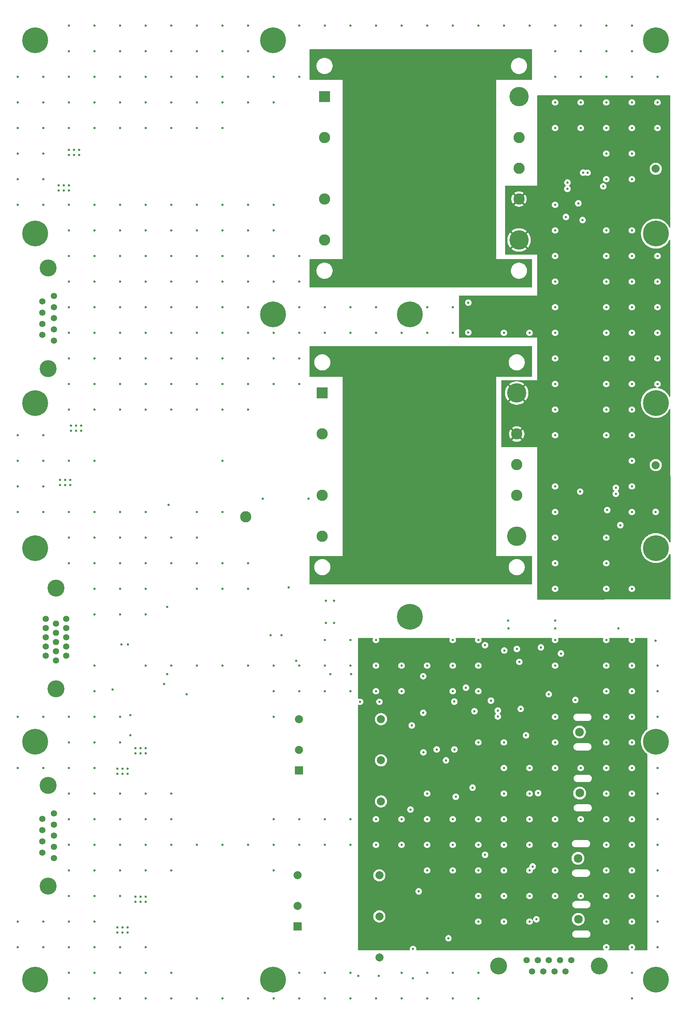
<source format=gbr>
%TF.GenerationSoftware,KiCad,Pcbnew,9.0.3*%
%TF.CreationDate,2025-09-16T12:32:25-04:00*%
%TF.ProjectId,CAEN_NEVIS_DAQ_PM5V,4341454e-5f4e-4455-9649-535f4441515f,rev?*%
%TF.SameCoordinates,Original*%
%TF.FileFunction,Copper,L3,Inr*%
%TF.FilePolarity,Positive*%
%FSLAX46Y46*%
G04 Gerber Fmt 4.6, Leading zero omitted, Abs format (unit mm)*
G04 Created by KiCad (PCBNEW 9.0.3) date 2025-09-16 12:32:25*
%MOMM*%
%LPD*%
G01*
G04 APERTURE LIST*
%TA.AperFunction,ComponentPad*%
%ADD10C,6.400000*%
%TD*%
%TA.AperFunction,ComponentPad*%
%ADD11C,2.159000*%
%TD*%
%TA.AperFunction,ComponentPad*%
%ADD12R,2.800000X2.800000*%
%TD*%
%TA.AperFunction,ComponentPad*%
%ADD13C,2.800000*%
%TD*%
%TA.AperFunction,ComponentPad*%
%ADD14C,4.800000*%
%TD*%
%TA.AperFunction,ComponentPad*%
%ADD15C,1.575000*%
%TD*%
%TA.AperFunction,ComponentPad*%
%ADD16C,4.216000*%
%TD*%
%TA.AperFunction,ComponentPad*%
%ADD17C,2.006600*%
%TD*%
%TA.AperFunction,ComponentPad*%
%ADD18C,2.209800*%
%TD*%
%TA.AperFunction,ComponentPad*%
%ADD19R,2.000000X2.000000*%
%TD*%
%TA.AperFunction,ComponentPad*%
%ADD20C,2.000000*%
%TD*%
%TA.AperFunction,ComponentPad*%
%ADD21C,1.560000*%
%TD*%
%TA.AperFunction,ViaPad*%
%ADD22C,0.600000*%
%TD*%
%TA.AperFunction,ViaPad*%
%ADD23C,1.200000*%
%TD*%
G04 APERTURE END LIST*
D10*
%TO.N,GNDPWR*%
%TO.C,H13*%
X184000000Y-262000000D03*
%TD*%
%TO.N,GNDPWR*%
%TO.C,H6*%
X125000000Y-203000000D03*
%TD*%
%TO.N,GNDPWR*%
%TO.C,H14*%
X279000000Y-119000000D03*
%TD*%
%TO.N,GNDPWR*%
%TO.C,H4*%
X125000000Y-119000000D03*
%TD*%
D11*
%TO.N,Net-(M3-Pad3)*%
%TO.C,P4*%
X260040000Y-200620000D03*
%TD*%
D12*
%TO.N,Net-(U4-+VIN)*%
%TO.C,U4*%
X196235000Y-116540000D03*
D13*
%TO.N,/Main_DC-DC_Converters/Enable_CKT/Enable*%
X196235000Y-126700000D03*
%TO.N,GNDPWR*%
X196235000Y-141940000D03*
%TO.N,/Main_DC-DC_Converters/Enable_CKT/V_RTN*%
X196235000Y-152100000D03*
D14*
%TO.N,/M5V*%
X244485000Y-152100000D03*
D13*
X244485000Y-141940000D03*
%TO.N,unconnected-(U4-TRIM-Pad7)*%
X244485000Y-134320000D03*
%TO.N,/PM5_RTN*%
X244485000Y-126700000D03*
D14*
X244485000Y-116540000D03*
%TD*%
D11*
%TO.N,Net-(P2-Pad1)*%
%TO.C,P2*%
X259760000Y-247070000D03*
%TD*%
D15*
%TO.N,/Enable+*%
%TO.C,J1*%
X132710000Y-181730000D03*
%TO.N,/P5V_V_MON*%
X132710000Y-179440000D03*
%TO.N,unconnected-(J1-Pad3)*%
X132710000Y-177150000D03*
%TO.N,/M5V_I_MON*%
X132710000Y-174860000D03*
%TO.N,/P5V_I_MON*%
X132710000Y-172570000D03*
%TO.N,/Enable-*%
X130170000Y-182875000D03*
%TO.N,/PM5V_TELEM_RTN*%
X130170000Y-180585000D03*
%TO.N,/M5V_V_MON*%
X130170000Y-178295000D03*
%TO.N,/PM5V_TELEM_RTN*%
X130170000Y-176005000D03*
X130170000Y-173715000D03*
X127630000Y-181730000D03*
X127630000Y-179440000D03*
%TO.N,unconnected-(J1-Pad13)*%
X127630000Y-177150000D03*
%TO.N,/PM5V_TELEM_RTN*%
X127630000Y-174860000D03*
%TO.N,/TEMP_MON*%
X127630000Y-172570000D03*
D16*
%TO.N,GNDPWR*%
X130170000Y-164909000D03*
X130170000Y-189899000D03*
%TD*%
D13*
%TO.N,/Main_DC-DC_Converters/Enable_CKT/Enable*%
%TO.C,V_{EN}1*%
X177270000Y-147230000D03*
%TD*%
D10*
%TO.N,GNDPWR*%
%TO.C,H17*%
X218000000Y-172000000D03*
%TD*%
D17*
%TO.N,/M5V_OUT*%
%TO.C,J4*%
X278970000Y-134410000D03*
D18*
%TO.N,/PM5_RTN*%
X281510000Y-131870000D03*
X276430000Y-131870000D03*
X276430000Y-136950000D03*
X281510000Y-136950000D03*
%TD*%
D12*
%TO.N,Net-(U3-+VIN)*%
%TO.C,U3*%
X196795000Y-43017500D03*
D13*
%TO.N,/Main_DC-DC_Converters/Enable_CKT/Enable*%
X196795000Y-53177500D03*
%TO.N,GNDPWR*%
X196795000Y-68417500D03*
%TO.N,/Main_DC-DC_Converters/Main_Converter/V_RTN*%
X196795000Y-78577500D03*
D14*
%TO.N,/PM5_RTN*%
X245045000Y-78577500D03*
D13*
X245045000Y-68417500D03*
%TO.N,unconnected-(U3-TRIM-Pad7)*%
X245045000Y-60797500D03*
%TO.N,/P5V*%
X245045000Y-53177500D03*
D14*
X245045000Y-43017500D03*
%TD*%
D10*
%TO.N,GNDPWR*%
%TO.C,H11*%
X279000000Y-203000000D03*
%TD*%
D19*
%TO.N,/Telemetry_PWR/Telem_5V1/V_POS*%
%TO.C,U6*%
X190093750Y-248860000D03*
D20*
%TO.N,/Telemetry_PWR/Telem_5V1/V_RTN*%
X190093750Y-243760000D03*
%TO.N,/PM5V_TELEM_RTN*%
X210393750Y-256560000D03*
%TO.N,unconnected-(U6-TRIM-Pad4)*%
X210393750Y-246360000D03*
%TO.N,/M5V_TELEM*%
X210393750Y-236160000D03*
%TO.N,unconnected-(U6-REMOTE-Pad6)*%
X190093750Y-236160000D03*
%TD*%
D10*
%TO.N,GNDPWR*%
%TO.C,H3*%
X125000000Y-77000000D03*
%TD*%
%TO.N,GNDPWR*%
%TO.C,H5*%
X125000000Y-155000000D03*
%TD*%
%TO.N,GNDPWR*%
%TO.C,H1*%
X125000000Y-29000000D03*
%TD*%
%TO.N,GNDPWR*%
%TO.C,H16*%
X218000000Y-97000000D03*
%TD*%
%TO.N,GNDPWR*%
%TO.C,H8*%
X279000000Y-262000000D03*
%TD*%
D19*
%TO.N,/Telemetry_PWR/Telem_5V/V_POS*%
%TO.C,U5*%
X190492500Y-210130000D03*
D20*
%TO.N,/Telemetry_PWR/Telem_5V/V_RTN*%
X190492500Y-205030000D03*
%TO.N,/P5V_TELEM*%
X210792500Y-217830000D03*
%TO.N,unconnected-(U5-TRIM-Pad4)*%
X210792500Y-207630000D03*
%TO.N,/PM5V_TELEM_RTN*%
X210792500Y-197430000D03*
%TO.N,unconnected-(U5-REMOTE-Pad6)*%
X190492500Y-197430000D03*
%TD*%
D10*
%TO.N,GNDPWR*%
%TO.C,H15*%
X184000000Y-29000000D03*
%TD*%
%TO.N,GNDPWR*%
%TO.C,H7*%
X125000000Y-262000000D03*
%TD*%
%TO.N,GNDPWR*%
%TO.C,H10*%
X184000000Y-97000000D03*
%TD*%
%TO.N,GNDPWR*%
%TO.C,H12*%
X279000000Y-77000000D03*
%TD*%
D21*
%TO.N,/M5V_TELEM*%
%TO.C,J6*%
X246915000Y-257210000D03*
X249685000Y-257210000D03*
%TO.N,unconnected-(J6-Pad3)*%
X252455000Y-257210000D03*
%TO.N,/P5V_TELEM*%
X255225000Y-257210000D03*
X257995000Y-257210000D03*
%TO.N,/PM5V_TELEM_RTN*%
X248300000Y-260050000D03*
X251070000Y-260050000D03*
X253840000Y-260050000D03*
X256610000Y-260050000D03*
D16*
%TO.N,GNDPWR*%
X239955000Y-258630000D03*
X264955000Y-258630000D03*
%TD*%
D11*
%TO.N,Net-(M4-Pad3)*%
%TO.C,P1*%
X259680000Y-231950000D03*
%TD*%
D17*
%TO.N,/P5V_OUT*%
%TO.C,J5*%
X278970000Y-60900000D03*
D18*
%TO.N,/PM5_RTN*%
X281510000Y-58360000D03*
X276430000Y-58360000D03*
X276430000Y-63440000D03*
X281510000Y-63440000D03*
%TD*%
D21*
%TO.N,/V_SEC_RTN*%
%TO.C,J2*%
X129660000Y-92440000D03*
X129660000Y-95210000D03*
%TO.N,unconnected-(J2-Pad3)*%
X129660000Y-97980000D03*
%TO.N,/V_SEC_RTN*%
X129660000Y-100750000D03*
X129660000Y-103520000D03*
%TO.N,/V_SEC_IN*%
X126820000Y-93825000D03*
X126820000Y-96595000D03*
X126820000Y-99365000D03*
X126820000Y-102135000D03*
D16*
%TO.N,GNDPWR*%
X128240000Y-85480000D03*
X128240000Y-110480000D03*
%TD*%
D10*
%TO.N,GNDPWR*%
%TO.C,H9*%
X279000000Y-155000000D03*
%TD*%
D21*
%TO.N,/V_TELEM_RTN*%
%TO.C,J3*%
X129660000Y-220810000D03*
X129660000Y-223580000D03*
%TO.N,unconnected-(J3-Pad3)*%
X129660000Y-226350000D03*
%TO.N,/V_TELEM_RTN*%
X129660000Y-229120000D03*
X129660000Y-231890000D03*
%TO.N,/V_TELEM_IN*%
X126820000Y-222195000D03*
X126820000Y-224965000D03*
X126820000Y-227735000D03*
X126820000Y-230505000D03*
D16*
%TO.N,GNDPWR*%
X128240000Y-213850000D03*
X128240000Y-238850000D03*
%TD*%
D11*
%TO.N,Net-(P3-Pad1)*%
%TO.C,P3*%
X260100000Y-215770000D03*
%TD*%
D10*
%TO.N,GNDPWR*%
%TO.C,H2*%
X279000000Y-29000000D03*
%TD*%
D22*
%TO.N,/V_TELEM_IN*%
X162580000Y-191275000D03*
X147975000Y-250330000D03*
X146705000Y-250330000D03*
X145435000Y-249060000D03*
X147975000Y-209690000D03*
X145435000Y-210960000D03*
X146705000Y-209690000D03*
X146705000Y-249060000D03*
X148640000Y-196410000D03*
X146705000Y-210960000D03*
X147975000Y-210960000D03*
X145435000Y-209690000D03*
X145435000Y-250330000D03*
X147975000Y-249060000D03*
%TO.N,/V_TELEM_RTN*%
X266700000Y-234950000D03*
X171450000Y-228600000D03*
X279400000Y-184150000D03*
X139700000Y-222250000D03*
X133350000Y-241300000D03*
X139700000Y-228600000D03*
X234950000Y-234950000D03*
X241300000Y-209550000D03*
X196850000Y-228600000D03*
X228600000Y-190500000D03*
X254000000Y-184150000D03*
X222250000Y-184150000D03*
X139700000Y-190500000D03*
X133350000Y-209550000D03*
X133350000Y-215900000D03*
X127000000Y-247650000D03*
X127000000Y-196850000D03*
X139700000Y-196850000D03*
X260350000Y-241300000D03*
X149880000Y-241440000D03*
X171450000Y-266700000D03*
X241300000Y-241300000D03*
X151150000Y-241440000D03*
X152400000Y-254000000D03*
X157040000Y-188760000D03*
X120650000Y-209550000D03*
X120650000Y-254000000D03*
X152400000Y-266700000D03*
X133350000Y-254000000D03*
X184150000Y-222250000D03*
X234950000Y-177800000D03*
X139700000Y-260350000D03*
X247650000Y-234950000D03*
X152420000Y-242710000D03*
X215900000Y-260350000D03*
X241300000Y-222250000D03*
X209550000Y-190500000D03*
X209550000Y-266700000D03*
X165100000Y-266700000D03*
X139700000Y-241300000D03*
X177800000Y-228600000D03*
X203200000Y-222250000D03*
X241300000Y-228600000D03*
X146050000Y-241300000D03*
X149880000Y-242710000D03*
X247650000Y-247650000D03*
X190500000Y-190500000D03*
X266700000Y-190500000D03*
X152400000Y-234950000D03*
X266700000Y-215900000D03*
X241300000Y-234950000D03*
X152420000Y-205880000D03*
X273050000Y-266700000D03*
X266700000Y-228600000D03*
X273050000Y-215900000D03*
X171450000Y-184150000D03*
X247650000Y-241300000D03*
X139700000Y-203200000D03*
X273050000Y-234950000D03*
X279400000Y-228600000D03*
X209550000Y-228600000D03*
X273050000Y-209550000D03*
X127000000Y-254000000D03*
X165100000Y-228600000D03*
X215900000Y-266700000D03*
X190500000Y-184150000D03*
X146050000Y-222250000D03*
X120650000Y-196850000D03*
X139700000Y-234950000D03*
X215900000Y-190500000D03*
X273050000Y-247650000D03*
X203200000Y-260350000D03*
X228600000Y-234950000D03*
X152400000Y-222250000D03*
X127000000Y-209550000D03*
X241300000Y-215900000D03*
X144220000Y-190100000D03*
X266700000Y-254000000D03*
X215900000Y-184150000D03*
X152400000Y-228600000D03*
X279400000Y-209550000D03*
X273050000Y-177800000D03*
X247650000Y-228600000D03*
X149880000Y-205880000D03*
X152400000Y-171450000D03*
X209550000Y-177800000D03*
X158750000Y-215900000D03*
X273050000Y-203200000D03*
X234950000Y-203200000D03*
X266700000Y-222250000D03*
X215900000Y-228600000D03*
X279400000Y-254000000D03*
X234950000Y-184150000D03*
X279400000Y-190500000D03*
X189770000Y-182940000D03*
X203200000Y-184150000D03*
X177800000Y-184150000D03*
X158750000Y-260350000D03*
X234950000Y-190500000D03*
X152400000Y-260350000D03*
X273050000Y-228600000D03*
X228600000Y-228600000D03*
X266700000Y-177800000D03*
X228600000Y-177800000D03*
X260350000Y-209550000D03*
X146050000Y-260350000D03*
X234950000Y-222250000D03*
X139700000Y-215900000D03*
X184150000Y-196850000D03*
X273050000Y-222250000D03*
X279400000Y-247650000D03*
X273050000Y-184150000D03*
X266700000Y-203200000D03*
X228600000Y-222250000D03*
X247650000Y-222250000D03*
X148670000Y-201420000D03*
X139700000Y-247650000D03*
X146050000Y-196850000D03*
X215900000Y-222250000D03*
X196850000Y-190500000D03*
X152400000Y-165100000D03*
X146050000Y-215900000D03*
X146050000Y-203200000D03*
X279400000Y-196850000D03*
X266700000Y-209550000D03*
X247650000Y-215900000D03*
X133350000Y-228600000D03*
X203200000Y-228600000D03*
X279400000Y-222250000D03*
X151150000Y-205880000D03*
X149880000Y-204610000D03*
X234950000Y-266700000D03*
X254000000Y-203200000D03*
X234950000Y-228600000D03*
X241300000Y-203200000D03*
X273050000Y-254000000D03*
X133350000Y-266700000D03*
X133350000Y-260350000D03*
X146409999Y-178886200D03*
X152400000Y-215900000D03*
X158750000Y-184150000D03*
X266700000Y-196850000D03*
X139700000Y-254000000D03*
X158750000Y-222250000D03*
X139700000Y-171450000D03*
X254000000Y-241300000D03*
X152420000Y-204610000D03*
X241300000Y-247650000D03*
X273050000Y-196850000D03*
X199180000Y-173590000D03*
X266700000Y-184150000D03*
X146050000Y-254000000D03*
X133350000Y-234950000D03*
X279400000Y-234950000D03*
X222250000Y-222250000D03*
X266700000Y-241300000D03*
X234950000Y-241300000D03*
X228600000Y-266700000D03*
X279400000Y-215900000D03*
X158750000Y-234950000D03*
X273050000Y-260350000D03*
X222250000Y-228600000D03*
X133350000Y-222250000D03*
X254000000Y-228600000D03*
X133350000Y-196850000D03*
X190500000Y-266700000D03*
X196850000Y-184150000D03*
X222250000Y-215900000D03*
X146050000Y-171450000D03*
X222250000Y-234950000D03*
X158750000Y-266700000D03*
X247650000Y-209550000D03*
X190500000Y-260350000D03*
X184150000Y-266700000D03*
X203200000Y-177800000D03*
X203200000Y-190500000D03*
X228600000Y-184150000D03*
X234950000Y-260350000D03*
X165100000Y-184150000D03*
X152420000Y-241440000D03*
X254000000Y-177800000D03*
X151150000Y-204610000D03*
X222250000Y-266700000D03*
X146050000Y-234950000D03*
X139700000Y-209550000D03*
X197180000Y-173590000D03*
X152400000Y-184150000D03*
X184150000Y-190500000D03*
X120650000Y-247650000D03*
X254000000Y-222250000D03*
X177800000Y-266700000D03*
X228600000Y-260350000D03*
X273050000Y-190500000D03*
X190500000Y-228600000D03*
X209550000Y-222250000D03*
X146050000Y-228600000D03*
X184150000Y-228600000D03*
X203200000Y-266700000D03*
X146050000Y-266700000D03*
X146050000Y-165100000D03*
X279400000Y-241300000D03*
X196850000Y-266700000D03*
X158750000Y-228600000D03*
X133350000Y-247650000D03*
X266700000Y-247650000D03*
X196850000Y-177800000D03*
X190500000Y-222250000D03*
X139700000Y-266700000D03*
X273050000Y-241300000D03*
X139700000Y-165100000D03*
X209550000Y-184150000D03*
X196850000Y-222250000D03*
X184150000Y-234950000D03*
X196850000Y-260350000D03*
X139700000Y-184150000D03*
X222250000Y-260350000D03*
X254000000Y-196850000D03*
X254000000Y-234950000D03*
X151150000Y-242710000D03*
X254000000Y-209550000D03*
X234950000Y-247650000D03*
X260350000Y-222250000D03*
X184150000Y-184150000D03*
X133350000Y-203200000D03*
%TO.N,/Main_DC-DC_Converters/V3p3*%
X148059999Y-178866200D03*
D23*
%TO.N,GNDPWR*%
X203220000Y-86500000D03*
X215920000Y-56020000D03*
X218460000Y-68720000D03*
X238780000Y-162700000D03*
X208300000Y-122060000D03*
X205760000Y-150000000D03*
X231160000Y-124600000D03*
X236240000Y-66180000D03*
X213380000Y-137300000D03*
X233700000Y-86500000D03*
X203220000Y-58560000D03*
X205760000Y-124600000D03*
X223540000Y-127140000D03*
X241320000Y-109360000D03*
X210840000Y-137300000D03*
X203220000Y-68720000D03*
X223540000Y-86500000D03*
X218460000Y-35700000D03*
X236240000Y-78880000D03*
X231160000Y-106820000D03*
X226080000Y-83960000D03*
X223540000Y-160160000D03*
X218460000Y-109360000D03*
X236240000Y-61100000D03*
X215920000Y-53480000D03*
X203220000Y-122060000D03*
X215920000Y-40780000D03*
X218460000Y-147460000D03*
X210840000Y-33160000D03*
X221000000Y-116980000D03*
X226080000Y-142380000D03*
X223540000Y-35700000D03*
X236240000Y-157620000D03*
X205760000Y-56020000D03*
X221000000Y-114440000D03*
X218460000Y-157620000D03*
X231160000Y-111900000D03*
X233700000Y-63640000D03*
X210840000Y-63640000D03*
X210840000Y-56020000D03*
X226080000Y-43320000D03*
X226080000Y-48400000D03*
X208300000Y-127140000D03*
X221000000Y-56020000D03*
X221000000Y-127140000D03*
X205760000Y-50940000D03*
X226080000Y-114440000D03*
X221000000Y-61100000D03*
X210840000Y-150000000D03*
X203220000Y-89040000D03*
X213380000Y-48400000D03*
X210840000Y-152540000D03*
X215920000Y-122060000D03*
X208300000Y-162700000D03*
X233700000Y-152540000D03*
X208300000Y-58560000D03*
X221000000Y-124600000D03*
X233700000Y-142380000D03*
X226080000Y-73800000D03*
X203220000Y-56020000D03*
X228620000Y-43320000D03*
X231160000Y-58560000D03*
X233700000Y-38240000D03*
X205760000Y-122060000D03*
X226080000Y-50940000D03*
X210840000Y-142380000D03*
D22*
X232480000Y-101510000D03*
D23*
X210840000Y-144920000D03*
X231160000Y-81420000D03*
X205760000Y-73800000D03*
X213380000Y-68720000D03*
X205760000Y-152540000D03*
X236240000Y-127140000D03*
X226080000Y-53480000D03*
X236240000Y-86500000D03*
X231160000Y-48400000D03*
X205760000Y-33160000D03*
X208300000Y-73800000D03*
X241320000Y-162700000D03*
X208300000Y-147460000D03*
X203220000Y-124600000D03*
X213380000Y-71260000D03*
X238780000Y-106820000D03*
X233700000Y-109360000D03*
X233700000Y-111900000D03*
X205760000Y-61100000D03*
X215920000Y-33160000D03*
X215920000Y-63640000D03*
X223540000Y-162700000D03*
X210840000Y-134760000D03*
X221000000Y-111900000D03*
X226080000Y-61100000D03*
X208300000Y-160160000D03*
X218460000Y-66180000D03*
X221000000Y-68720000D03*
X215920000Y-155080000D03*
X208300000Y-33160000D03*
X208300000Y-66180000D03*
X205760000Y-137300000D03*
X205760000Y-58560000D03*
X208300000Y-114440000D03*
X221000000Y-86500000D03*
X228620000Y-124600000D03*
X218460000Y-122060000D03*
X218460000Y-160160000D03*
X215920000Y-50940000D03*
X233700000Y-73800000D03*
X223540000Y-68720000D03*
X215920000Y-83960000D03*
X203220000Y-45860000D03*
X238780000Y-35700000D03*
X226080000Y-147460000D03*
X215920000Y-38240000D03*
X223540000Y-58560000D03*
X233700000Y-78880000D03*
X236240000Y-111900000D03*
X226080000Y-162700000D03*
X236240000Y-38240000D03*
X231160000Y-139840000D03*
X213380000Y-152540000D03*
X236240000Y-129680000D03*
X226080000Y-35700000D03*
X228620000Y-68720000D03*
X226080000Y-139840000D03*
X221000000Y-119520000D03*
X231160000Y-157620000D03*
X231160000Y-132220000D03*
X223540000Y-152540000D03*
D22*
X232480000Y-94120000D03*
D23*
X228620000Y-155080000D03*
X215920000Y-58560000D03*
X231160000Y-61100000D03*
X228620000Y-48400000D03*
X208300000Y-45860000D03*
X210840000Y-157620000D03*
X210840000Y-129680000D03*
X231160000Y-162700000D03*
X205760000Y-83960000D03*
X226080000Y-71260000D03*
X238780000Y-86500000D03*
X228620000Y-129680000D03*
X203220000Y-35700000D03*
X236240000Y-139840000D03*
X223540000Y-137300000D03*
X228620000Y-119520000D03*
X203220000Y-157620000D03*
X221000000Y-132220000D03*
X231160000Y-155080000D03*
X221000000Y-160160000D03*
X223540000Y-124600000D03*
X200680000Y-86500000D03*
X223540000Y-132220000D03*
X203220000Y-33160000D03*
X233700000Y-33160000D03*
X223540000Y-81420000D03*
X226080000Y-66180000D03*
X213380000Y-86500000D03*
X233700000Y-162700000D03*
X210840000Y-124600000D03*
X210840000Y-61100000D03*
X231160000Y-33160000D03*
X226080000Y-155080000D03*
X228620000Y-86500000D03*
X223540000Y-157620000D03*
X231160000Y-86500000D03*
X228620000Y-81420000D03*
X231160000Y-116980000D03*
X218460000Y-127140000D03*
X205760000Y-35700000D03*
X210840000Y-147460000D03*
X215920000Y-142380000D03*
X228620000Y-66180000D03*
X215920000Y-86500000D03*
X231160000Y-76340000D03*
X210840000Y-48400000D03*
X203220000Y-147460000D03*
X200680000Y-89040000D03*
X226080000Y-137300000D03*
X226080000Y-127140000D03*
X213380000Y-127140000D03*
X231160000Y-114440000D03*
X203220000Y-155080000D03*
X203220000Y-144920000D03*
X218460000Y-116980000D03*
X233700000Y-106820000D03*
X215920000Y-137300000D03*
X215920000Y-43320000D03*
X241320000Y-33160000D03*
X233700000Y-144920000D03*
X208300000Y-142380000D03*
X213380000Y-63640000D03*
X210840000Y-162700000D03*
X205760000Y-76340000D03*
X221000000Y-48400000D03*
X223540000Y-144920000D03*
X213380000Y-45860000D03*
X213380000Y-89040000D03*
X210840000Y-155080000D03*
X241320000Y-106820000D03*
X226080000Y-122060000D03*
X213380000Y-61100000D03*
X208300000Y-152540000D03*
X205760000Y-144920000D03*
X233700000Y-127140000D03*
X218460000Y-58560000D03*
X233700000Y-61100000D03*
X218460000Y-119520000D03*
X221000000Y-155080000D03*
X221000000Y-50940000D03*
X223540000Y-45860000D03*
X208300000Y-50940000D03*
X213380000Y-111900000D03*
X203220000Y-127140000D03*
X210840000Y-114440000D03*
X233700000Y-137300000D03*
X233700000Y-43320000D03*
X213380000Y-33160000D03*
X236240000Y-160160000D03*
X205760000Y-106820000D03*
X231160000Y-78880000D03*
X236240000Y-76340000D03*
X215920000Y-48400000D03*
X238780000Y-89040000D03*
X226080000Y-160160000D03*
X205760000Y-45860000D03*
X233700000Y-155080000D03*
X205760000Y-68720000D03*
X210840000Y-89040000D03*
X210840000Y-78880000D03*
X215920000Y-89040000D03*
X233700000Y-45860000D03*
X205760000Y-160160000D03*
X203220000Y-83960000D03*
X203220000Y-139840000D03*
X221000000Y-43320000D03*
X208300000Y-68720000D03*
X215920000Y-124600000D03*
X205760000Y-155080000D03*
X205760000Y-134760000D03*
X208300000Y-124600000D03*
X218460000Y-152540000D03*
X236240000Y-33160000D03*
X218460000Y-71260000D03*
X203220000Y-137300000D03*
X205760000Y-111900000D03*
X213380000Y-66180000D03*
X226080000Y-89040000D03*
X205760000Y-63640000D03*
X233700000Y-122060000D03*
X218460000Y-150000000D03*
X210840000Y-38240000D03*
X205760000Y-53480000D03*
X203220000Y-114440000D03*
X203220000Y-66180000D03*
X231160000Y-38240000D03*
X218460000Y-111900000D03*
X236240000Y-63640000D03*
X226080000Y-116980000D03*
X210840000Y-40780000D03*
X205760000Y-127140000D03*
X213380000Y-144920000D03*
X221000000Y-106820000D03*
X203220000Y-134760000D03*
X218460000Y-53480000D03*
X203220000Y-53480000D03*
X200680000Y-162700000D03*
X208300000Y-157620000D03*
D22*
X205190000Y-261150000D03*
D23*
X218460000Y-144920000D03*
X226080000Y-45860000D03*
X213380000Y-150000000D03*
X228620000Y-63640000D03*
X233700000Y-116980000D03*
X215920000Y-81420000D03*
X228620000Y-61100000D03*
X218460000Y-61100000D03*
X226080000Y-86500000D03*
X236240000Y-116980000D03*
X223540000Y-38240000D03*
X208300000Y-129680000D03*
X226080000Y-150000000D03*
X200680000Y-109360000D03*
X221000000Y-66180000D03*
X213380000Y-132220000D03*
X210840000Y-139840000D03*
X223540000Y-71260000D03*
X215920000Y-129680000D03*
X228620000Y-33160000D03*
X208300000Y-116980000D03*
X236240000Y-132220000D03*
X238780000Y-160160000D03*
X236240000Y-155080000D03*
X203220000Y-142380000D03*
X223540000Y-155080000D03*
X228620000Y-50940000D03*
X218460000Y-162700000D03*
X221000000Y-144920000D03*
X233700000Y-81420000D03*
X208300000Y-78880000D03*
X205760000Y-129680000D03*
X218460000Y-33160000D03*
X231160000Y-45860000D03*
X205760000Y-48400000D03*
X223540000Y-53480000D03*
X223540000Y-106820000D03*
X218460000Y-56020000D03*
X213380000Y-157620000D03*
X228620000Y-160160000D03*
X236240000Y-35700000D03*
X236240000Y-106820000D03*
X236240000Y-144920000D03*
X208300000Y-111900000D03*
X215920000Y-109360000D03*
X233700000Y-124600000D03*
X215920000Y-119520000D03*
X210840000Y-127140000D03*
X233700000Y-53480000D03*
X233700000Y-157620000D03*
X208300000Y-139840000D03*
X203220000Y-162700000D03*
X236240000Y-119520000D03*
X228620000Y-78880000D03*
X213380000Y-155080000D03*
X203220000Y-63640000D03*
X213380000Y-76340000D03*
X236240000Y-48400000D03*
X241320000Y-86500000D03*
X228620000Y-122060000D03*
X236240000Y-83960000D03*
X233700000Y-76340000D03*
X228620000Y-56020000D03*
X233700000Y-48400000D03*
X215920000Y-144920000D03*
X205760000Y-86500000D03*
X223540000Y-33160000D03*
X228620000Y-83960000D03*
X236240000Y-68720000D03*
X213380000Y-116980000D03*
X210840000Y-106820000D03*
X210840000Y-53480000D03*
X213380000Y-73800000D03*
X215920000Y-132220000D03*
X221000000Y-137300000D03*
X233700000Y-66180000D03*
X213380000Y-162700000D03*
X231160000Y-53480000D03*
X203220000Y-132220000D03*
X228620000Y-150000000D03*
X221000000Y-53480000D03*
X228620000Y-157620000D03*
X203220000Y-78880000D03*
X218460000Y-63640000D03*
X236240000Y-162700000D03*
X215920000Y-71260000D03*
X236240000Y-89040000D03*
X210840000Y-116980000D03*
X215920000Y-127140000D03*
X221000000Y-78880000D03*
X236240000Y-134760000D03*
X221000000Y-45860000D03*
X205760000Y-109360000D03*
X228620000Y-89040000D03*
X221000000Y-89040000D03*
X215920000Y-116980000D03*
X213380000Y-129680000D03*
X236240000Y-58560000D03*
X203220000Y-61100000D03*
X208300000Y-150000000D03*
X223540000Y-142380000D03*
X226080000Y-78880000D03*
X218460000Y-43320000D03*
X208300000Y-109360000D03*
X233700000Y-83960000D03*
X208300000Y-155080000D03*
X205760000Y-71260000D03*
X223540000Y-89040000D03*
X223540000Y-63640000D03*
X223540000Y-56020000D03*
X205760000Y-142380000D03*
X208300000Y-83960000D03*
X228620000Y-40780000D03*
X226080000Y-129680000D03*
X241320000Y-35700000D03*
X208300000Y-89040000D03*
X213380000Y-83960000D03*
X205760000Y-43320000D03*
X231160000Y-89040000D03*
X210840000Y-132220000D03*
X218460000Y-50940000D03*
X205760000Y-40780000D03*
X213380000Y-106820000D03*
X223540000Y-66180000D03*
X223540000Y-114440000D03*
X233700000Y-119520000D03*
X228620000Y-53480000D03*
X236240000Y-124600000D03*
X203220000Y-43320000D03*
X213380000Y-134760000D03*
X221000000Y-38240000D03*
X226080000Y-106820000D03*
X226080000Y-58560000D03*
X203220000Y-111900000D03*
X231160000Y-56020000D03*
X226080000Y-38240000D03*
X218460000Y-134760000D03*
X233700000Y-35700000D03*
X233700000Y-160160000D03*
X203220000Y-71260000D03*
X208300000Y-61100000D03*
X208300000Y-56020000D03*
X233700000Y-147460000D03*
X218460000Y-45860000D03*
X236240000Y-147460000D03*
X210840000Y-66180000D03*
X241320000Y-160160000D03*
X203220000Y-48400000D03*
X228620000Y-76340000D03*
X203220000Y-81420000D03*
X210840000Y-109360000D03*
X226080000Y-157620000D03*
X226080000Y-63640000D03*
X221000000Y-81420000D03*
X215920000Y-147460000D03*
X231160000Y-134760000D03*
X231160000Y-122060000D03*
X215920000Y-61100000D03*
X223540000Y-76340000D03*
X236240000Y-40780000D03*
X226080000Y-76340000D03*
X218460000Y-83960000D03*
X200680000Y-106820000D03*
X203220000Y-160160000D03*
X208300000Y-144920000D03*
X218460000Y-129680000D03*
X228620000Y-127140000D03*
X213380000Y-119520000D03*
X221000000Y-142380000D03*
X231160000Y-43320000D03*
X228620000Y-58560000D03*
D22*
X205620000Y-193120000D03*
D23*
X205760000Y-116980000D03*
X210840000Y-71260000D03*
X213380000Y-50940000D03*
X218460000Y-40780000D03*
X223540000Y-139840000D03*
X208300000Y-76340000D03*
X231160000Y-129680000D03*
X226080000Y-144920000D03*
X215920000Y-114440000D03*
X213380000Y-81420000D03*
X223540000Y-40780000D03*
X213380000Y-43320000D03*
X236240000Y-81420000D03*
X223540000Y-134760000D03*
X228620000Y-109360000D03*
X218460000Y-132220000D03*
X213380000Y-109360000D03*
X200680000Y-160160000D03*
X221000000Y-73800000D03*
X208300000Y-132220000D03*
X228620000Y-114440000D03*
X213380000Y-160160000D03*
X236240000Y-109360000D03*
X203220000Y-106820000D03*
X213380000Y-124600000D03*
X210840000Y-119520000D03*
X218460000Y-142380000D03*
X210840000Y-50940000D03*
X236240000Y-56020000D03*
X226080000Y-134760000D03*
X223540000Y-48400000D03*
X218460000Y-73800000D03*
X226080000Y-33160000D03*
X203220000Y-76340000D03*
X218460000Y-155080000D03*
X228620000Y-73800000D03*
X210840000Y-160160000D03*
X233700000Y-71260000D03*
X226080000Y-68720000D03*
X223540000Y-43320000D03*
X221000000Y-63640000D03*
X208300000Y-119520000D03*
X231160000Y-109360000D03*
X203220000Y-109360000D03*
X223540000Y-61100000D03*
X215920000Y-162700000D03*
X218460000Y-114440000D03*
X208300000Y-86500000D03*
X210840000Y-35700000D03*
X233700000Y-68720000D03*
X223540000Y-122060000D03*
X231160000Y-68720000D03*
X233700000Y-89040000D03*
X223540000Y-83960000D03*
X223540000Y-147460000D03*
X218460000Y-81420000D03*
X233700000Y-139840000D03*
X208300000Y-106820000D03*
X208300000Y-40780000D03*
X223540000Y-150000000D03*
X226080000Y-152540000D03*
X205760000Y-147460000D03*
X223540000Y-109360000D03*
X208300000Y-81420000D03*
X203220000Y-38240000D03*
X203220000Y-152540000D03*
X223540000Y-111900000D03*
X233700000Y-56020000D03*
X221000000Y-58560000D03*
X233700000Y-150000000D03*
X228620000Y-132220000D03*
X228620000Y-106820000D03*
X215920000Y-78880000D03*
X228620000Y-45860000D03*
X205760000Y-81420000D03*
X226080000Y-132220000D03*
X236240000Y-73800000D03*
X215920000Y-150000000D03*
X231160000Y-40780000D03*
X231160000Y-66180000D03*
X241320000Y-89040000D03*
X236240000Y-142380000D03*
X231160000Y-152540000D03*
X221000000Y-71260000D03*
X223540000Y-78880000D03*
X236240000Y-152540000D03*
X218460000Y-76340000D03*
X231160000Y-127140000D03*
X213380000Y-122060000D03*
X221000000Y-157620000D03*
X205760000Y-162700000D03*
X208300000Y-48400000D03*
X238780000Y-109360000D03*
X233700000Y-50940000D03*
X215920000Y-152540000D03*
X226080000Y-124600000D03*
X213380000Y-78880000D03*
X218460000Y-106820000D03*
X210840000Y-81420000D03*
X233700000Y-58560000D03*
X228620000Y-137300000D03*
X210840000Y-43320000D03*
X228620000Y-144920000D03*
X231160000Y-160160000D03*
X228620000Y-152540000D03*
X221000000Y-139840000D03*
X228620000Y-35700000D03*
X231160000Y-137300000D03*
X228620000Y-142380000D03*
X210840000Y-68720000D03*
X213380000Y-58560000D03*
X226080000Y-40780000D03*
X210840000Y-73800000D03*
X221000000Y-152540000D03*
X215920000Y-73800000D03*
X208300000Y-63640000D03*
X205760000Y-132220000D03*
X228620000Y-134760000D03*
X223540000Y-73800000D03*
X236240000Y-114440000D03*
X221000000Y-162700000D03*
X213380000Y-40780000D03*
X218460000Y-38240000D03*
X221000000Y-40780000D03*
X200680000Y-33160000D03*
X208300000Y-35700000D03*
X208300000Y-43320000D03*
X218460000Y-89040000D03*
X208300000Y-134760000D03*
X221000000Y-147460000D03*
X223540000Y-119520000D03*
X210840000Y-122060000D03*
X228620000Y-162700000D03*
X236240000Y-71260000D03*
X231160000Y-71260000D03*
X215920000Y-68720000D03*
X231160000Y-73800000D03*
X210840000Y-83960000D03*
X210840000Y-45860000D03*
X215920000Y-35700000D03*
X218460000Y-124600000D03*
X210840000Y-86500000D03*
X205760000Y-66180000D03*
X205760000Y-119520000D03*
X221000000Y-83960000D03*
X213380000Y-147460000D03*
X205760000Y-38240000D03*
X215920000Y-160160000D03*
X226080000Y-119520000D03*
X231160000Y-144920000D03*
X226080000Y-111900000D03*
X233700000Y-132220000D03*
X221000000Y-33160000D03*
X218460000Y-86500000D03*
X221000000Y-129680000D03*
X226080000Y-81420000D03*
X231160000Y-63640000D03*
X236240000Y-45860000D03*
X213380000Y-53480000D03*
X205760000Y-78880000D03*
X203220000Y-73800000D03*
X203220000Y-40780000D03*
X205760000Y-157620000D03*
X236240000Y-122060000D03*
X215920000Y-139840000D03*
X213380000Y-114440000D03*
X223540000Y-129680000D03*
X221000000Y-134760000D03*
X228620000Y-71260000D03*
X233700000Y-129680000D03*
X228620000Y-38240000D03*
X218460000Y-137300000D03*
X215920000Y-45860000D03*
X210840000Y-111900000D03*
X236240000Y-50940000D03*
X228620000Y-111900000D03*
X221000000Y-35700000D03*
X233700000Y-134760000D03*
X228620000Y-116980000D03*
X215920000Y-111900000D03*
X236240000Y-43320000D03*
X215920000Y-157620000D03*
X213380000Y-139840000D03*
X215920000Y-106820000D03*
X236240000Y-53480000D03*
X226080000Y-109360000D03*
X215920000Y-134760000D03*
X205760000Y-89040000D03*
X231160000Y-147460000D03*
X208300000Y-53480000D03*
X236240000Y-137300000D03*
X208300000Y-38240000D03*
X223540000Y-50940000D03*
X205760000Y-114440000D03*
X221000000Y-76340000D03*
X213380000Y-35700000D03*
X210840000Y-58560000D03*
X223540000Y-116980000D03*
X205760000Y-139840000D03*
X238780000Y-33160000D03*
X236240000Y-150000000D03*
X213380000Y-56020000D03*
X208300000Y-137300000D03*
X233700000Y-114440000D03*
X200680000Y-35700000D03*
X213380000Y-142380000D03*
X203220000Y-116980000D03*
X221000000Y-150000000D03*
X231160000Y-142380000D03*
X218460000Y-139840000D03*
X231160000Y-83960000D03*
X228620000Y-139840000D03*
X203220000Y-119520000D03*
X233700000Y-40780000D03*
X231160000Y-150000000D03*
X218460000Y-48400000D03*
X203220000Y-50940000D03*
X226080000Y-56020000D03*
X210840000Y-76340000D03*
X208300000Y-71260000D03*
X203220000Y-150000000D03*
X215920000Y-66180000D03*
X215920000Y-76340000D03*
X231160000Y-119520000D03*
X218460000Y-78880000D03*
X221000000Y-122060000D03*
X231160000Y-50940000D03*
X203220000Y-129680000D03*
X213380000Y-38240000D03*
X221000000Y-109360000D03*
X228620000Y-147460000D03*
X231160000Y-35700000D03*
D22*
%TO.N,/PM5_RTN*%
X255160000Y-52920000D03*
X238050000Y-101540000D03*
X238020000Y-94120000D03*
%TO.N,/V_SEC_RTN*%
X171450000Y-114300000D03*
X273050000Y-133350000D03*
X171450000Y-25400000D03*
X171450000Y-101600000D03*
X139700000Y-114300000D03*
X152400000Y-82550000D03*
X127000000Y-63500000D03*
X158750000Y-120650000D03*
X158750000Y-25400000D03*
X254000000Y-82550000D03*
X133350000Y-107950000D03*
X254000000Y-88900000D03*
X177800000Y-38100000D03*
X177800000Y-158750000D03*
X120650000Y-69850000D03*
X273050000Y-44450000D03*
X266700000Y-38100000D03*
X120650000Y-44450000D03*
X152400000Y-95250000D03*
X158750000Y-114300000D03*
X197170000Y-168040000D03*
X222250000Y-95250000D03*
X171450000Y-76200000D03*
X241300000Y-101600000D03*
X139700000Y-44450000D03*
X279400000Y-107950000D03*
X146050000Y-69850000D03*
X254000000Y-76200000D03*
X165100000Y-107950000D03*
X139700000Y-38100000D03*
X165100000Y-165100000D03*
X184150000Y-44450000D03*
X135920000Y-56240000D03*
X273050000Y-31750000D03*
X190500000Y-101600000D03*
X146050000Y-38100000D03*
X184150000Y-101600000D03*
X190500000Y-107950000D03*
X228600000Y-101600000D03*
X254000000Y-38100000D03*
X273050000Y-88900000D03*
X209550000Y-95250000D03*
X152400000Y-101600000D03*
X127000000Y-133350000D03*
X158750000Y-44450000D03*
X133350000Y-69850000D03*
X139700000Y-76200000D03*
X120650000Y-146050000D03*
X165100000Y-50800000D03*
X254000000Y-95250000D03*
X209550000Y-101600000D03*
X146050000Y-152400000D03*
X127000000Y-127000000D03*
X139700000Y-120650000D03*
X260350000Y-31750000D03*
X254000000Y-101600000D03*
X165100000Y-120650000D03*
X133350000Y-31750000D03*
X190500000Y-25400000D03*
X190500000Y-38100000D03*
X254000000Y-69850000D03*
X203200000Y-95250000D03*
X127000000Y-69850000D03*
X273050000Y-50800000D03*
X165100000Y-38100000D03*
X135180000Y-125900000D03*
X171450000Y-69850000D03*
X152400000Y-107950000D03*
X279400000Y-50800000D03*
X152400000Y-146050000D03*
X254000000Y-139700000D03*
X146050000Y-101600000D03*
X139700000Y-69850000D03*
X165100000Y-95250000D03*
X139700000Y-25400000D03*
X171450000Y-44450000D03*
X190500000Y-82550000D03*
X120650000Y-63500000D03*
X133380000Y-57510000D03*
X203200000Y-101600000D03*
X279400000Y-38100000D03*
X177800000Y-88900000D03*
X171450000Y-158750000D03*
X171450000Y-82550000D03*
X254000000Y-158750000D03*
X158750000Y-31750000D03*
X158750000Y-88900000D03*
X273050000Y-25400000D03*
X266700000Y-107950000D03*
X133350000Y-44450000D03*
X139700000Y-107950000D03*
X266700000Y-120650000D03*
X171450000Y-107950000D03*
X273050000Y-95250000D03*
X273050000Y-146050000D03*
X152400000Y-76200000D03*
X266700000Y-88900000D03*
X171450000Y-38100000D03*
X146050000Y-158750000D03*
X133910000Y-124630000D03*
X228600000Y-95250000D03*
X254000000Y-44450000D03*
X165100000Y-158750000D03*
X260350000Y-25400000D03*
X152400000Y-44450000D03*
X279400000Y-101600000D03*
X196850000Y-95250000D03*
X279400000Y-82550000D03*
X177800000Y-31750000D03*
X273050000Y-76200000D03*
X234950000Y-25400000D03*
X171450000Y-50800000D03*
X171450000Y-165100000D03*
X146050000Y-114300000D03*
X184150000Y-114300000D03*
X133350000Y-25400000D03*
X135180000Y-124630000D03*
X146050000Y-146050000D03*
X133350000Y-158750000D03*
X171450000Y-31750000D03*
X146050000Y-44450000D03*
X146050000Y-76200000D03*
X158750000Y-95250000D03*
X273050000Y-82550000D03*
X165100000Y-146050000D03*
X266700000Y-44450000D03*
X165100000Y-101600000D03*
X273050000Y-63500000D03*
X165100000Y-82550000D03*
X171450000Y-146050000D03*
X260350000Y-50800000D03*
X184150000Y-76200000D03*
X133350000Y-101600000D03*
X139700000Y-50800000D03*
X133350000Y-133350000D03*
X190500000Y-95250000D03*
X266700000Y-165100000D03*
X165100000Y-25400000D03*
X139700000Y-95250000D03*
X177800000Y-101600000D03*
X273050000Y-165100000D03*
X120650000Y-139700000D03*
X127000000Y-44450000D03*
X184150000Y-69850000D03*
X279400000Y-95250000D03*
X222250000Y-101600000D03*
X139700000Y-152400000D03*
X177800000Y-69850000D03*
X177800000Y-107950000D03*
X133350000Y-38100000D03*
X158750000Y-101600000D03*
X152400000Y-69850000D03*
X133350000Y-76200000D03*
X177800000Y-76200000D03*
X177800000Y-82550000D03*
X254000000Y-120650000D03*
X165100000Y-76200000D03*
X273050000Y-127000000D03*
X279400000Y-88900000D03*
X177800000Y-95250000D03*
X152400000Y-88900000D03*
X279400000Y-114300000D03*
X139700000Y-101600000D03*
X184150000Y-88900000D03*
X165100000Y-69850000D03*
X273050000Y-139700000D03*
X146050000Y-31750000D03*
X199180000Y-168040000D03*
X273050000Y-101600000D03*
X146050000Y-120650000D03*
X158750000Y-38100000D03*
X266700000Y-31750000D03*
X152400000Y-114300000D03*
X133350000Y-50800000D03*
X222250000Y-25400000D03*
X266700000Y-76200000D03*
X165100000Y-88900000D03*
X120650000Y-38100000D03*
X139700000Y-133350000D03*
X146050000Y-88900000D03*
X136450000Y-124630000D03*
X120650000Y-50800000D03*
X146050000Y-82550000D03*
X171450000Y-88900000D03*
X165100000Y-152400000D03*
X120650000Y-57150000D03*
X254000000Y-107950000D03*
X177800000Y-25400000D03*
X133350000Y-152400000D03*
X127000000Y-146050000D03*
X152400000Y-38100000D03*
X273050000Y-57150000D03*
X171450000Y-133350000D03*
X184150000Y-38100000D03*
X136450000Y-125900000D03*
X260350000Y-38100000D03*
X171450000Y-120650000D03*
X133350000Y-82550000D03*
X273050000Y-38100000D03*
X254000000Y-165100000D03*
X139700000Y-146050000D03*
X146050000Y-95250000D03*
X196850000Y-101600000D03*
X266700000Y-50800000D03*
X273050000Y-114300000D03*
X133350000Y-114300000D03*
X171450000Y-95250000D03*
X158750000Y-50800000D03*
X184150000Y-82550000D03*
X133350000Y-120650000D03*
X184150000Y-107950000D03*
X127000000Y-139700000D03*
X127000000Y-57150000D03*
X152400000Y-158750000D03*
X133380000Y-56240000D03*
X177800000Y-44450000D03*
X190500000Y-88900000D03*
X139700000Y-31750000D03*
X152400000Y-152400000D03*
X127000000Y-38100000D03*
X254000000Y-25400000D03*
X266700000Y-57150000D03*
X209550000Y-25400000D03*
X135920000Y-57510000D03*
X177800000Y-120650000D03*
X127000000Y-50800000D03*
X266700000Y-82550000D03*
X247650000Y-25400000D03*
X241300000Y-25400000D03*
X165100000Y-31750000D03*
X165100000Y-44450000D03*
X146050000Y-25400000D03*
X266700000Y-63500000D03*
X228600000Y-25400000D03*
X273050000Y-120650000D03*
X152400000Y-120650000D03*
X254000000Y-146050000D03*
X134650000Y-56240000D03*
X133350000Y-95250000D03*
X266700000Y-95250000D03*
X247650000Y-101600000D03*
X266700000Y-158750000D03*
X254000000Y-50800000D03*
X260350000Y-44450000D03*
X266700000Y-114300000D03*
X196850000Y-25400000D03*
X152400000Y-31750000D03*
X133350000Y-88900000D03*
X279400000Y-44450000D03*
X273050000Y-107950000D03*
X146050000Y-107950000D03*
X158750000Y-82550000D03*
X254000000Y-152400000D03*
X133350000Y-146050000D03*
X158750000Y-158750000D03*
X146050000Y-50800000D03*
X177800000Y-165100000D03*
X152400000Y-25400000D03*
X158750000Y-107950000D03*
X139700000Y-88900000D03*
X266700000Y-152400000D03*
X177800000Y-114300000D03*
X254000000Y-127000000D03*
X139700000Y-158750000D03*
X158750000Y-69850000D03*
X266700000Y-25400000D03*
X215900000Y-25400000D03*
X215900000Y-101600000D03*
X254000000Y-31750000D03*
X134650000Y-57510000D03*
X203200000Y-25400000D03*
X133910000Y-125900000D03*
X165100000Y-114300000D03*
X120650000Y-127000000D03*
X254000000Y-114300000D03*
X266700000Y-101600000D03*
X152400000Y-50800000D03*
X139700000Y-82550000D03*
X266700000Y-127000000D03*
X158750000Y-76200000D03*
X190500000Y-114300000D03*
X120650000Y-133350000D03*
X158750000Y-152400000D03*
%TO.N,/P5V*%
X260960000Y-61860000D03*
%TO.N,/PM5V_TELEM_RTN*%
X233520000Y-214420000D03*
X221330000Y-205660000D03*
X220160000Y-240150000D03*
X231870000Y-189635000D03*
X246770000Y-201450000D03*
X210430000Y-193120000D03*
X265960000Y-65270000D03*
X260220000Y-141000000D03*
X257080000Y-64330000D03*
X227540000Y-251790000D03*
X210240000Y-261150000D03*
X255460000Y-181150000D03*
X269090000Y-140040000D03*
X266930000Y-145570000D03*
X252430000Y-191250000D03*
X239780000Y-195310000D03*
X248430000Y-233980000D03*
X218460000Y-198980000D03*
X259760000Y-69490000D03*
X244515000Y-180020000D03*
%TO.N,/P5V_TELEM*%
X249790000Y-215770000D03*
X249370000Y-247070000D03*
X229020000Y-204950000D03*
X224620000Y-204960000D03*
X218110000Y-219850000D03*
X229010000Y-193080000D03*
X218750000Y-254440000D03*
%TO.N,/M5V_TELEM*%
X218760000Y-261670000D03*
%TO.N,/Telemetry_CKT/V3p3*%
X226940000Y-207660000D03*
X245115000Y-183220000D03*
X229360000Y-216690000D03*
X239780000Y-196770000D03*
X269070000Y-141530000D03*
X257050000Y-65900000D03*
%TO.N,Net-(C52-Pad2)*%
X269690000Y-174920000D03*
X254050000Y-174920000D03*
X270190000Y-149310000D03*
%TO.N,Net-(C53-Pad2)*%
X256690000Y-72860000D03*
X254040000Y-173000000D03*
%TO.N,/Telemetry_CKT/nV3p3*%
X223120000Y-248940000D03*
X229510000Y-248270000D03*
X251790000Y-188200000D03*
%TO.N,Net-(C64-Pad2)*%
X221280000Y-195850000D03*
X221280000Y-186780000D03*
X203410000Y-186230000D03*
%TO.N,/V_SEC_IN*%
X130815000Y-64985000D03*
X132085000Y-66255000D03*
X133355000Y-64985000D03*
X130815000Y-66255000D03*
X158135000Y-144285000D03*
X133715000Y-139360000D03*
X133715000Y-138090000D03*
X131175000Y-138090000D03*
X133355000Y-66255000D03*
X132085000Y-64985000D03*
X131175000Y-139360000D03*
X132445000Y-138090000D03*
X132445000Y-139360000D03*
%TO.N,/P5V_I_MON*%
X242390000Y-173000000D03*
%TO.N,/TEMP_MON*%
X157780000Y-169550000D03*
X157780000Y-186230000D03*
X198270000Y-186230000D03*
%TO.N,/P5V_V_MON*%
X245480000Y-194890000D03*
X241400000Y-180410000D03*
%TO.N,/M5V_V_MON*%
X236630000Y-231090000D03*
X236630000Y-179080000D03*
%TO.N,/M5V_I_MON*%
X242420000Y-174910000D03*
%TO.N,/P5V_OUT*%
X262040000Y-61890000D03*
%TO.N,Net-(M1-Pad1)*%
X183400000Y-176640000D03*
X186130000Y-176640000D03*
%TO.N,/Main_DC-DC_Converters/Enable_CKT/Enable*%
X192830000Y-142760000D03*
X181500000Y-142760000D03*
%TO.N,Net-(U12A-+INA)*%
X259030000Y-192680000D03*
X260820000Y-73630000D03*
%TO.N,Net-(U12B--INB)*%
X278950000Y-177960000D03*
X250480000Y-179640000D03*
X278950000Y-146030000D03*
%TO.N,Net-(U11--IN)*%
X238080000Y-192840000D03*
%TO.N,Net-(U11-OUT)*%
X233990000Y-195470000D03*
%TO.N,/Main_DC-DC_Converters/Enable_CKT/V_RTN*%
X187930000Y-164750000D03*
%TD*%
%TA.AperFunction,Conductor*%
%TO.N,GNDPWR*%
G36*
X248248039Y-104934685D02*
G01*
X248293794Y-104987489D01*
X248305000Y-105039000D01*
X248305000Y-112411000D01*
X248285315Y-112478039D01*
X248232511Y-112523794D01*
X248181000Y-112535000D01*
X239415000Y-112535000D01*
X239415000Y-156985000D01*
X248181000Y-156985000D01*
X248248039Y-157004685D01*
X248293794Y-157057489D01*
X248305000Y-157109000D01*
X248305000Y-163846000D01*
X248285315Y-163913039D01*
X248232511Y-163958794D01*
X248181000Y-163970000D01*
X193184000Y-163970000D01*
X193116961Y-163950315D01*
X193071206Y-163897511D01*
X193060000Y-163846000D01*
X193060000Y-159588872D01*
X194234500Y-159588872D01*
X194234500Y-159851127D01*
X194261123Y-160053339D01*
X194268730Y-160111116D01*
X194336602Y-160364418D01*
X194336605Y-160364428D01*
X194436953Y-160606690D01*
X194436958Y-160606700D01*
X194568075Y-160833803D01*
X194727718Y-161041851D01*
X194727726Y-161041860D01*
X194913140Y-161227274D01*
X194913148Y-161227281D01*
X195121196Y-161386924D01*
X195348299Y-161518041D01*
X195348309Y-161518046D01*
X195590571Y-161618394D01*
X195590581Y-161618398D01*
X195843884Y-161686270D01*
X196103880Y-161720500D01*
X196103887Y-161720500D01*
X196366113Y-161720500D01*
X196366120Y-161720500D01*
X196626116Y-161686270D01*
X196879419Y-161618398D01*
X197121697Y-161518043D01*
X197348803Y-161386924D01*
X197556851Y-161227282D01*
X197556855Y-161227277D01*
X197556860Y-161227274D01*
X197742274Y-161041860D01*
X197742277Y-161041855D01*
X197742282Y-161041851D01*
X197901924Y-160833803D01*
X198033043Y-160606697D01*
X198133398Y-160364419D01*
X198201270Y-160111116D01*
X198235500Y-159851120D01*
X198235500Y-159588880D01*
X198235499Y-159588872D01*
X242484500Y-159588872D01*
X242484500Y-159851127D01*
X242511123Y-160053339D01*
X242518730Y-160111116D01*
X242586602Y-160364418D01*
X242586605Y-160364428D01*
X242686953Y-160606690D01*
X242686958Y-160606700D01*
X242818075Y-160833803D01*
X242977718Y-161041851D01*
X242977726Y-161041860D01*
X243163140Y-161227274D01*
X243163148Y-161227281D01*
X243371196Y-161386924D01*
X243598299Y-161518041D01*
X243598309Y-161518046D01*
X243840571Y-161618394D01*
X243840581Y-161618398D01*
X244093884Y-161686270D01*
X244353880Y-161720500D01*
X244353887Y-161720500D01*
X244616113Y-161720500D01*
X244616120Y-161720500D01*
X244876116Y-161686270D01*
X245129419Y-161618398D01*
X245371697Y-161518043D01*
X245598803Y-161386924D01*
X245806851Y-161227282D01*
X245806855Y-161227277D01*
X245806860Y-161227274D01*
X245992274Y-161041860D01*
X245992277Y-161041855D01*
X245992282Y-161041851D01*
X246151924Y-160833803D01*
X246283043Y-160606697D01*
X246383398Y-160364419D01*
X246451270Y-160111116D01*
X246485500Y-159851120D01*
X246485500Y-159588880D01*
X246451270Y-159328884D01*
X246383398Y-159075581D01*
X246383394Y-159075571D01*
X246283046Y-158833309D01*
X246283041Y-158833299D01*
X246151924Y-158606196D01*
X245992281Y-158398148D01*
X245992274Y-158398140D01*
X245806860Y-158212726D01*
X245806851Y-158212718D01*
X245598803Y-158053075D01*
X245371700Y-157921958D01*
X245371690Y-157921953D01*
X245129428Y-157821605D01*
X245129421Y-157821603D01*
X245129419Y-157821602D01*
X244876116Y-157753730D01*
X244818339Y-157746123D01*
X244616127Y-157719500D01*
X244616120Y-157719500D01*
X244353880Y-157719500D01*
X244353872Y-157719500D01*
X244122772Y-157749926D01*
X244093884Y-157753730D01*
X243840581Y-157821602D01*
X243840571Y-157821605D01*
X243598309Y-157921953D01*
X243598299Y-157921958D01*
X243371196Y-158053075D01*
X243163148Y-158212718D01*
X242977718Y-158398148D01*
X242818075Y-158606196D01*
X242686958Y-158833299D01*
X242686953Y-158833309D01*
X242586605Y-159075571D01*
X242586602Y-159075581D01*
X242518730Y-159328885D01*
X242484500Y-159588872D01*
X198235499Y-159588872D01*
X198201270Y-159328884D01*
X198133398Y-159075581D01*
X198133394Y-159075571D01*
X198033046Y-158833309D01*
X198033041Y-158833299D01*
X197901924Y-158606196D01*
X197742281Y-158398148D01*
X197742274Y-158398140D01*
X197556860Y-158212726D01*
X197556851Y-158212718D01*
X197348803Y-158053075D01*
X197121700Y-157921958D01*
X197121690Y-157921953D01*
X196879428Y-157821605D01*
X196879421Y-157821603D01*
X196879419Y-157821602D01*
X196626116Y-157753730D01*
X196568339Y-157746123D01*
X196366127Y-157719500D01*
X196366120Y-157719500D01*
X196103880Y-157719500D01*
X196103872Y-157719500D01*
X195872772Y-157749926D01*
X195843884Y-157753730D01*
X195590581Y-157821602D01*
X195590571Y-157821605D01*
X195348309Y-157921953D01*
X195348299Y-157921958D01*
X195121196Y-158053075D01*
X194913148Y-158212718D01*
X194727718Y-158398148D01*
X194568075Y-158606196D01*
X194436958Y-158833299D01*
X194436953Y-158833309D01*
X194336605Y-159075571D01*
X194336602Y-159075581D01*
X194268730Y-159328885D01*
X194234500Y-159588872D01*
X193060000Y-159588872D01*
X193060000Y-157109000D01*
X193079685Y-157041961D01*
X193132489Y-156996206D01*
X193184000Y-156985000D01*
X201315000Y-156985000D01*
X201315000Y-112535000D01*
X193184000Y-112535000D01*
X193116961Y-112515315D01*
X193071206Y-112462511D01*
X193060000Y-112411000D01*
X193060000Y-108788872D01*
X194234500Y-108788872D01*
X194234500Y-109051127D01*
X194261123Y-109253339D01*
X194268730Y-109311116D01*
X194336602Y-109564418D01*
X194336605Y-109564428D01*
X194436953Y-109806690D01*
X194436958Y-109806700D01*
X194568075Y-110033803D01*
X194727718Y-110241851D01*
X194727726Y-110241860D01*
X194913140Y-110427274D01*
X194913148Y-110427281D01*
X195121196Y-110586924D01*
X195348299Y-110718041D01*
X195348309Y-110718046D01*
X195590571Y-110818394D01*
X195590581Y-110818398D01*
X195843884Y-110886270D01*
X196103880Y-110920500D01*
X196103887Y-110920500D01*
X196366113Y-110920500D01*
X196366120Y-110920500D01*
X196626116Y-110886270D01*
X196879419Y-110818398D01*
X197121697Y-110718043D01*
X197348803Y-110586924D01*
X197556851Y-110427282D01*
X197556855Y-110427277D01*
X197556860Y-110427274D01*
X197742274Y-110241860D01*
X197742277Y-110241855D01*
X197742282Y-110241851D01*
X197901924Y-110033803D01*
X198033043Y-109806697D01*
X198133398Y-109564419D01*
X198201270Y-109311116D01*
X198235500Y-109051120D01*
X198235500Y-108788880D01*
X198235499Y-108788872D01*
X242484500Y-108788872D01*
X242484500Y-109051127D01*
X242511123Y-109253339D01*
X242518730Y-109311116D01*
X242586602Y-109564418D01*
X242586605Y-109564428D01*
X242686953Y-109806690D01*
X242686958Y-109806700D01*
X242818075Y-110033803D01*
X242977718Y-110241851D01*
X242977726Y-110241860D01*
X243163140Y-110427274D01*
X243163148Y-110427281D01*
X243371196Y-110586924D01*
X243598299Y-110718041D01*
X243598309Y-110718046D01*
X243840571Y-110818394D01*
X243840581Y-110818398D01*
X244093884Y-110886270D01*
X244353880Y-110920500D01*
X244353887Y-110920500D01*
X244616113Y-110920500D01*
X244616120Y-110920500D01*
X244876116Y-110886270D01*
X245129419Y-110818398D01*
X245371697Y-110718043D01*
X245598803Y-110586924D01*
X245806851Y-110427282D01*
X245806855Y-110427277D01*
X245806860Y-110427274D01*
X245992274Y-110241860D01*
X245992277Y-110241855D01*
X245992282Y-110241851D01*
X246151924Y-110033803D01*
X246283043Y-109806697D01*
X246383398Y-109564419D01*
X246451270Y-109311116D01*
X246485500Y-109051120D01*
X246485500Y-108788880D01*
X246451270Y-108528884D01*
X246383398Y-108275581D01*
X246383394Y-108275571D01*
X246283046Y-108033309D01*
X246283041Y-108033299D01*
X246151924Y-107806196D01*
X245992281Y-107598148D01*
X245992274Y-107598140D01*
X245806860Y-107412726D01*
X245806851Y-107412718D01*
X245598803Y-107253075D01*
X245371700Y-107121958D01*
X245371690Y-107121953D01*
X245129428Y-107021605D01*
X245129421Y-107021603D01*
X245129419Y-107021602D01*
X244876116Y-106953730D01*
X244818339Y-106946123D01*
X244616127Y-106919500D01*
X244616120Y-106919500D01*
X244353880Y-106919500D01*
X244353872Y-106919500D01*
X244122772Y-106949926D01*
X244093884Y-106953730D01*
X243840581Y-107021602D01*
X243840571Y-107021605D01*
X243598309Y-107121953D01*
X243598299Y-107121958D01*
X243371196Y-107253075D01*
X243163148Y-107412718D01*
X242977718Y-107598148D01*
X242818075Y-107806196D01*
X242686958Y-108033299D01*
X242686953Y-108033309D01*
X242586605Y-108275571D01*
X242586602Y-108275581D01*
X242518730Y-108528885D01*
X242484500Y-108788872D01*
X198235499Y-108788872D01*
X198201270Y-108528884D01*
X198133398Y-108275581D01*
X198133394Y-108275571D01*
X198033046Y-108033309D01*
X198033041Y-108033299D01*
X197901924Y-107806196D01*
X197742281Y-107598148D01*
X197742274Y-107598140D01*
X197556860Y-107412726D01*
X197556851Y-107412718D01*
X197348803Y-107253075D01*
X197121700Y-107121958D01*
X197121690Y-107121953D01*
X196879428Y-107021605D01*
X196879421Y-107021603D01*
X196879419Y-107021602D01*
X196626116Y-106953730D01*
X196568339Y-106946123D01*
X196366127Y-106919500D01*
X196366120Y-106919500D01*
X196103880Y-106919500D01*
X196103872Y-106919500D01*
X195872772Y-106949926D01*
X195843884Y-106953730D01*
X195590581Y-107021602D01*
X195590571Y-107021605D01*
X195348309Y-107121953D01*
X195348299Y-107121958D01*
X195121196Y-107253075D01*
X194913148Y-107412718D01*
X194727718Y-107598148D01*
X194568075Y-107806196D01*
X194436958Y-108033299D01*
X194436953Y-108033309D01*
X194336605Y-108275571D01*
X194336602Y-108275581D01*
X194268730Y-108528885D01*
X194234500Y-108788872D01*
X193060000Y-108788872D01*
X193060000Y-105039000D01*
X193079685Y-104971961D01*
X193132489Y-104926206D01*
X193184000Y-104915000D01*
X248181000Y-104915000D01*
X248248039Y-104934685D01*
G37*
%TD.AperFunction*%
%TD*%
%TA.AperFunction,Conductor*%
%TO.N,GNDPWR*%
G36*
X248248039Y-31274685D02*
G01*
X248293794Y-31327489D01*
X248305000Y-31379000D01*
X248305000Y-38751000D01*
X248285315Y-38818039D01*
X248232511Y-38863794D01*
X248181000Y-38875000D01*
X239415000Y-38875000D01*
X239415000Y-83325000D01*
X248181000Y-83325000D01*
X248248039Y-83344685D01*
X248293794Y-83397489D01*
X248305000Y-83449000D01*
X248305000Y-90186000D01*
X248285315Y-90253039D01*
X248232511Y-90298794D01*
X248181000Y-90310000D01*
X193184000Y-90310000D01*
X193116961Y-90290315D01*
X193071206Y-90237511D01*
X193060000Y-90186000D01*
X193060000Y-86066372D01*
X194794500Y-86066372D01*
X194794500Y-86328627D01*
X194821123Y-86530839D01*
X194828730Y-86588616D01*
X194896602Y-86841918D01*
X194896605Y-86841928D01*
X194996953Y-87084190D01*
X194996958Y-87084200D01*
X195128075Y-87311303D01*
X195287718Y-87519351D01*
X195287726Y-87519360D01*
X195473140Y-87704774D01*
X195473148Y-87704781D01*
X195681196Y-87864424D01*
X195908299Y-87995541D01*
X195908309Y-87995546D01*
X196150571Y-88095894D01*
X196150581Y-88095898D01*
X196403884Y-88163770D01*
X196663880Y-88198000D01*
X196663887Y-88198000D01*
X196926113Y-88198000D01*
X196926120Y-88198000D01*
X197186116Y-88163770D01*
X197439419Y-88095898D01*
X197681697Y-87995543D01*
X197908803Y-87864424D01*
X198116851Y-87704782D01*
X198116855Y-87704777D01*
X198116860Y-87704774D01*
X198302274Y-87519360D01*
X198302277Y-87519355D01*
X198302282Y-87519351D01*
X198461924Y-87311303D01*
X198593043Y-87084197D01*
X198693398Y-86841919D01*
X198761270Y-86588616D01*
X198795500Y-86328620D01*
X198795500Y-86066380D01*
X198795499Y-86066372D01*
X243044500Y-86066372D01*
X243044500Y-86328627D01*
X243071123Y-86530839D01*
X243078730Y-86588616D01*
X243146602Y-86841918D01*
X243146605Y-86841928D01*
X243246953Y-87084190D01*
X243246958Y-87084200D01*
X243378075Y-87311303D01*
X243537718Y-87519351D01*
X243537726Y-87519360D01*
X243723140Y-87704774D01*
X243723148Y-87704781D01*
X243931196Y-87864424D01*
X244158299Y-87995541D01*
X244158309Y-87995546D01*
X244400571Y-88095894D01*
X244400581Y-88095898D01*
X244653884Y-88163770D01*
X244913880Y-88198000D01*
X244913887Y-88198000D01*
X245176113Y-88198000D01*
X245176120Y-88198000D01*
X245436116Y-88163770D01*
X245689419Y-88095898D01*
X245931697Y-87995543D01*
X246158803Y-87864424D01*
X246366851Y-87704782D01*
X246366855Y-87704777D01*
X246366860Y-87704774D01*
X246552274Y-87519360D01*
X246552277Y-87519355D01*
X246552282Y-87519351D01*
X246711924Y-87311303D01*
X246843043Y-87084197D01*
X246943398Y-86841919D01*
X247011270Y-86588616D01*
X247045500Y-86328620D01*
X247045500Y-86066380D01*
X247011270Y-85806384D01*
X246943398Y-85553081D01*
X246943394Y-85553071D01*
X246843046Y-85310809D01*
X246843041Y-85310799D01*
X246711924Y-85083696D01*
X246552281Y-84875648D01*
X246552274Y-84875640D01*
X246366860Y-84690226D01*
X246366851Y-84690218D01*
X246158803Y-84530575D01*
X245931700Y-84399458D01*
X245931690Y-84399453D01*
X245689428Y-84299105D01*
X245689421Y-84299103D01*
X245689419Y-84299102D01*
X245436116Y-84231230D01*
X245378339Y-84223623D01*
X245176127Y-84197000D01*
X245176120Y-84197000D01*
X244913880Y-84197000D01*
X244913872Y-84197000D01*
X244682772Y-84227426D01*
X244653884Y-84231230D01*
X244400581Y-84299102D01*
X244400571Y-84299105D01*
X244158309Y-84399453D01*
X244158299Y-84399458D01*
X243931196Y-84530575D01*
X243723148Y-84690218D01*
X243537718Y-84875648D01*
X243378075Y-85083696D01*
X243246958Y-85310799D01*
X243246953Y-85310809D01*
X243146605Y-85553071D01*
X243146602Y-85553081D01*
X243078730Y-85806385D01*
X243044500Y-86066372D01*
X198795499Y-86066372D01*
X198761270Y-85806384D01*
X198693398Y-85553081D01*
X198693394Y-85553071D01*
X198593046Y-85310809D01*
X198593041Y-85310799D01*
X198461924Y-85083696D01*
X198302281Y-84875648D01*
X198302274Y-84875640D01*
X198116860Y-84690226D01*
X198116851Y-84690218D01*
X197908803Y-84530575D01*
X197681700Y-84399458D01*
X197681690Y-84399453D01*
X197439428Y-84299105D01*
X197439421Y-84299103D01*
X197439419Y-84299102D01*
X197186116Y-84231230D01*
X197128339Y-84223623D01*
X196926127Y-84197000D01*
X196926120Y-84197000D01*
X196663880Y-84197000D01*
X196663872Y-84197000D01*
X196432772Y-84227426D01*
X196403884Y-84231230D01*
X196150581Y-84299102D01*
X196150571Y-84299105D01*
X195908309Y-84399453D01*
X195908299Y-84399458D01*
X195681196Y-84530575D01*
X195473148Y-84690218D01*
X195287718Y-84875648D01*
X195128075Y-85083696D01*
X194996958Y-85310799D01*
X194996953Y-85310809D01*
X194896605Y-85553071D01*
X194896602Y-85553081D01*
X194828730Y-85806385D01*
X194794500Y-86066372D01*
X193060000Y-86066372D01*
X193060000Y-83449000D01*
X193079685Y-83381961D01*
X193132489Y-83336206D01*
X193184000Y-83325000D01*
X201315000Y-83325000D01*
X201315000Y-38875000D01*
X193184000Y-38875000D01*
X193116961Y-38855315D01*
X193071206Y-38802511D01*
X193060000Y-38751000D01*
X193060000Y-35266372D01*
X194794500Y-35266372D01*
X194794500Y-35528627D01*
X194821123Y-35730839D01*
X194828730Y-35788616D01*
X194896602Y-36041918D01*
X194896605Y-36041928D01*
X194996953Y-36284190D01*
X194996958Y-36284200D01*
X195128075Y-36511303D01*
X195287718Y-36719351D01*
X195287726Y-36719360D01*
X195473140Y-36904774D01*
X195473148Y-36904781D01*
X195681196Y-37064424D01*
X195908299Y-37195541D01*
X195908309Y-37195546D01*
X196150571Y-37295894D01*
X196150581Y-37295898D01*
X196403884Y-37363770D01*
X196663880Y-37398000D01*
X196663887Y-37398000D01*
X196926113Y-37398000D01*
X196926120Y-37398000D01*
X197186116Y-37363770D01*
X197439419Y-37295898D01*
X197681697Y-37195543D01*
X197908803Y-37064424D01*
X198116851Y-36904782D01*
X198116855Y-36904777D01*
X198116860Y-36904774D01*
X198302274Y-36719360D01*
X198302277Y-36719355D01*
X198302282Y-36719351D01*
X198461924Y-36511303D01*
X198593043Y-36284197D01*
X198693398Y-36041919D01*
X198761270Y-35788616D01*
X198795500Y-35528620D01*
X198795500Y-35266380D01*
X198795499Y-35266372D01*
X243044500Y-35266372D01*
X243044500Y-35528627D01*
X243071123Y-35730839D01*
X243078730Y-35788616D01*
X243146602Y-36041918D01*
X243146605Y-36041928D01*
X243246953Y-36284190D01*
X243246958Y-36284200D01*
X243378075Y-36511303D01*
X243537718Y-36719351D01*
X243537726Y-36719360D01*
X243723140Y-36904774D01*
X243723148Y-36904781D01*
X243931196Y-37064424D01*
X244158299Y-37195541D01*
X244158309Y-37195546D01*
X244400571Y-37295894D01*
X244400581Y-37295898D01*
X244653884Y-37363770D01*
X244913880Y-37398000D01*
X244913887Y-37398000D01*
X245176113Y-37398000D01*
X245176120Y-37398000D01*
X245436116Y-37363770D01*
X245689419Y-37295898D01*
X245931697Y-37195543D01*
X246158803Y-37064424D01*
X246366851Y-36904782D01*
X246366855Y-36904777D01*
X246366860Y-36904774D01*
X246552274Y-36719360D01*
X246552277Y-36719355D01*
X246552282Y-36719351D01*
X246711924Y-36511303D01*
X246843043Y-36284197D01*
X246943398Y-36041919D01*
X247011270Y-35788616D01*
X247045500Y-35528620D01*
X247045500Y-35266380D01*
X247011270Y-35006384D01*
X246943398Y-34753081D01*
X246943394Y-34753071D01*
X246843046Y-34510809D01*
X246843041Y-34510799D01*
X246711924Y-34283696D01*
X246552281Y-34075648D01*
X246552274Y-34075640D01*
X246366860Y-33890226D01*
X246366851Y-33890218D01*
X246158803Y-33730575D01*
X245931700Y-33599458D01*
X245931690Y-33599453D01*
X245689428Y-33499105D01*
X245689421Y-33499103D01*
X245689419Y-33499102D01*
X245436116Y-33431230D01*
X245378339Y-33423623D01*
X245176127Y-33397000D01*
X245176120Y-33397000D01*
X244913880Y-33397000D01*
X244913872Y-33397000D01*
X244682772Y-33427426D01*
X244653884Y-33431230D01*
X244400581Y-33499102D01*
X244400571Y-33499105D01*
X244158309Y-33599453D01*
X244158299Y-33599458D01*
X243931196Y-33730575D01*
X243723148Y-33890218D01*
X243537718Y-34075648D01*
X243378075Y-34283696D01*
X243246958Y-34510799D01*
X243246953Y-34510809D01*
X243146605Y-34753071D01*
X243146602Y-34753081D01*
X243078730Y-35006385D01*
X243044500Y-35266372D01*
X198795499Y-35266372D01*
X198761270Y-35006384D01*
X198693398Y-34753081D01*
X198693394Y-34753071D01*
X198593046Y-34510809D01*
X198593041Y-34510799D01*
X198461924Y-34283696D01*
X198302281Y-34075648D01*
X198302274Y-34075640D01*
X198116860Y-33890226D01*
X198116851Y-33890218D01*
X197908803Y-33730575D01*
X197681700Y-33599458D01*
X197681690Y-33599453D01*
X197439428Y-33499105D01*
X197439421Y-33499103D01*
X197439419Y-33499102D01*
X197186116Y-33431230D01*
X197128339Y-33423623D01*
X196926127Y-33397000D01*
X196926120Y-33397000D01*
X196663880Y-33397000D01*
X196663872Y-33397000D01*
X196432772Y-33427426D01*
X196403884Y-33431230D01*
X196150581Y-33499102D01*
X196150571Y-33499105D01*
X195908309Y-33599453D01*
X195908299Y-33599458D01*
X195681196Y-33730575D01*
X195473148Y-33890218D01*
X195287718Y-34075648D01*
X195128075Y-34283696D01*
X194996958Y-34510799D01*
X194996953Y-34510809D01*
X194896605Y-34753071D01*
X194896602Y-34753081D01*
X194828730Y-35006385D01*
X194794500Y-35266372D01*
X193060000Y-35266372D01*
X193060000Y-31379000D01*
X193079685Y-31311961D01*
X193132489Y-31266206D01*
X193184000Y-31255000D01*
X248181000Y-31255000D01*
X248248039Y-31274685D01*
G37*
%TD.AperFunction*%
%TD*%
%TA.AperFunction,Conductor*%
%TO.N,/PM5_RTN*%
G36*
X282518084Y-42704685D02*
G01*
X282563839Y-42757489D01*
X282575044Y-42808953D01*
X282578004Y-51033489D01*
X282586759Y-75365894D01*
X282567099Y-75432941D01*
X282514311Y-75478715D01*
X282445156Y-75488683D01*
X282381590Y-75459681D01*
X282351634Y-75418158D01*
X282350547Y-75418673D01*
X282349243Y-75415916D01*
X282177859Y-75095279D01*
X282177858Y-75095277D01*
X282177853Y-75095268D01*
X281975854Y-74792956D01*
X281745197Y-74511899D01*
X281745196Y-74511898D01*
X281745192Y-74511893D01*
X281488106Y-74254807D01*
X281207049Y-74024150D01*
X281207048Y-74024149D01*
X281207044Y-74024146D01*
X280966616Y-73863497D01*
X280904738Y-73822151D01*
X280904737Y-73822150D01*
X280904732Y-73822147D01*
X280904727Y-73822144D01*
X280904720Y-73822140D01*
X280584083Y-73650756D01*
X280584078Y-73650754D01*
X280248165Y-73511614D01*
X279900223Y-73406067D01*
X279900212Y-73406064D01*
X279543630Y-73335137D01*
X279271111Y-73308296D01*
X279181794Y-73299500D01*
X278818206Y-73299500D01*
X278735679Y-73307628D01*
X278456369Y-73335137D01*
X278099787Y-73406064D01*
X278099776Y-73406067D01*
X277751834Y-73511614D01*
X277415921Y-73650754D01*
X277415916Y-73650756D01*
X277095279Y-73822140D01*
X277095261Y-73822151D01*
X276792964Y-74024140D01*
X276792950Y-74024150D01*
X276511893Y-74254807D01*
X276254807Y-74511893D01*
X276024150Y-74792950D01*
X276024140Y-74792964D01*
X275822151Y-75095261D01*
X275822140Y-75095279D01*
X275650756Y-75415916D01*
X275650754Y-75415921D01*
X275511614Y-75751834D01*
X275406067Y-76099776D01*
X275406064Y-76099787D01*
X275335137Y-76456369D01*
X275299500Y-76818209D01*
X275299500Y-77181790D01*
X275335137Y-77543630D01*
X275406064Y-77900212D01*
X275406067Y-77900223D01*
X275511614Y-78248165D01*
X275650754Y-78584078D01*
X275650756Y-78584083D01*
X275822140Y-78904720D01*
X275822151Y-78904738D01*
X276024140Y-79207035D01*
X276024150Y-79207049D01*
X276254807Y-79488106D01*
X276511893Y-79745192D01*
X276511898Y-79745196D01*
X276511899Y-79745197D01*
X276792956Y-79975854D01*
X277095268Y-80177853D01*
X277095277Y-80177858D01*
X277095279Y-80177859D01*
X277415916Y-80349243D01*
X277415918Y-80349243D01*
X277415924Y-80349247D01*
X277751836Y-80488386D01*
X278099767Y-80593930D01*
X278099773Y-80593931D01*
X278099776Y-80593932D01*
X278099787Y-80593935D01*
X278456369Y-80664862D01*
X278818206Y-80700500D01*
X278818209Y-80700500D01*
X279181791Y-80700500D01*
X279181794Y-80700500D01*
X279543631Y-80664862D01*
X279613045Y-80651054D01*
X279900212Y-80593935D01*
X279900223Y-80593932D01*
X279900223Y-80593931D01*
X279900233Y-80593930D01*
X280248164Y-80488386D01*
X280584076Y-80349247D01*
X280904732Y-80177853D01*
X281207044Y-79975854D01*
X281488101Y-79745197D01*
X281745197Y-79488101D01*
X281975854Y-79207044D01*
X282177853Y-78904732D01*
X282349247Y-78584076D01*
X282349363Y-78583794D01*
X282349403Y-78583745D01*
X282350547Y-78581327D01*
X282351129Y-78581602D01*
X282393188Y-78529384D01*
X282459477Y-78507302D01*
X282527180Y-78524564D01*
X282574804Y-78575689D01*
X282587934Y-78631177D01*
X282601886Y-117402414D01*
X282582226Y-117469461D01*
X282529438Y-117515235D01*
X282460283Y-117525203D01*
X282396717Y-117496201D01*
X282363325Y-117449912D01*
X282349247Y-117415924D01*
X282177853Y-117095268D01*
X281975854Y-116792956D01*
X281745197Y-116511899D01*
X281745196Y-116511898D01*
X281745192Y-116511893D01*
X281488106Y-116254807D01*
X281207049Y-116024150D01*
X281207048Y-116024149D01*
X281207044Y-116024146D01*
X280904732Y-115822147D01*
X280904727Y-115822144D01*
X280904720Y-115822140D01*
X280584083Y-115650756D01*
X280584078Y-115650754D01*
X280248165Y-115511614D01*
X279900223Y-115406067D01*
X279900212Y-115406064D01*
X279543630Y-115335137D01*
X279543617Y-115335135D01*
X279543255Y-115335100D01*
X279543184Y-115335071D01*
X279540608Y-115334689D01*
X279540700Y-115334068D01*
X279478469Y-115308937D01*
X279438112Y-115251901D01*
X279434998Y-115182101D01*
X279470115Y-115121698D01*
X279531223Y-115090081D01*
X279565575Y-115083247D01*
X279633497Y-115069737D01*
X279779179Y-115009394D01*
X279910289Y-114921789D01*
X280021789Y-114810289D01*
X280109394Y-114679179D01*
X280169737Y-114533497D01*
X280200500Y-114378842D01*
X280200500Y-114221158D01*
X280200500Y-114221155D01*
X280200499Y-114221153D01*
X280169738Y-114066510D01*
X280169737Y-114066503D01*
X280169735Y-114066498D01*
X280109397Y-113920827D01*
X280109390Y-113920814D01*
X280021789Y-113789711D01*
X280021786Y-113789707D01*
X279910292Y-113678213D01*
X279910288Y-113678210D01*
X279779185Y-113590609D01*
X279779172Y-113590602D01*
X279633501Y-113530264D01*
X279633489Y-113530261D01*
X279478845Y-113499500D01*
X279478842Y-113499500D01*
X279321158Y-113499500D01*
X279321155Y-113499500D01*
X279166510Y-113530261D01*
X279166498Y-113530264D01*
X279020827Y-113590602D01*
X279020814Y-113590609D01*
X278889711Y-113678210D01*
X278889707Y-113678213D01*
X278778213Y-113789707D01*
X278778210Y-113789711D01*
X278690609Y-113920814D01*
X278690602Y-113920827D01*
X278630264Y-114066498D01*
X278630261Y-114066510D01*
X278599500Y-114221153D01*
X278599500Y-114378846D01*
X278630261Y-114533489D01*
X278630264Y-114533501D01*
X278690602Y-114679172D01*
X278690609Y-114679185D01*
X278778210Y-114810288D01*
X278778213Y-114810292D01*
X278889707Y-114921786D01*
X278889711Y-114921789D01*
X279020814Y-115009390D01*
X279020827Y-115009397D01*
X279145262Y-115060939D01*
X279199666Y-115104779D01*
X279221731Y-115171074D01*
X279204452Y-115238773D01*
X279153315Y-115286384D01*
X279097810Y-115299500D01*
X278818206Y-115299500D01*
X278735679Y-115307628D01*
X278456369Y-115335137D01*
X278099787Y-115406064D01*
X278099776Y-115406067D01*
X277751834Y-115511614D01*
X277415921Y-115650754D01*
X277415916Y-115650756D01*
X277095279Y-115822140D01*
X277095261Y-115822151D01*
X276792964Y-116024140D01*
X276792950Y-116024150D01*
X276511893Y-116254807D01*
X276254807Y-116511893D01*
X276024150Y-116792950D01*
X276024140Y-116792964D01*
X275822151Y-117095261D01*
X275822140Y-117095279D01*
X275650756Y-117415916D01*
X275650754Y-117415921D01*
X275511614Y-117751834D01*
X275406067Y-118099776D01*
X275406064Y-118099787D01*
X275335137Y-118456369D01*
X275299500Y-118818209D01*
X275299500Y-119181790D01*
X275335137Y-119543630D01*
X275406064Y-119900212D01*
X275406067Y-119900223D01*
X275511614Y-120248165D01*
X275650754Y-120584078D01*
X275650756Y-120584083D01*
X275822140Y-120904720D01*
X275822151Y-120904738D01*
X276024140Y-121207035D01*
X276024150Y-121207049D01*
X276254807Y-121488106D01*
X276511893Y-121745192D01*
X276511898Y-121745196D01*
X276511899Y-121745197D01*
X276792956Y-121975854D01*
X277095268Y-122177853D01*
X277095277Y-122177858D01*
X277095279Y-122177859D01*
X277415916Y-122349243D01*
X277415918Y-122349243D01*
X277415924Y-122349247D01*
X277751836Y-122488386D01*
X278099767Y-122593930D01*
X278099773Y-122593931D01*
X278099776Y-122593932D01*
X278099787Y-122593935D01*
X278456369Y-122664862D01*
X278818206Y-122700500D01*
X278818209Y-122700500D01*
X279181791Y-122700500D01*
X279181794Y-122700500D01*
X279543631Y-122664862D01*
X279613045Y-122651054D01*
X279900212Y-122593935D01*
X279900223Y-122593932D01*
X279900223Y-122593931D01*
X279900233Y-122593930D01*
X280248164Y-122488386D01*
X280584076Y-122349247D01*
X280904732Y-122177853D01*
X281207044Y-121975854D01*
X281488101Y-121745197D01*
X281745197Y-121488101D01*
X281975854Y-121207044D01*
X282177853Y-120904732D01*
X282349247Y-120584076D01*
X282364474Y-120547314D01*
X282408312Y-120492912D01*
X282474605Y-120470846D01*
X282542305Y-120488124D01*
X282589917Y-120539260D01*
X282603034Y-120594722D01*
X282614851Y-153433716D01*
X282595191Y-153500763D01*
X282542403Y-153546537D01*
X282473248Y-153556505D01*
X282409682Y-153527503D01*
X282376292Y-153481217D01*
X282349247Y-153415924D01*
X282217658Y-153169738D01*
X282177859Y-153095279D01*
X282177858Y-153095277D01*
X282177853Y-153095268D01*
X281975854Y-152792956D01*
X281745197Y-152511899D01*
X281745196Y-152511898D01*
X281745192Y-152511893D01*
X281488106Y-152254807D01*
X281207049Y-152024150D01*
X281207048Y-152024149D01*
X281207044Y-152024146D01*
X280904732Y-151822147D01*
X280904727Y-151822144D01*
X280904720Y-151822140D01*
X280584083Y-151650756D01*
X280584078Y-151650754D01*
X280534608Y-151630263D01*
X280460340Y-151599500D01*
X280248165Y-151511614D01*
X279900223Y-151406067D01*
X279900212Y-151406064D01*
X279543630Y-151335137D01*
X279271111Y-151308296D01*
X279181794Y-151299500D01*
X278818206Y-151299500D01*
X278735679Y-151307628D01*
X278456369Y-151335137D01*
X278099787Y-151406064D01*
X278099776Y-151406067D01*
X277751834Y-151511614D01*
X277415921Y-151650754D01*
X277415916Y-151650756D01*
X277095279Y-151822140D01*
X277095261Y-151822151D01*
X276792964Y-152024140D01*
X276792950Y-152024150D01*
X276511893Y-152254807D01*
X276254807Y-152511893D01*
X276024150Y-152792950D01*
X276024140Y-152792964D01*
X275822151Y-153095261D01*
X275822140Y-153095279D01*
X275650756Y-153415916D01*
X275650754Y-153415921D01*
X275511614Y-153751834D01*
X275406067Y-154099776D01*
X275406064Y-154099787D01*
X275335137Y-154456369D01*
X275299500Y-154818209D01*
X275299500Y-155181790D01*
X275335137Y-155543630D01*
X275406064Y-155900212D01*
X275406067Y-155900223D01*
X275406069Y-155900232D01*
X275406070Y-155900233D01*
X275511614Y-156248164D01*
X275642219Y-156563474D01*
X275650754Y-156584078D01*
X275650756Y-156584083D01*
X275822140Y-156904720D01*
X275822151Y-156904738D01*
X276024140Y-157207035D01*
X276024150Y-157207049D01*
X276254807Y-157488106D01*
X276511893Y-157745192D01*
X276511898Y-157745196D01*
X276511899Y-157745197D01*
X276792956Y-157975854D01*
X277095268Y-158177853D01*
X277095277Y-158177858D01*
X277095279Y-158177859D01*
X277415916Y-158349243D01*
X277415918Y-158349243D01*
X277415924Y-158349247D01*
X277751836Y-158488386D01*
X278099767Y-158593930D01*
X278099773Y-158593931D01*
X278099776Y-158593932D01*
X278099787Y-158593935D01*
X278456369Y-158664862D01*
X278818206Y-158700500D01*
X278818209Y-158700500D01*
X279181791Y-158700500D01*
X279181794Y-158700500D01*
X279543631Y-158664862D01*
X279613045Y-158651054D01*
X279900212Y-158593935D01*
X279900223Y-158593932D01*
X279900223Y-158593931D01*
X279900233Y-158593930D01*
X280248164Y-158488386D01*
X280584076Y-158349247D01*
X280904732Y-158177853D01*
X281207044Y-157975854D01*
X281488101Y-157745197D01*
X281745197Y-157488101D01*
X281975854Y-157207044D01*
X282177853Y-156904732D01*
X282349247Y-156584076D01*
X282377417Y-156516066D01*
X282421257Y-156461663D01*
X282487552Y-156439598D01*
X282555251Y-156456877D01*
X282602862Y-156508014D01*
X282615978Y-156563474D01*
X282619955Y-167616104D01*
X282600295Y-167683151D01*
X282547507Y-167728925D01*
X282496105Y-167740149D01*
X249699150Y-167779849D01*
X249632087Y-167760246D01*
X249586268Y-167707497D01*
X249575000Y-167655849D01*
X249575000Y-165021153D01*
X253199500Y-165021153D01*
X253199500Y-165178846D01*
X253230261Y-165333489D01*
X253230264Y-165333501D01*
X253290602Y-165479172D01*
X253290609Y-165479185D01*
X253378210Y-165610288D01*
X253378213Y-165610292D01*
X253489707Y-165721786D01*
X253489711Y-165721789D01*
X253620814Y-165809390D01*
X253620827Y-165809397D01*
X253766498Y-165869735D01*
X253766503Y-165869737D01*
X253921153Y-165900499D01*
X253921156Y-165900500D01*
X253921158Y-165900500D01*
X254078844Y-165900500D01*
X254078845Y-165900499D01*
X254233497Y-165869737D01*
X254379179Y-165809394D01*
X254510289Y-165721789D01*
X254621789Y-165610289D01*
X254709394Y-165479179D01*
X254769737Y-165333497D01*
X254800500Y-165178842D01*
X254800500Y-165021158D01*
X254800500Y-165021155D01*
X254800499Y-165021153D01*
X265899500Y-165021153D01*
X265899500Y-165178846D01*
X265930261Y-165333489D01*
X265930264Y-165333501D01*
X265990602Y-165479172D01*
X265990609Y-165479185D01*
X266078210Y-165610288D01*
X266078213Y-165610292D01*
X266189707Y-165721786D01*
X266189711Y-165721789D01*
X266320814Y-165809390D01*
X266320827Y-165809397D01*
X266466498Y-165869735D01*
X266466503Y-165869737D01*
X266621153Y-165900499D01*
X266621156Y-165900500D01*
X266621158Y-165900500D01*
X266778844Y-165900500D01*
X266778845Y-165900499D01*
X266933497Y-165869737D01*
X267079179Y-165809394D01*
X267210289Y-165721789D01*
X267321789Y-165610289D01*
X267409394Y-165479179D01*
X267469737Y-165333497D01*
X267500500Y-165178842D01*
X267500500Y-165021158D01*
X267500500Y-165021155D01*
X267500499Y-165021153D01*
X272249500Y-165021153D01*
X272249500Y-165178846D01*
X272280261Y-165333489D01*
X272280264Y-165333501D01*
X272340602Y-165479172D01*
X272340609Y-165479185D01*
X272428210Y-165610288D01*
X272428213Y-165610292D01*
X272539707Y-165721786D01*
X272539711Y-165721789D01*
X272670814Y-165809390D01*
X272670827Y-165809397D01*
X272816498Y-165869735D01*
X272816503Y-165869737D01*
X272971153Y-165900499D01*
X272971156Y-165900500D01*
X272971158Y-165900500D01*
X273128844Y-165900500D01*
X273128845Y-165900499D01*
X273283497Y-165869737D01*
X273429179Y-165809394D01*
X273560289Y-165721789D01*
X273671789Y-165610289D01*
X273759394Y-165479179D01*
X273819737Y-165333497D01*
X273850500Y-165178842D01*
X273850500Y-165021158D01*
X273850500Y-165021155D01*
X273850499Y-165021153D01*
X273819738Y-164866510D01*
X273819737Y-164866503D01*
X273819735Y-164866498D01*
X273759397Y-164720827D01*
X273759390Y-164720814D01*
X273671789Y-164589711D01*
X273671786Y-164589707D01*
X273560292Y-164478213D01*
X273560288Y-164478210D01*
X273429185Y-164390609D01*
X273429172Y-164390602D01*
X273283501Y-164330264D01*
X273283489Y-164330261D01*
X273128845Y-164299500D01*
X273128842Y-164299500D01*
X272971158Y-164299500D01*
X272971155Y-164299500D01*
X272816510Y-164330261D01*
X272816498Y-164330264D01*
X272670827Y-164390602D01*
X272670814Y-164390609D01*
X272539711Y-164478210D01*
X272539707Y-164478213D01*
X272428213Y-164589707D01*
X272428210Y-164589711D01*
X272340609Y-164720814D01*
X272340602Y-164720827D01*
X272280264Y-164866498D01*
X272280261Y-164866510D01*
X272249500Y-165021153D01*
X267500499Y-165021153D01*
X267469738Y-164866510D01*
X267469737Y-164866503D01*
X267469735Y-164866498D01*
X267409397Y-164720827D01*
X267409390Y-164720814D01*
X267321789Y-164589711D01*
X267321786Y-164589707D01*
X267210292Y-164478213D01*
X267210288Y-164478210D01*
X267079185Y-164390609D01*
X267079172Y-164390602D01*
X266933501Y-164330264D01*
X266933489Y-164330261D01*
X266778845Y-164299500D01*
X266778842Y-164299500D01*
X266621158Y-164299500D01*
X266621155Y-164299500D01*
X266466510Y-164330261D01*
X266466498Y-164330264D01*
X266320827Y-164390602D01*
X266320814Y-164390609D01*
X266189711Y-164478210D01*
X266189707Y-164478213D01*
X266078213Y-164589707D01*
X266078210Y-164589711D01*
X265990609Y-164720814D01*
X265990602Y-164720827D01*
X265930264Y-164866498D01*
X265930261Y-164866510D01*
X265899500Y-165021153D01*
X254800499Y-165021153D01*
X254769738Y-164866510D01*
X254769737Y-164866503D01*
X254769735Y-164866498D01*
X254709397Y-164720827D01*
X254709390Y-164720814D01*
X254621789Y-164589711D01*
X254621786Y-164589707D01*
X254510292Y-164478213D01*
X254510288Y-164478210D01*
X254379185Y-164390609D01*
X254379172Y-164390602D01*
X254233501Y-164330264D01*
X254233489Y-164330261D01*
X254078845Y-164299500D01*
X254078842Y-164299500D01*
X253921158Y-164299500D01*
X253921155Y-164299500D01*
X253766510Y-164330261D01*
X253766498Y-164330264D01*
X253620827Y-164390602D01*
X253620814Y-164390609D01*
X253489711Y-164478210D01*
X253489707Y-164478213D01*
X253378213Y-164589707D01*
X253378210Y-164589711D01*
X253290609Y-164720814D01*
X253290602Y-164720827D01*
X253230264Y-164866498D01*
X253230261Y-164866510D01*
X253199500Y-165021153D01*
X249575000Y-165021153D01*
X249575000Y-158671153D01*
X253199500Y-158671153D01*
X253199500Y-158828846D01*
X253230261Y-158983489D01*
X253230264Y-158983501D01*
X253290602Y-159129172D01*
X253290609Y-159129185D01*
X253378210Y-159260288D01*
X253378213Y-159260292D01*
X253489707Y-159371786D01*
X253489711Y-159371789D01*
X253620814Y-159459390D01*
X253620827Y-159459397D01*
X253766498Y-159519735D01*
X253766503Y-159519737D01*
X253921153Y-159550499D01*
X253921156Y-159550500D01*
X253921158Y-159550500D01*
X254078844Y-159550500D01*
X254078845Y-159550499D01*
X254233497Y-159519737D01*
X254379179Y-159459394D01*
X254510289Y-159371789D01*
X254621789Y-159260289D01*
X254709394Y-159129179D01*
X254769737Y-158983497D01*
X254800500Y-158828842D01*
X254800500Y-158671158D01*
X254800500Y-158671155D01*
X254800499Y-158671153D01*
X265899500Y-158671153D01*
X265899500Y-158828846D01*
X265930261Y-158983489D01*
X265930264Y-158983501D01*
X265990602Y-159129172D01*
X265990609Y-159129185D01*
X266078210Y-159260288D01*
X266078213Y-159260292D01*
X266189707Y-159371786D01*
X266189711Y-159371789D01*
X266320814Y-159459390D01*
X266320827Y-159459397D01*
X266466498Y-159519735D01*
X266466503Y-159519737D01*
X266621153Y-159550499D01*
X266621156Y-159550500D01*
X266621158Y-159550500D01*
X266778844Y-159550500D01*
X266778845Y-159550499D01*
X266933497Y-159519737D01*
X267079179Y-159459394D01*
X267210289Y-159371789D01*
X267321789Y-159260289D01*
X267409394Y-159129179D01*
X267469737Y-158983497D01*
X267500500Y-158828842D01*
X267500500Y-158671158D01*
X267500500Y-158671155D01*
X267500499Y-158671153D01*
X267485139Y-158593935D01*
X267469737Y-158516503D01*
X267458090Y-158488385D01*
X267409397Y-158370827D01*
X267409390Y-158370814D01*
X267321789Y-158239711D01*
X267321786Y-158239707D01*
X267210292Y-158128213D01*
X267210288Y-158128210D01*
X267079185Y-158040609D01*
X267079172Y-158040602D01*
X266933501Y-157980264D01*
X266933489Y-157980261D01*
X266778845Y-157949500D01*
X266778842Y-157949500D01*
X266621158Y-157949500D01*
X266621155Y-157949500D01*
X266466510Y-157980261D01*
X266466498Y-157980264D01*
X266320827Y-158040602D01*
X266320814Y-158040609D01*
X266189711Y-158128210D01*
X266189707Y-158128213D01*
X266078213Y-158239707D01*
X266078210Y-158239711D01*
X265990609Y-158370814D01*
X265990602Y-158370827D01*
X265930264Y-158516498D01*
X265930261Y-158516510D01*
X265899500Y-158671153D01*
X254800499Y-158671153D01*
X254785139Y-158593935D01*
X254769737Y-158516503D01*
X254758090Y-158488385D01*
X254709397Y-158370827D01*
X254709390Y-158370814D01*
X254621789Y-158239711D01*
X254621786Y-158239707D01*
X254510292Y-158128213D01*
X254510288Y-158128210D01*
X254379185Y-158040609D01*
X254379172Y-158040602D01*
X254233501Y-157980264D01*
X254233489Y-157980261D01*
X254078845Y-157949500D01*
X254078842Y-157949500D01*
X253921158Y-157949500D01*
X253921155Y-157949500D01*
X253766510Y-157980261D01*
X253766498Y-157980264D01*
X253620827Y-158040602D01*
X253620814Y-158040609D01*
X253489711Y-158128210D01*
X253489707Y-158128213D01*
X253378213Y-158239707D01*
X253378210Y-158239711D01*
X253290609Y-158370814D01*
X253290602Y-158370827D01*
X253230264Y-158516498D01*
X253230261Y-158516510D01*
X253199500Y-158671153D01*
X249575000Y-158671153D01*
X249575000Y-152321153D01*
X253199500Y-152321153D01*
X253199500Y-152478846D01*
X253230261Y-152633489D01*
X253230264Y-152633501D01*
X253290602Y-152779172D01*
X253290609Y-152779185D01*
X253378210Y-152910288D01*
X253378213Y-152910292D01*
X253489707Y-153021786D01*
X253489711Y-153021789D01*
X253620814Y-153109390D01*
X253620827Y-153109397D01*
X253766498Y-153169735D01*
X253766503Y-153169737D01*
X253921153Y-153200499D01*
X253921156Y-153200500D01*
X253921158Y-153200500D01*
X254078844Y-153200500D01*
X254078845Y-153200499D01*
X254233497Y-153169737D01*
X254379179Y-153109394D01*
X254510289Y-153021789D01*
X254621789Y-152910289D01*
X254709394Y-152779179D01*
X254769737Y-152633497D01*
X254800500Y-152478842D01*
X254800500Y-152321158D01*
X254800500Y-152321155D01*
X254800499Y-152321153D01*
X265899500Y-152321153D01*
X265899500Y-152478846D01*
X265930261Y-152633489D01*
X265930264Y-152633501D01*
X265990602Y-152779172D01*
X265990609Y-152779185D01*
X266078210Y-152910288D01*
X266078213Y-152910292D01*
X266189707Y-153021786D01*
X266189711Y-153021789D01*
X266320814Y-153109390D01*
X266320827Y-153109397D01*
X266466498Y-153169735D01*
X266466503Y-153169737D01*
X266621153Y-153200499D01*
X266621156Y-153200500D01*
X266621158Y-153200500D01*
X266778844Y-153200500D01*
X266778845Y-153200499D01*
X266933497Y-153169737D01*
X267079179Y-153109394D01*
X267210289Y-153021789D01*
X267321789Y-152910289D01*
X267409394Y-152779179D01*
X267469737Y-152633497D01*
X267500500Y-152478842D01*
X267500500Y-152321158D01*
X267500500Y-152321155D01*
X267500499Y-152321153D01*
X267469738Y-152166510D01*
X267469737Y-152166503D01*
X267410773Y-152024150D01*
X267409397Y-152020827D01*
X267409390Y-152020814D01*
X267321789Y-151889711D01*
X267321786Y-151889707D01*
X267210292Y-151778213D01*
X267210288Y-151778210D01*
X267079185Y-151690609D01*
X267079172Y-151690602D01*
X266933501Y-151630264D01*
X266933489Y-151630261D01*
X266778845Y-151599500D01*
X266778842Y-151599500D01*
X266621158Y-151599500D01*
X266621155Y-151599500D01*
X266466510Y-151630261D01*
X266466498Y-151630264D01*
X266320827Y-151690602D01*
X266320814Y-151690609D01*
X266189711Y-151778210D01*
X266189707Y-151778213D01*
X266078213Y-151889707D01*
X266078210Y-151889711D01*
X265990609Y-152020814D01*
X265990602Y-152020827D01*
X265930264Y-152166498D01*
X265930261Y-152166510D01*
X265899500Y-152321153D01*
X254800499Y-152321153D01*
X254769738Y-152166510D01*
X254769737Y-152166503D01*
X254710773Y-152024150D01*
X254709397Y-152020827D01*
X254709390Y-152020814D01*
X254621789Y-151889711D01*
X254621786Y-151889707D01*
X254510292Y-151778213D01*
X254510288Y-151778210D01*
X254379185Y-151690609D01*
X254379172Y-151690602D01*
X254233501Y-151630264D01*
X254233489Y-151630261D01*
X254078845Y-151599500D01*
X254078842Y-151599500D01*
X253921158Y-151599500D01*
X253921155Y-151599500D01*
X253766510Y-151630261D01*
X253766498Y-151630264D01*
X253620827Y-151690602D01*
X253620814Y-151690609D01*
X253489711Y-151778210D01*
X253489707Y-151778213D01*
X253378213Y-151889707D01*
X253378210Y-151889711D01*
X253290609Y-152020814D01*
X253290602Y-152020827D01*
X253230264Y-152166498D01*
X253230261Y-152166510D01*
X253199500Y-152321153D01*
X249575000Y-152321153D01*
X249575000Y-149231153D01*
X269389500Y-149231153D01*
X269389500Y-149388846D01*
X269420261Y-149543489D01*
X269420264Y-149543501D01*
X269480602Y-149689172D01*
X269480609Y-149689185D01*
X269568210Y-149820288D01*
X269568213Y-149820292D01*
X269679707Y-149931786D01*
X269679711Y-149931789D01*
X269810814Y-150019390D01*
X269810827Y-150019397D01*
X269956498Y-150079735D01*
X269956503Y-150079737D01*
X270111153Y-150110499D01*
X270111156Y-150110500D01*
X270111158Y-150110500D01*
X270268844Y-150110500D01*
X270268845Y-150110499D01*
X270423497Y-150079737D01*
X270569179Y-150019394D01*
X270700289Y-149931789D01*
X270811789Y-149820289D01*
X270899394Y-149689179D01*
X270959737Y-149543497D01*
X270990500Y-149388842D01*
X270990500Y-149231158D01*
X270990500Y-149231155D01*
X270990499Y-149231153D01*
X270959738Y-149076510D01*
X270959737Y-149076503D01*
X270959735Y-149076498D01*
X270899397Y-148930827D01*
X270899390Y-148930814D01*
X270811789Y-148799711D01*
X270811786Y-148799707D01*
X270700292Y-148688213D01*
X270700288Y-148688210D01*
X270569185Y-148600609D01*
X270569172Y-148600602D01*
X270423501Y-148540264D01*
X270423489Y-148540261D01*
X270268845Y-148509500D01*
X270268842Y-148509500D01*
X270111158Y-148509500D01*
X270111155Y-148509500D01*
X269956510Y-148540261D01*
X269956498Y-148540264D01*
X269810827Y-148600602D01*
X269810814Y-148600609D01*
X269679711Y-148688210D01*
X269679707Y-148688213D01*
X269568213Y-148799707D01*
X269568210Y-148799711D01*
X269480609Y-148930814D01*
X269480602Y-148930827D01*
X269420264Y-149076498D01*
X269420261Y-149076510D01*
X269389500Y-149231153D01*
X249575000Y-149231153D01*
X249575000Y-145971153D01*
X253199500Y-145971153D01*
X253199500Y-146128846D01*
X253230261Y-146283489D01*
X253230264Y-146283501D01*
X253290602Y-146429172D01*
X253290609Y-146429185D01*
X253378210Y-146560288D01*
X253378213Y-146560292D01*
X253489707Y-146671786D01*
X253489711Y-146671789D01*
X253620814Y-146759390D01*
X253620827Y-146759397D01*
X253766498Y-146819735D01*
X253766503Y-146819737D01*
X253921153Y-146850499D01*
X253921156Y-146850500D01*
X253921158Y-146850500D01*
X254078844Y-146850500D01*
X254078845Y-146850499D01*
X254233497Y-146819737D01*
X254379179Y-146759394D01*
X254510289Y-146671789D01*
X254621789Y-146560289D01*
X254709394Y-146429179D01*
X254769737Y-146283497D01*
X254800500Y-146128842D01*
X254800500Y-145971158D01*
X254800500Y-145971156D01*
X254800500Y-145971155D01*
X254800499Y-145971153D01*
X254769738Y-145816510D01*
X254769738Y-145816508D01*
X254769737Y-145816503D01*
X254769735Y-145816498D01*
X254709397Y-145670827D01*
X254709390Y-145670814D01*
X254631308Y-145553957D01*
X254631307Y-145553956D01*
X254621787Y-145539708D01*
X254573232Y-145491153D01*
X266129500Y-145491153D01*
X266129500Y-145648846D01*
X266160261Y-145803489D01*
X266160264Y-145803501D01*
X266220602Y-145949172D01*
X266220609Y-145949185D01*
X266308210Y-146080288D01*
X266308213Y-146080292D01*
X266419707Y-146191786D01*
X266419711Y-146191789D01*
X266550814Y-146279390D01*
X266550827Y-146279397D01*
X266696498Y-146339735D01*
X266696503Y-146339737D01*
X266851153Y-146370499D01*
X266851156Y-146370500D01*
X266851158Y-146370500D01*
X267008844Y-146370500D01*
X267008845Y-146370499D01*
X267163497Y-146339737D01*
X267299264Y-146283501D01*
X267309172Y-146279397D01*
X267309172Y-146279396D01*
X267309179Y-146279394D01*
X267440289Y-146191789D01*
X267551789Y-146080289D01*
X267624711Y-145971153D01*
X272249500Y-145971153D01*
X272249500Y-146128846D01*
X272280261Y-146283489D01*
X272280264Y-146283501D01*
X272340602Y-146429172D01*
X272340609Y-146429185D01*
X272428210Y-146560288D01*
X272428213Y-146560292D01*
X272539707Y-146671786D01*
X272539711Y-146671789D01*
X272670814Y-146759390D01*
X272670827Y-146759397D01*
X272816498Y-146819735D01*
X272816503Y-146819737D01*
X272971153Y-146850499D01*
X272971156Y-146850500D01*
X272971158Y-146850500D01*
X273128844Y-146850500D01*
X273128845Y-146850499D01*
X273283497Y-146819737D01*
X273429179Y-146759394D01*
X273560289Y-146671789D01*
X273671789Y-146560289D01*
X273759394Y-146429179D01*
X273819737Y-146283497D01*
X273850500Y-146128842D01*
X273850500Y-145971158D01*
X273850499Y-145971155D01*
X273850121Y-145969251D01*
X273850121Y-145969248D01*
X273846522Y-145951153D01*
X278149500Y-145951153D01*
X278149500Y-146108846D01*
X278180261Y-146263489D01*
X278180264Y-146263501D01*
X278240602Y-146409172D01*
X278240609Y-146409185D01*
X278328210Y-146540288D01*
X278328213Y-146540292D01*
X278439707Y-146651786D01*
X278439711Y-146651789D01*
X278570814Y-146739390D01*
X278570827Y-146739397D01*
X278716498Y-146799735D01*
X278716503Y-146799737D01*
X278871153Y-146830499D01*
X278871156Y-146830500D01*
X278871158Y-146830500D01*
X279028844Y-146830500D01*
X279028845Y-146830499D01*
X279183497Y-146799737D01*
X279329179Y-146739394D01*
X279460289Y-146651789D01*
X279571789Y-146540289D01*
X279659394Y-146409179D01*
X279719737Y-146263497D01*
X279750500Y-146108842D01*
X279750500Y-145951158D01*
X279750500Y-145951155D01*
X279750499Y-145951153D01*
X279743828Y-145917614D01*
X279719737Y-145796503D01*
X279667681Y-145670827D01*
X279659397Y-145650827D01*
X279659390Y-145650814D01*
X279571789Y-145519711D01*
X279571786Y-145519707D01*
X279460292Y-145408213D01*
X279460288Y-145408210D01*
X279329185Y-145320609D01*
X279329172Y-145320602D01*
X279183501Y-145260264D01*
X279183489Y-145260261D01*
X279028845Y-145229500D01*
X279028842Y-145229500D01*
X278871158Y-145229500D01*
X278871155Y-145229500D01*
X278716510Y-145260261D01*
X278716498Y-145260264D01*
X278570827Y-145320602D01*
X278570814Y-145320609D01*
X278439711Y-145408210D01*
X278439707Y-145408213D01*
X278328213Y-145519707D01*
X278328210Y-145519711D01*
X278240609Y-145650814D01*
X278240602Y-145650827D01*
X278180264Y-145796498D01*
X278180261Y-145796510D01*
X278149500Y-145951153D01*
X273846522Y-145951153D01*
X273819738Y-145816508D01*
X273819737Y-145816507D01*
X273819737Y-145816503D01*
X273819735Y-145816498D01*
X273759397Y-145670827D01*
X273759390Y-145670814D01*
X273671789Y-145539711D01*
X273671786Y-145539707D01*
X273560292Y-145428213D01*
X273560288Y-145428210D01*
X273429185Y-145340609D01*
X273429172Y-145340602D01*
X273283501Y-145280264D01*
X273283489Y-145280261D01*
X273128845Y-145249500D01*
X273128842Y-145249500D01*
X272971158Y-145249500D01*
X272971155Y-145249500D01*
X272816510Y-145280261D01*
X272816498Y-145280264D01*
X272670827Y-145340602D01*
X272670814Y-145340609D01*
X272539711Y-145428210D01*
X272539707Y-145428213D01*
X272428213Y-145539707D01*
X272428210Y-145539711D01*
X272340609Y-145670814D01*
X272340602Y-145670827D01*
X272280264Y-145816498D01*
X272280261Y-145816510D01*
X272249500Y-145971153D01*
X267624711Y-145971153D01*
X267639394Y-145949179D01*
X267699737Y-145803497D01*
X267730500Y-145648842D01*
X267730500Y-145491158D01*
X267730500Y-145491155D01*
X267730499Y-145491153D01*
X267714001Y-145408213D01*
X267699737Y-145336503D01*
X267668157Y-145260261D01*
X267639397Y-145190827D01*
X267639390Y-145190814D01*
X267551789Y-145059711D01*
X267551786Y-145059707D01*
X267440292Y-144948213D01*
X267440288Y-144948210D01*
X267309185Y-144860609D01*
X267309172Y-144860602D01*
X267163501Y-144800264D01*
X267163489Y-144800261D01*
X267008845Y-144769500D01*
X267008842Y-144769500D01*
X266851158Y-144769500D01*
X266851155Y-144769500D01*
X266696510Y-144800261D01*
X266696498Y-144800264D01*
X266550827Y-144860602D01*
X266550814Y-144860609D01*
X266419711Y-144948210D01*
X266419707Y-144948213D01*
X266308213Y-145059707D01*
X266308210Y-145059711D01*
X266220609Y-145190814D01*
X266220602Y-145190827D01*
X266160264Y-145336498D01*
X266160261Y-145336510D01*
X266129500Y-145491153D01*
X254573232Y-145491153D01*
X254510292Y-145428213D01*
X254510288Y-145428210D01*
X254379185Y-145340609D01*
X254379172Y-145340602D01*
X254233501Y-145280264D01*
X254233489Y-145280261D01*
X254078845Y-145249500D01*
X254078842Y-145249500D01*
X253921158Y-145249500D01*
X253921155Y-145249500D01*
X253766510Y-145280261D01*
X253766498Y-145280264D01*
X253620827Y-145340602D01*
X253620814Y-145340609D01*
X253489711Y-145428210D01*
X253489707Y-145428213D01*
X253378213Y-145539707D01*
X253378210Y-145539711D01*
X253290609Y-145670814D01*
X253290602Y-145670827D01*
X253230264Y-145816498D01*
X253230261Y-145816510D01*
X253199500Y-145971153D01*
X249575000Y-145971153D01*
X249575000Y-140921153D01*
X259419500Y-140921153D01*
X259419500Y-141078846D01*
X259450261Y-141233489D01*
X259450264Y-141233501D01*
X259510602Y-141379172D01*
X259510609Y-141379185D01*
X259598210Y-141510288D01*
X259598213Y-141510292D01*
X259709707Y-141621786D01*
X259709711Y-141621789D01*
X259840814Y-141709390D01*
X259840827Y-141709397D01*
X259971419Y-141763489D01*
X259986503Y-141769737D01*
X260141153Y-141800499D01*
X260141156Y-141800500D01*
X260141158Y-141800500D01*
X260298844Y-141800500D01*
X260298845Y-141800499D01*
X260453497Y-141769737D01*
X260599179Y-141709394D01*
X260730289Y-141621789D01*
X260841789Y-141510289D01*
X260881302Y-141451153D01*
X268269500Y-141451153D01*
X268269500Y-141608846D01*
X268300261Y-141763489D01*
X268300264Y-141763501D01*
X268360602Y-141909172D01*
X268360609Y-141909185D01*
X268448210Y-142040288D01*
X268448213Y-142040292D01*
X268559707Y-142151786D01*
X268559711Y-142151789D01*
X268690814Y-142239390D01*
X268690827Y-142239397D01*
X268836498Y-142299735D01*
X268836503Y-142299737D01*
X268991153Y-142330499D01*
X268991156Y-142330500D01*
X268991158Y-142330500D01*
X269148844Y-142330500D01*
X269148845Y-142330499D01*
X269303497Y-142299737D01*
X269449179Y-142239394D01*
X269580289Y-142151789D01*
X269691789Y-142040289D01*
X269779394Y-141909179D01*
X269839737Y-141763497D01*
X269870500Y-141608842D01*
X269870500Y-141451158D01*
X269870500Y-141451155D01*
X269870499Y-141451153D01*
X269856184Y-141379186D01*
X269839737Y-141296503D01*
X269813641Y-141233501D01*
X269779397Y-141150827D01*
X269779390Y-141150814D01*
X269691789Y-141019711D01*
X269691786Y-141019707D01*
X269580292Y-140908213D01*
X269580285Y-140908208D01*
X269560193Y-140894782D01*
X269515388Y-140841169D01*
X269506682Y-140771844D01*
X269536838Y-140708817D01*
X269560196Y-140688578D01*
X269580194Y-140675216D01*
X269600289Y-140661789D01*
X269711789Y-140550289D01*
X269799394Y-140419179D01*
X269859737Y-140273497D01*
X269890500Y-140118842D01*
X269890500Y-139961158D01*
X269890500Y-139961155D01*
X269890499Y-139961153D01*
X269859738Y-139806510D01*
X269859737Y-139806503D01*
X269799394Y-139660821D01*
X269799393Y-139660819D01*
X269799390Y-139660814D01*
X269772889Y-139621153D01*
X272249500Y-139621153D01*
X272249500Y-139778846D01*
X272280261Y-139933489D01*
X272280264Y-139933501D01*
X272340602Y-140079172D01*
X272340609Y-140079185D01*
X272428210Y-140210288D01*
X272428213Y-140210292D01*
X272539707Y-140321786D01*
X272539711Y-140321789D01*
X272670814Y-140409390D01*
X272670827Y-140409397D01*
X272816498Y-140469735D01*
X272816503Y-140469737D01*
X272971153Y-140500499D01*
X272971156Y-140500500D01*
X272971158Y-140500500D01*
X273128844Y-140500500D01*
X273128845Y-140500499D01*
X273283497Y-140469737D01*
X273429179Y-140409394D01*
X273560289Y-140321789D01*
X273671789Y-140210289D01*
X273759394Y-140079179D01*
X273819737Y-139933497D01*
X273850500Y-139778842D01*
X273850500Y-139621158D01*
X273850500Y-139621155D01*
X273850499Y-139621153D01*
X273819738Y-139466510D01*
X273819737Y-139466503D01*
X273799734Y-139418210D01*
X273759397Y-139320827D01*
X273759390Y-139320814D01*
X273671789Y-139189711D01*
X273671786Y-139189707D01*
X273560292Y-139078213D01*
X273560288Y-139078210D01*
X273429185Y-138990609D01*
X273429172Y-138990602D01*
X273283501Y-138930264D01*
X273283489Y-138930261D01*
X273128845Y-138899500D01*
X273128842Y-138899500D01*
X272971158Y-138899500D01*
X272971155Y-138899500D01*
X272816510Y-138930261D01*
X272816498Y-138930264D01*
X272670827Y-138990602D01*
X272670814Y-138990609D01*
X272539711Y-139078210D01*
X272539707Y-139078213D01*
X272428213Y-139189707D01*
X272428210Y-139189711D01*
X272340609Y-139320814D01*
X272340602Y-139320827D01*
X272280264Y-139466498D01*
X272280261Y-139466510D01*
X272249500Y-139621153D01*
X269772889Y-139621153D01*
X269711789Y-139529711D01*
X269711786Y-139529707D01*
X269600292Y-139418213D01*
X269600288Y-139418210D01*
X269469185Y-139330609D01*
X269469172Y-139330602D01*
X269323501Y-139270264D01*
X269323489Y-139270261D01*
X269168845Y-139239500D01*
X269168842Y-139239500D01*
X269011158Y-139239500D01*
X269011155Y-139239500D01*
X268856510Y-139270261D01*
X268856498Y-139270264D01*
X268710827Y-139330602D01*
X268710814Y-139330609D01*
X268579711Y-139418210D01*
X268579707Y-139418213D01*
X268468213Y-139529707D01*
X268468210Y-139529711D01*
X268380609Y-139660814D01*
X268380602Y-139660827D01*
X268320264Y-139806498D01*
X268320261Y-139806510D01*
X268289500Y-139961153D01*
X268289500Y-140118846D01*
X268320261Y-140273489D01*
X268320264Y-140273501D01*
X268380602Y-140419172D01*
X268380609Y-140419185D01*
X268468210Y-140550288D01*
X268468213Y-140550292D01*
X268579707Y-140661786D01*
X268579710Y-140661788D01*
X268579711Y-140661789D01*
X268599806Y-140675216D01*
X268644610Y-140728829D01*
X268653317Y-140798154D01*
X268623162Y-140861181D01*
X268599806Y-140881419D01*
X268559713Y-140908208D01*
X268559707Y-140908213D01*
X268448213Y-141019707D01*
X268448210Y-141019711D01*
X268360609Y-141150814D01*
X268360602Y-141150827D01*
X268300264Y-141296498D01*
X268300261Y-141296510D01*
X268269500Y-141451153D01*
X260881302Y-141451153D01*
X260885294Y-141445179D01*
X260929390Y-141379186D01*
X260929397Y-141379172D01*
X260989735Y-141233501D01*
X260989737Y-141233497D01*
X261020500Y-141078842D01*
X261020500Y-140921158D01*
X261020500Y-140921155D01*
X261020499Y-140921153D01*
X260989738Y-140766510D01*
X260989737Y-140766503D01*
X260946364Y-140661790D01*
X260929397Y-140620827D01*
X260929390Y-140620814D01*
X260841789Y-140489711D01*
X260841786Y-140489707D01*
X260730292Y-140378213D01*
X260730288Y-140378210D01*
X260599185Y-140290609D01*
X260599172Y-140290602D01*
X260453501Y-140230264D01*
X260453489Y-140230261D01*
X260298845Y-140199500D01*
X260298842Y-140199500D01*
X260141158Y-140199500D01*
X260141155Y-140199500D01*
X259986510Y-140230261D01*
X259986498Y-140230264D01*
X259840827Y-140290602D01*
X259840814Y-140290609D01*
X259709711Y-140378210D01*
X259709707Y-140378213D01*
X259598213Y-140489707D01*
X259598210Y-140489711D01*
X259510609Y-140620814D01*
X259510602Y-140620827D01*
X259450264Y-140766498D01*
X259450261Y-140766510D01*
X259419500Y-140921153D01*
X249575000Y-140921153D01*
X249575000Y-139621153D01*
X253199500Y-139621153D01*
X253199500Y-139778846D01*
X253230261Y-139933489D01*
X253230264Y-139933501D01*
X253290602Y-140079172D01*
X253290609Y-140079185D01*
X253378210Y-140210288D01*
X253378213Y-140210292D01*
X253489707Y-140321786D01*
X253489711Y-140321789D01*
X253620814Y-140409390D01*
X253620827Y-140409397D01*
X253766498Y-140469735D01*
X253766503Y-140469737D01*
X253921153Y-140500499D01*
X253921156Y-140500500D01*
X253921158Y-140500500D01*
X254078844Y-140500500D01*
X254078845Y-140500499D01*
X254233497Y-140469737D01*
X254379179Y-140409394D01*
X254510289Y-140321789D01*
X254621789Y-140210289D01*
X254709394Y-140079179D01*
X254769737Y-139933497D01*
X254800500Y-139778842D01*
X254800500Y-139621158D01*
X254800500Y-139621155D01*
X254800499Y-139621153D01*
X254769738Y-139466510D01*
X254769737Y-139466503D01*
X254749734Y-139418210D01*
X254709397Y-139320827D01*
X254709390Y-139320814D01*
X254621789Y-139189711D01*
X254621786Y-139189707D01*
X254510292Y-139078213D01*
X254510288Y-139078210D01*
X254379185Y-138990609D01*
X254379172Y-138990602D01*
X254233501Y-138930264D01*
X254233489Y-138930261D01*
X254078845Y-138899500D01*
X254078842Y-138899500D01*
X253921158Y-138899500D01*
X253921155Y-138899500D01*
X253766510Y-138930261D01*
X253766498Y-138930264D01*
X253620827Y-138990602D01*
X253620814Y-138990609D01*
X253489711Y-139078210D01*
X253489707Y-139078213D01*
X253378213Y-139189707D01*
X253378210Y-139189711D01*
X253290609Y-139320814D01*
X253290602Y-139320827D01*
X253230264Y-139466498D01*
X253230261Y-139466510D01*
X253199500Y-139621153D01*
X249575000Y-139621153D01*
X249575000Y-134291648D01*
X277466200Y-134291648D01*
X277466200Y-134528351D01*
X277503229Y-134762142D01*
X277503229Y-134762145D01*
X277576372Y-134987256D01*
X277576374Y-134987259D01*
X277683835Y-135198163D01*
X277822966Y-135389660D01*
X277990340Y-135557034D01*
X278181837Y-135696165D01*
X278392741Y-135803626D01*
X278392743Y-135803627D01*
X278617855Y-135876770D01*
X278617856Y-135876770D01*
X278617859Y-135876771D01*
X278851648Y-135913800D01*
X278851649Y-135913800D01*
X279088351Y-135913800D01*
X279088352Y-135913800D01*
X279322141Y-135876771D01*
X279322144Y-135876770D01*
X279322145Y-135876770D01*
X279547256Y-135803627D01*
X279547256Y-135803626D01*
X279547259Y-135803626D01*
X279758163Y-135696165D01*
X279949660Y-135557034D01*
X280117034Y-135389660D01*
X280256165Y-135198163D01*
X280363626Y-134987259D01*
X280436771Y-134762141D01*
X280473800Y-134528352D01*
X280473800Y-134291648D01*
X280436771Y-134057859D01*
X280436770Y-134057855D01*
X280436770Y-134057854D01*
X280363627Y-133832743D01*
X280363626Y-133832741D01*
X280256165Y-133621837D01*
X280117034Y-133430340D01*
X279949660Y-133262966D01*
X279758163Y-133123835D01*
X279743763Y-133116498D01*
X279547256Y-133016372D01*
X279322144Y-132943229D01*
X279146799Y-132915457D01*
X279088352Y-132906200D01*
X278851648Y-132906200D01*
X278773718Y-132918543D01*
X278617857Y-132943229D01*
X278617854Y-132943229D01*
X278392743Y-133016372D01*
X278181836Y-133123835D01*
X278072580Y-133203214D01*
X277990340Y-133262966D01*
X277990338Y-133262968D01*
X277990337Y-133262968D01*
X277822968Y-133430337D01*
X277822968Y-133430338D01*
X277822966Y-133430340D01*
X277763214Y-133512580D01*
X277683835Y-133621836D01*
X277576372Y-133832743D01*
X277503229Y-134057854D01*
X277503229Y-134057857D01*
X277466200Y-134291648D01*
X249575000Y-134291648D01*
X249575000Y-133271153D01*
X272249500Y-133271153D01*
X272249500Y-133428846D01*
X272280261Y-133583489D01*
X272280264Y-133583501D01*
X272340602Y-133729172D01*
X272340609Y-133729185D01*
X272428210Y-133860288D01*
X272428213Y-133860292D01*
X272539707Y-133971786D01*
X272539711Y-133971789D01*
X272670814Y-134059390D01*
X272670827Y-134059397D01*
X272816498Y-134119735D01*
X272816503Y-134119737D01*
X272971153Y-134150499D01*
X272971156Y-134150500D01*
X272971158Y-134150500D01*
X273128844Y-134150500D01*
X273128845Y-134150499D01*
X273283497Y-134119737D01*
X273429179Y-134059394D01*
X273560289Y-133971789D01*
X273671789Y-133860289D01*
X273759394Y-133729179D01*
X273819737Y-133583497D01*
X273850500Y-133428842D01*
X273850500Y-133271158D01*
X273850500Y-133271155D01*
X273850499Y-133271153D01*
X273819738Y-133116510D01*
X273819737Y-133116503D01*
X273778262Y-133016372D01*
X273759397Y-132970827D01*
X273759390Y-132970814D01*
X273671789Y-132839711D01*
X273671786Y-132839707D01*
X273560292Y-132728213D01*
X273560288Y-132728210D01*
X273429185Y-132640609D01*
X273429172Y-132640602D01*
X273283501Y-132580264D01*
X273283489Y-132580261D01*
X273128845Y-132549500D01*
X273128842Y-132549500D01*
X272971158Y-132549500D01*
X272971155Y-132549500D01*
X272816510Y-132580261D01*
X272816498Y-132580264D01*
X272670827Y-132640602D01*
X272670814Y-132640609D01*
X272539711Y-132728210D01*
X272539707Y-132728213D01*
X272428213Y-132839707D01*
X272428210Y-132839711D01*
X272340609Y-132970814D01*
X272340602Y-132970827D01*
X272280264Y-133116498D01*
X272280261Y-133116510D01*
X272249500Y-133271153D01*
X249575000Y-133271153D01*
X249575000Y-129940000D01*
X250020000Y-129940000D01*
X250020000Y-126921153D01*
X253199500Y-126921153D01*
X253199500Y-127078846D01*
X253230261Y-127233489D01*
X253230264Y-127233501D01*
X253290602Y-127379172D01*
X253290609Y-127379185D01*
X253378210Y-127510288D01*
X253378213Y-127510292D01*
X253489707Y-127621786D01*
X253489711Y-127621789D01*
X253620814Y-127709390D01*
X253620827Y-127709397D01*
X253766498Y-127769735D01*
X253766503Y-127769737D01*
X253921153Y-127800499D01*
X253921156Y-127800500D01*
X253921158Y-127800500D01*
X254078844Y-127800500D01*
X254078845Y-127800499D01*
X254233497Y-127769737D01*
X254379179Y-127709394D01*
X254510289Y-127621789D01*
X254621789Y-127510289D01*
X254709394Y-127379179D01*
X254769737Y-127233497D01*
X254800500Y-127078842D01*
X254800500Y-126921158D01*
X254800500Y-126921155D01*
X254800499Y-126921153D01*
X265899500Y-126921153D01*
X265899500Y-127078846D01*
X265930261Y-127233489D01*
X265930264Y-127233501D01*
X265990602Y-127379172D01*
X265990609Y-127379185D01*
X266078210Y-127510288D01*
X266078213Y-127510292D01*
X266189707Y-127621786D01*
X266189711Y-127621789D01*
X266320814Y-127709390D01*
X266320827Y-127709397D01*
X266466498Y-127769735D01*
X266466503Y-127769737D01*
X266621153Y-127800499D01*
X266621156Y-127800500D01*
X266621158Y-127800500D01*
X266778844Y-127800500D01*
X266778845Y-127800499D01*
X266933497Y-127769737D01*
X267079179Y-127709394D01*
X267210289Y-127621789D01*
X267321789Y-127510289D01*
X267409394Y-127379179D01*
X267469737Y-127233497D01*
X267500500Y-127078842D01*
X267500500Y-126921158D01*
X267500500Y-126921155D01*
X267500499Y-126921153D01*
X272249500Y-126921153D01*
X272249500Y-127078846D01*
X272280261Y-127233489D01*
X272280264Y-127233501D01*
X272340602Y-127379172D01*
X272340609Y-127379185D01*
X272428210Y-127510288D01*
X272428213Y-127510292D01*
X272539707Y-127621786D01*
X272539711Y-127621789D01*
X272670814Y-127709390D01*
X272670827Y-127709397D01*
X272816498Y-127769735D01*
X272816503Y-127769737D01*
X272971153Y-127800499D01*
X272971156Y-127800500D01*
X272971158Y-127800500D01*
X273128844Y-127800500D01*
X273128845Y-127800499D01*
X273283497Y-127769737D01*
X273429179Y-127709394D01*
X273560289Y-127621789D01*
X273671789Y-127510289D01*
X273759394Y-127379179D01*
X273819737Y-127233497D01*
X273850500Y-127078842D01*
X273850500Y-126921158D01*
X273850500Y-126921155D01*
X273850499Y-126921153D01*
X273819738Y-126766510D01*
X273819737Y-126766503D01*
X273819735Y-126766498D01*
X273759397Y-126620827D01*
X273759390Y-126620814D01*
X273671789Y-126489711D01*
X273671786Y-126489707D01*
X273560292Y-126378213D01*
X273560288Y-126378210D01*
X273429185Y-126290609D01*
X273429172Y-126290602D01*
X273283501Y-126230264D01*
X273283489Y-126230261D01*
X273128845Y-126199500D01*
X273128842Y-126199500D01*
X272971158Y-126199500D01*
X272971155Y-126199500D01*
X272816510Y-126230261D01*
X272816498Y-126230264D01*
X272670827Y-126290602D01*
X272670814Y-126290609D01*
X272539711Y-126378210D01*
X272539707Y-126378213D01*
X272428213Y-126489707D01*
X272428210Y-126489711D01*
X272340609Y-126620814D01*
X272340602Y-126620827D01*
X272280264Y-126766498D01*
X272280261Y-126766510D01*
X272249500Y-126921153D01*
X267500499Y-126921153D01*
X267469738Y-126766510D01*
X267469737Y-126766503D01*
X267469735Y-126766498D01*
X267409397Y-126620827D01*
X267409390Y-126620814D01*
X267321789Y-126489711D01*
X267321786Y-126489707D01*
X267210292Y-126378213D01*
X267210288Y-126378210D01*
X267079185Y-126290609D01*
X267079172Y-126290602D01*
X266933501Y-126230264D01*
X266933489Y-126230261D01*
X266778845Y-126199500D01*
X266778842Y-126199500D01*
X266621158Y-126199500D01*
X266621155Y-126199500D01*
X266466510Y-126230261D01*
X266466498Y-126230264D01*
X266320827Y-126290602D01*
X266320814Y-126290609D01*
X266189711Y-126378210D01*
X266189707Y-126378213D01*
X266078213Y-126489707D01*
X266078210Y-126489711D01*
X265990609Y-126620814D01*
X265990602Y-126620827D01*
X265930264Y-126766498D01*
X265930261Y-126766510D01*
X265899500Y-126921153D01*
X254800499Y-126921153D01*
X254769738Y-126766510D01*
X254769737Y-126766503D01*
X254769735Y-126766498D01*
X254709397Y-126620827D01*
X254709390Y-126620814D01*
X254621789Y-126489711D01*
X254621786Y-126489707D01*
X254510292Y-126378213D01*
X254510288Y-126378210D01*
X254379185Y-126290609D01*
X254379172Y-126290602D01*
X254233501Y-126230264D01*
X254233489Y-126230261D01*
X254078845Y-126199500D01*
X254078842Y-126199500D01*
X253921158Y-126199500D01*
X253921155Y-126199500D01*
X253766510Y-126230261D01*
X253766498Y-126230264D01*
X253620827Y-126290602D01*
X253620814Y-126290609D01*
X253489711Y-126378210D01*
X253489707Y-126378213D01*
X253378213Y-126489707D01*
X253378210Y-126489711D01*
X253290609Y-126620814D01*
X253290602Y-126620827D01*
X253230264Y-126766498D01*
X253230261Y-126766510D01*
X253199500Y-126921153D01*
X250020000Y-126921153D01*
X250020000Y-120571153D01*
X253199500Y-120571153D01*
X253199500Y-120728846D01*
X253230261Y-120883489D01*
X253230264Y-120883501D01*
X253290602Y-121029172D01*
X253290609Y-121029185D01*
X253378210Y-121160288D01*
X253378213Y-121160292D01*
X253489707Y-121271786D01*
X253489711Y-121271789D01*
X253620814Y-121359390D01*
X253620827Y-121359397D01*
X253766498Y-121419735D01*
X253766503Y-121419737D01*
X253921153Y-121450499D01*
X253921156Y-121450500D01*
X253921158Y-121450500D01*
X254078844Y-121450500D01*
X254078845Y-121450499D01*
X254233497Y-121419737D01*
X254379179Y-121359394D01*
X254510289Y-121271789D01*
X254621789Y-121160289D01*
X254709394Y-121029179D01*
X254769737Y-120883497D01*
X254800500Y-120728842D01*
X254800500Y-120571158D01*
X254800500Y-120571155D01*
X254800499Y-120571153D01*
X265899500Y-120571153D01*
X265899500Y-120728846D01*
X265930261Y-120883489D01*
X265930264Y-120883501D01*
X265990602Y-121029172D01*
X265990609Y-121029185D01*
X266078210Y-121160288D01*
X266078213Y-121160292D01*
X266189707Y-121271786D01*
X266189711Y-121271789D01*
X266320814Y-121359390D01*
X266320827Y-121359397D01*
X266466498Y-121419735D01*
X266466503Y-121419737D01*
X266621153Y-121450499D01*
X266621156Y-121450500D01*
X266621158Y-121450500D01*
X266778844Y-121450500D01*
X266778845Y-121450499D01*
X266933497Y-121419737D01*
X267079179Y-121359394D01*
X267210289Y-121271789D01*
X267321789Y-121160289D01*
X267409394Y-121029179D01*
X267469737Y-120883497D01*
X267500500Y-120728842D01*
X267500500Y-120571158D01*
X267500500Y-120571155D01*
X267500499Y-120571153D01*
X272249500Y-120571153D01*
X272249500Y-120728846D01*
X272280261Y-120883489D01*
X272280264Y-120883501D01*
X272340602Y-121029172D01*
X272340609Y-121029185D01*
X272428210Y-121160288D01*
X272428213Y-121160292D01*
X272539707Y-121271786D01*
X272539711Y-121271789D01*
X272670814Y-121359390D01*
X272670827Y-121359397D01*
X272816498Y-121419735D01*
X272816503Y-121419737D01*
X272971153Y-121450499D01*
X272971156Y-121450500D01*
X272971158Y-121450500D01*
X273128844Y-121450500D01*
X273128845Y-121450499D01*
X273283497Y-121419737D01*
X273429179Y-121359394D01*
X273560289Y-121271789D01*
X273671789Y-121160289D01*
X273759394Y-121029179D01*
X273819737Y-120883497D01*
X273850500Y-120728842D01*
X273850500Y-120571158D01*
X273850500Y-120571155D01*
X273850499Y-120571153D01*
X273833983Y-120488124D01*
X273819737Y-120416503D01*
X273819735Y-120416498D01*
X273759397Y-120270827D01*
X273759390Y-120270814D01*
X273671789Y-120139711D01*
X273671786Y-120139707D01*
X273560292Y-120028213D01*
X273560288Y-120028210D01*
X273429185Y-119940609D01*
X273429172Y-119940602D01*
X273283501Y-119880264D01*
X273283489Y-119880261D01*
X273128845Y-119849500D01*
X273128842Y-119849500D01*
X272971158Y-119849500D01*
X272971155Y-119849500D01*
X272816510Y-119880261D01*
X272816498Y-119880264D01*
X272670827Y-119940602D01*
X272670814Y-119940609D01*
X272539711Y-120028210D01*
X272539707Y-120028213D01*
X272428213Y-120139707D01*
X272428210Y-120139711D01*
X272340609Y-120270814D01*
X272340602Y-120270827D01*
X272280264Y-120416498D01*
X272280261Y-120416510D01*
X272249500Y-120571153D01*
X267500499Y-120571153D01*
X267483983Y-120488124D01*
X267469737Y-120416503D01*
X267469735Y-120416498D01*
X267409397Y-120270827D01*
X267409390Y-120270814D01*
X267321789Y-120139711D01*
X267321786Y-120139707D01*
X267210292Y-120028213D01*
X267210288Y-120028210D01*
X267079185Y-119940609D01*
X267079172Y-119940602D01*
X266933501Y-119880264D01*
X266933489Y-119880261D01*
X266778845Y-119849500D01*
X266778842Y-119849500D01*
X266621158Y-119849500D01*
X266621155Y-119849500D01*
X266466510Y-119880261D01*
X266466498Y-119880264D01*
X266320827Y-119940602D01*
X266320814Y-119940609D01*
X266189711Y-120028210D01*
X266189707Y-120028213D01*
X266078213Y-120139707D01*
X266078210Y-120139711D01*
X265990609Y-120270814D01*
X265990602Y-120270827D01*
X265930264Y-120416498D01*
X265930261Y-120416510D01*
X265899500Y-120571153D01*
X254800499Y-120571153D01*
X254783983Y-120488124D01*
X254769737Y-120416503D01*
X254769735Y-120416498D01*
X254709397Y-120270827D01*
X254709390Y-120270814D01*
X254621789Y-120139711D01*
X254621786Y-120139707D01*
X254510292Y-120028213D01*
X254510288Y-120028210D01*
X254379185Y-119940609D01*
X254379172Y-119940602D01*
X254233501Y-119880264D01*
X254233489Y-119880261D01*
X254078845Y-119849500D01*
X254078842Y-119849500D01*
X253921158Y-119849500D01*
X253921155Y-119849500D01*
X253766510Y-119880261D01*
X253766498Y-119880264D01*
X253620827Y-119940602D01*
X253620814Y-119940609D01*
X253489711Y-120028210D01*
X253489707Y-120028213D01*
X253378213Y-120139707D01*
X253378210Y-120139711D01*
X253290609Y-120270814D01*
X253290602Y-120270827D01*
X253230264Y-120416498D01*
X253230261Y-120416510D01*
X253199500Y-120571153D01*
X250020000Y-120571153D01*
X250020000Y-114221153D01*
X253199500Y-114221153D01*
X253199500Y-114378846D01*
X253230261Y-114533489D01*
X253230264Y-114533501D01*
X253290602Y-114679172D01*
X253290609Y-114679185D01*
X253378210Y-114810288D01*
X253378213Y-114810292D01*
X253489707Y-114921786D01*
X253489711Y-114921789D01*
X253620814Y-115009390D01*
X253620827Y-115009397D01*
X253766498Y-115069735D01*
X253766503Y-115069737D01*
X253868779Y-115090081D01*
X253921153Y-115100499D01*
X253921156Y-115100500D01*
X253921158Y-115100500D01*
X254078844Y-115100500D01*
X254078845Y-115100499D01*
X254233497Y-115069737D01*
X254379179Y-115009394D01*
X254510289Y-114921789D01*
X254621789Y-114810289D01*
X254709394Y-114679179D01*
X254769737Y-114533497D01*
X254800500Y-114378842D01*
X254800500Y-114221158D01*
X254800500Y-114221155D01*
X254800499Y-114221153D01*
X265899500Y-114221153D01*
X265899500Y-114378846D01*
X265930261Y-114533489D01*
X265930264Y-114533501D01*
X265990602Y-114679172D01*
X265990609Y-114679185D01*
X266078210Y-114810288D01*
X266078213Y-114810292D01*
X266189707Y-114921786D01*
X266189711Y-114921789D01*
X266320814Y-115009390D01*
X266320827Y-115009397D01*
X266466498Y-115069735D01*
X266466503Y-115069737D01*
X266568779Y-115090081D01*
X266621153Y-115100499D01*
X266621156Y-115100500D01*
X266621158Y-115100500D01*
X266778844Y-115100500D01*
X266778845Y-115100499D01*
X266933497Y-115069737D01*
X267079179Y-115009394D01*
X267210289Y-114921789D01*
X267321789Y-114810289D01*
X267409394Y-114679179D01*
X267469737Y-114533497D01*
X267500500Y-114378842D01*
X267500500Y-114221158D01*
X267500500Y-114221155D01*
X267500499Y-114221153D01*
X272249500Y-114221153D01*
X272249500Y-114378846D01*
X272280261Y-114533489D01*
X272280264Y-114533501D01*
X272340602Y-114679172D01*
X272340609Y-114679185D01*
X272428210Y-114810288D01*
X272428213Y-114810292D01*
X272539707Y-114921786D01*
X272539711Y-114921789D01*
X272670814Y-115009390D01*
X272670827Y-115009397D01*
X272816498Y-115069735D01*
X272816503Y-115069737D01*
X272918779Y-115090081D01*
X272971153Y-115100499D01*
X272971156Y-115100500D01*
X272971158Y-115100500D01*
X273128844Y-115100500D01*
X273128845Y-115100499D01*
X273283497Y-115069737D01*
X273429179Y-115009394D01*
X273560289Y-114921789D01*
X273671789Y-114810289D01*
X273759394Y-114679179D01*
X273819737Y-114533497D01*
X273850500Y-114378842D01*
X273850500Y-114221158D01*
X273850500Y-114221155D01*
X273850499Y-114221153D01*
X273819738Y-114066510D01*
X273819737Y-114066503D01*
X273819735Y-114066498D01*
X273759397Y-113920827D01*
X273759390Y-113920814D01*
X273671789Y-113789711D01*
X273671786Y-113789707D01*
X273560292Y-113678213D01*
X273560288Y-113678210D01*
X273429185Y-113590609D01*
X273429172Y-113590602D01*
X273283501Y-113530264D01*
X273283489Y-113530261D01*
X273128845Y-113499500D01*
X273128842Y-113499500D01*
X272971158Y-113499500D01*
X272971155Y-113499500D01*
X272816510Y-113530261D01*
X272816498Y-113530264D01*
X272670827Y-113590602D01*
X272670814Y-113590609D01*
X272539711Y-113678210D01*
X272539707Y-113678213D01*
X272428213Y-113789707D01*
X272428210Y-113789711D01*
X272340609Y-113920814D01*
X272340602Y-113920827D01*
X272280264Y-114066498D01*
X272280261Y-114066510D01*
X272249500Y-114221153D01*
X267500499Y-114221153D01*
X267469738Y-114066510D01*
X267469737Y-114066503D01*
X267469735Y-114066498D01*
X267409397Y-113920827D01*
X267409390Y-113920814D01*
X267321789Y-113789711D01*
X267321786Y-113789707D01*
X267210292Y-113678213D01*
X267210288Y-113678210D01*
X267079185Y-113590609D01*
X267079172Y-113590602D01*
X266933501Y-113530264D01*
X266933489Y-113530261D01*
X266778845Y-113499500D01*
X266778842Y-113499500D01*
X266621158Y-113499500D01*
X266621155Y-113499500D01*
X266466510Y-113530261D01*
X266466498Y-113530264D01*
X266320827Y-113590602D01*
X266320814Y-113590609D01*
X266189711Y-113678210D01*
X266189707Y-113678213D01*
X266078213Y-113789707D01*
X266078210Y-113789711D01*
X265990609Y-113920814D01*
X265990602Y-113920827D01*
X265930264Y-114066498D01*
X265930261Y-114066510D01*
X265899500Y-114221153D01*
X254800499Y-114221153D01*
X254769738Y-114066510D01*
X254769737Y-114066503D01*
X254769735Y-114066498D01*
X254709397Y-113920827D01*
X254709390Y-113920814D01*
X254621789Y-113789711D01*
X254621786Y-113789707D01*
X254510292Y-113678213D01*
X254510288Y-113678210D01*
X254379185Y-113590609D01*
X254379172Y-113590602D01*
X254233501Y-113530264D01*
X254233489Y-113530261D01*
X254078845Y-113499500D01*
X254078842Y-113499500D01*
X253921158Y-113499500D01*
X253921155Y-113499500D01*
X253766510Y-113530261D01*
X253766498Y-113530264D01*
X253620827Y-113590602D01*
X253620814Y-113590609D01*
X253489711Y-113678210D01*
X253489707Y-113678213D01*
X253378213Y-113789707D01*
X253378210Y-113789711D01*
X253290609Y-113920814D01*
X253290602Y-113920827D01*
X253230264Y-114066498D01*
X253230261Y-114066510D01*
X253199500Y-114221153D01*
X250020000Y-114221153D01*
X250020000Y-113340000D01*
X249575000Y-113340000D01*
X249575000Y-107871153D01*
X253199500Y-107871153D01*
X253199500Y-108028846D01*
X253230261Y-108183489D01*
X253230264Y-108183501D01*
X253290602Y-108329172D01*
X253290609Y-108329185D01*
X253378210Y-108460288D01*
X253378213Y-108460292D01*
X253489707Y-108571786D01*
X253489711Y-108571789D01*
X253620814Y-108659390D01*
X253620827Y-108659397D01*
X253766498Y-108719735D01*
X253766503Y-108719737D01*
X253921153Y-108750499D01*
X253921156Y-108750500D01*
X253921158Y-108750500D01*
X254078844Y-108750500D01*
X254078845Y-108750499D01*
X254233497Y-108719737D01*
X254379179Y-108659394D01*
X254510289Y-108571789D01*
X254621789Y-108460289D01*
X254709394Y-108329179D01*
X254769737Y-108183497D01*
X254800500Y-108028842D01*
X254800500Y-107871158D01*
X254800500Y-107871155D01*
X254800499Y-107871153D01*
X265899500Y-107871153D01*
X265899500Y-108028846D01*
X265930261Y-108183489D01*
X265930264Y-108183501D01*
X265990602Y-108329172D01*
X265990609Y-108329185D01*
X266078210Y-108460288D01*
X266078213Y-108460292D01*
X266189707Y-108571786D01*
X266189711Y-108571789D01*
X266320814Y-108659390D01*
X266320827Y-108659397D01*
X266466498Y-108719735D01*
X266466503Y-108719737D01*
X266621153Y-108750499D01*
X266621156Y-108750500D01*
X266621158Y-108750500D01*
X266778844Y-108750500D01*
X266778845Y-108750499D01*
X266933497Y-108719737D01*
X267079179Y-108659394D01*
X267210289Y-108571789D01*
X267321789Y-108460289D01*
X267409394Y-108329179D01*
X267469737Y-108183497D01*
X267500500Y-108028842D01*
X267500500Y-107871158D01*
X267500500Y-107871155D01*
X267500499Y-107871153D01*
X272249500Y-107871153D01*
X272249500Y-108028846D01*
X272280261Y-108183489D01*
X272280264Y-108183501D01*
X272340602Y-108329172D01*
X272340609Y-108329185D01*
X272428210Y-108460288D01*
X272428213Y-108460292D01*
X272539707Y-108571786D01*
X272539711Y-108571789D01*
X272670814Y-108659390D01*
X272670827Y-108659397D01*
X272816498Y-108719735D01*
X272816503Y-108719737D01*
X272971153Y-108750499D01*
X272971156Y-108750500D01*
X272971158Y-108750500D01*
X273128844Y-108750500D01*
X273128845Y-108750499D01*
X273283497Y-108719737D01*
X273429179Y-108659394D01*
X273560289Y-108571789D01*
X273671789Y-108460289D01*
X273759394Y-108329179D01*
X273819737Y-108183497D01*
X273850500Y-108028842D01*
X273850500Y-107871158D01*
X273850500Y-107871155D01*
X273850499Y-107871153D01*
X278599500Y-107871153D01*
X278599500Y-108028846D01*
X278630261Y-108183489D01*
X278630264Y-108183501D01*
X278690602Y-108329172D01*
X278690609Y-108329185D01*
X278778210Y-108460288D01*
X278778213Y-108460292D01*
X278889707Y-108571786D01*
X278889711Y-108571789D01*
X279020814Y-108659390D01*
X279020827Y-108659397D01*
X279166498Y-108719735D01*
X279166503Y-108719737D01*
X279321153Y-108750499D01*
X279321156Y-108750500D01*
X279321158Y-108750500D01*
X279478844Y-108750500D01*
X279478845Y-108750499D01*
X279633497Y-108719737D01*
X279779179Y-108659394D01*
X279910289Y-108571789D01*
X280021789Y-108460289D01*
X280109394Y-108329179D01*
X280169737Y-108183497D01*
X280200500Y-108028842D01*
X280200500Y-107871158D01*
X280200500Y-107871155D01*
X280200499Y-107871153D01*
X280169738Y-107716510D01*
X280169737Y-107716503D01*
X280169735Y-107716498D01*
X280109397Y-107570827D01*
X280109390Y-107570814D01*
X280021789Y-107439711D01*
X280021786Y-107439707D01*
X279910292Y-107328213D01*
X279910288Y-107328210D01*
X279779185Y-107240609D01*
X279779172Y-107240602D01*
X279633501Y-107180264D01*
X279633489Y-107180261D01*
X279478845Y-107149500D01*
X279478842Y-107149500D01*
X279321158Y-107149500D01*
X279321155Y-107149500D01*
X279166510Y-107180261D01*
X279166498Y-107180264D01*
X279020827Y-107240602D01*
X279020814Y-107240609D01*
X278889711Y-107328210D01*
X278889707Y-107328213D01*
X278778213Y-107439707D01*
X278778210Y-107439711D01*
X278690609Y-107570814D01*
X278690602Y-107570827D01*
X278630264Y-107716498D01*
X278630261Y-107716510D01*
X278599500Y-107871153D01*
X273850499Y-107871153D01*
X273819738Y-107716510D01*
X273819737Y-107716503D01*
X273819735Y-107716498D01*
X273759397Y-107570827D01*
X273759390Y-107570814D01*
X273671789Y-107439711D01*
X273671786Y-107439707D01*
X273560292Y-107328213D01*
X273560288Y-107328210D01*
X273429185Y-107240609D01*
X273429172Y-107240602D01*
X273283501Y-107180264D01*
X273283489Y-107180261D01*
X273128845Y-107149500D01*
X273128842Y-107149500D01*
X272971158Y-107149500D01*
X272971155Y-107149500D01*
X272816510Y-107180261D01*
X272816498Y-107180264D01*
X272670827Y-107240602D01*
X272670814Y-107240609D01*
X272539711Y-107328210D01*
X272539707Y-107328213D01*
X272428213Y-107439707D01*
X272428210Y-107439711D01*
X272340609Y-107570814D01*
X272340602Y-107570827D01*
X272280264Y-107716498D01*
X272280261Y-107716510D01*
X272249500Y-107871153D01*
X267500499Y-107871153D01*
X267469738Y-107716510D01*
X267469737Y-107716503D01*
X267469735Y-107716498D01*
X267409397Y-107570827D01*
X267409390Y-107570814D01*
X267321789Y-107439711D01*
X267321786Y-107439707D01*
X267210292Y-107328213D01*
X267210288Y-107328210D01*
X267079185Y-107240609D01*
X267079172Y-107240602D01*
X266933501Y-107180264D01*
X266933489Y-107180261D01*
X266778845Y-107149500D01*
X266778842Y-107149500D01*
X266621158Y-107149500D01*
X266621155Y-107149500D01*
X266466510Y-107180261D01*
X266466498Y-107180264D01*
X266320827Y-107240602D01*
X266320814Y-107240609D01*
X266189711Y-107328210D01*
X266189707Y-107328213D01*
X266078213Y-107439707D01*
X266078210Y-107439711D01*
X265990609Y-107570814D01*
X265990602Y-107570827D01*
X265930264Y-107716498D01*
X265930261Y-107716510D01*
X265899500Y-107871153D01*
X254800499Y-107871153D01*
X254769738Y-107716510D01*
X254769737Y-107716503D01*
X254769735Y-107716498D01*
X254709397Y-107570827D01*
X254709390Y-107570814D01*
X254621789Y-107439711D01*
X254621786Y-107439707D01*
X254510292Y-107328213D01*
X254510288Y-107328210D01*
X254379185Y-107240609D01*
X254379172Y-107240602D01*
X254233501Y-107180264D01*
X254233489Y-107180261D01*
X254078845Y-107149500D01*
X254078842Y-107149500D01*
X253921158Y-107149500D01*
X253921155Y-107149500D01*
X253766510Y-107180261D01*
X253766498Y-107180264D01*
X253620827Y-107240602D01*
X253620814Y-107240609D01*
X253489711Y-107328210D01*
X253489707Y-107328213D01*
X253378213Y-107439707D01*
X253378210Y-107439711D01*
X253290609Y-107570814D01*
X253290602Y-107570827D01*
X253230264Y-107716498D01*
X253230261Y-107716510D01*
X253199500Y-107871153D01*
X249575000Y-107871153D01*
X249575000Y-102756000D01*
X251480000Y-102756000D01*
X251480000Y-101521153D01*
X253199500Y-101521153D01*
X253199500Y-101678846D01*
X253230261Y-101833489D01*
X253230264Y-101833501D01*
X253290602Y-101979172D01*
X253290609Y-101979185D01*
X253378210Y-102110288D01*
X253378213Y-102110292D01*
X253489707Y-102221786D01*
X253489711Y-102221789D01*
X253620814Y-102309390D01*
X253620827Y-102309397D01*
X253766498Y-102369735D01*
X253766503Y-102369737D01*
X253921153Y-102400499D01*
X253921156Y-102400500D01*
X253921158Y-102400500D01*
X254078844Y-102400500D01*
X254078845Y-102400499D01*
X254233497Y-102369737D01*
X254379179Y-102309394D01*
X254510289Y-102221789D01*
X254621789Y-102110289D01*
X254709394Y-101979179D01*
X254769737Y-101833497D01*
X254800500Y-101678842D01*
X254800500Y-101521158D01*
X254800500Y-101521155D01*
X254800499Y-101521153D01*
X265899500Y-101521153D01*
X265899500Y-101678846D01*
X265930261Y-101833489D01*
X265930264Y-101833501D01*
X265990602Y-101979172D01*
X265990609Y-101979185D01*
X266078210Y-102110288D01*
X266078213Y-102110292D01*
X266189707Y-102221786D01*
X266189711Y-102221789D01*
X266320814Y-102309390D01*
X266320827Y-102309397D01*
X266466498Y-102369735D01*
X266466503Y-102369737D01*
X266621153Y-102400499D01*
X266621156Y-102400500D01*
X266621158Y-102400500D01*
X266778844Y-102400500D01*
X266778845Y-102400499D01*
X266933497Y-102369737D01*
X267079179Y-102309394D01*
X267210289Y-102221789D01*
X267321789Y-102110289D01*
X267409394Y-101979179D01*
X267469737Y-101833497D01*
X267500500Y-101678842D01*
X267500500Y-101521158D01*
X267500500Y-101521155D01*
X267500499Y-101521153D01*
X272249500Y-101521153D01*
X272249500Y-101678846D01*
X272280261Y-101833489D01*
X272280264Y-101833501D01*
X272340602Y-101979172D01*
X272340609Y-101979185D01*
X272428210Y-102110288D01*
X272428213Y-102110292D01*
X272539707Y-102221786D01*
X272539711Y-102221789D01*
X272670814Y-102309390D01*
X272670827Y-102309397D01*
X272816498Y-102369735D01*
X272816503Y-102369737D01*
X272971153Y-102400499D01*
X272971156Y-102400500D01*
X272971158Y-102400500D01*
X273128844Y-102400500D01*
X273128845Y-102400499D01*
X273283497Y-102369737D01*
X273429179Y-102309394D01*
X273560289Y-102221789D01*
X273671789Y-102110289D01*
X273759394Y-101979179D01*
X273819737Y-101833497D01*
X273850500Y-101678842D01*
X273850500Y-101521158D01*
X273850500Y-101521155D01*
X273850499Y-101521153D01*
X278599500Y-101521153D01*
X278599500Y-101678846D01*
X278630261Y-101833489D01*
X278630264Y-101833501D01*
X278690602Y-101979172D01*
X278690609Y-101979185D01*
X278778210Y-102110288D01*
X278778213Y-102110292D01*
X278889707Y-102221786D01*
X278889711Y-102221789D01*
X279020814Y-102309390D01*
X279020827Y-102309397D01*
X279166498Y-102369735D01*
X279166503Y-102369737D01*
X279321153Y-102400499D01*
X279321156Y-102400500D01*
X279321158Y-102400500D01*
X279478844Y-102400500D01*
X279478845Y-102400499D01*
X279633497Y-102369737D01*
X279779179Y-102309394D01*
X279910289Y-102221789D01*
X280021789Y-102110289D01*
X280109394Y-101979179D01*
X280169737Y-101833497D01*
X280200500Y-101678842D01*
X280200500Y-101521158D01*
X280200500Y-101521155D01*
X280200499Y-101521153D01*
X280169738Y-101366510D01*
X280169737Y-101366503D01*
X280169735Y-101366498D01*
X280109397Y-101220827D01*
X280109390Y-101220814D01*
X280021789Y-101089711D01*
X280021786Y-101089707D01*
X279910292Y-100978213D01*
X279910288Y-100978210D01*
X279779185Y-100890609D01*
X279779172Y-100890602D01*
X279633501Y-100830264D01*
X279633489Y-100830261D01*
X279478845Y-100799500D01*
X279478842Y-100799500D01*
X279321158Y-100799500D01*
X279321155Y-100799500D01*
X279166510Y-100830261D01*
X279166498Y-100830264D01*
X279020827Y-100890602D01*
X279020814Y-100890609D01*
X278889711Y-100978210D01*
X278889707Y-100978213D01*
X278778213Y-101089707D01*
X278778210Y-101089711D01*
X278690609Y-101220814D01*
X278690602Y-101220827D01*
X278630264Y-101366498D01*
X278630261Y-101366510D01*
X278599500Y-101521153D01*
X273850499Y-101521153D01*
X273819738Y-101366510D01*
X273819737Y-101366503D01*
X273819735Y-101366498D01*
X273759397Y-101220827D01*
X273759390Y-101220814D01*
X273671789Y-101089711D01*
X273671786Y-101089707D01*
X273560292Y-100978213D01*
X273560288Y-100978210D01*
X273429185Y-100890609D01*
X273429172Y-100890602D01*
X273283501Y-100830264D01*
X273283489Y-100830261D01*
X273128845Y-100799500D01*
X273128842Y-100799500D01*
X272971158Y-100799500D01*
X272971155Y-100799500D01*
X272816510Y-100830261D01*
X272816498Y-100830264D01*
X272670827Y-100890602D01*
X272670814Y-100890609D01*
X272539711Y-100978210D01*
X272539707Y-100978213D01*
X272428213Y-101089707D01*
X272428210Y-101089711D01*
X272340609Y-101220814D01*
X272340602Y-101220827D01*
X272280264Y-101366498D01*
X272280261Y-101366510D01*
X272249500Y-101521153D01*
X267500499Y-101521153D01*
X267469738Y-101366510D01*
X267469737Y-101366503D01*
X267469735Y-101366498D01*
X267409397Y-101220827D01*
X267409390Y-101220814D01*
X267321789Y-101089711D01*
X267321786Y-101089707D01*
X267210292Y-100978213D01*
X267210288Y-100978210D01*
X267079185Y-100890609D01*
X267079172Y-100890602D01*
X266933501Y-100830264D01*
X266933489Y-100830261D01*
X266778845Y-100799500D01*
X266778842Y-100799500D01*
X266621158Y-100799500D01*
X266621155Y-100799500D01*
X266466510Y-100830261D01*
X266466498Y-100830264D01*
X266320827Y-100890602D01*
X266320814Y-100890609D01*
X266189711Y-100978210D01*
X266189707Y-100978213D01*
X266078213Y-101089707D01*
X266078210Y-101089711D01*
X265990609Y-101220814D01*
X265990602Y-101220827D01*
X265930264Y-101366498D01*
X265930261Y-101366510D01*
X265899500Y-101521153D01*
X254800499Y-101521153D01*
X254769738Y-101366510D01*
X254769737Y-101366503D01*
X254769735Y-101366498D01*
X254709397Y-101220827D01*
X254709390Y-101220814D01*
X254621789Y-101089711D01*
X254621786Y-101089707D01*
X254510292Y-100978213D01*
X254510288Y-100978210D01*
X254379185Y-100890609D01*
X254379172Y-100890602D01*
X254233501Y-100830264D01*
X254233489Y-100830261D01*
X254078845Y-100799500D01*
X254078842Y-100799500D01*
X253921158Y-100799500D01*
X253921155Y-100799500D01*
X253766510Y-100830261D01*
X253766498Y-100830264D01*
X253620827Y-100890602D01*
X253620814Y-100890609D01*
X253489711Y-100978210D01*
X253489707Y-100978213D01*
X253378213Y-101089707D01*
X253378210Y-101089711D01*
X253290609Y-101220814D01*
X253290602Y-101220827D01*
X253230264Y-101366498D01*
X253230261Y-101366510D01*
X253199500Y-101521153D01*
X251480000Y-101521153D01*
X251480000Y-95171153D01*
X253199500Y-95171153D01*
X253199500Y-95328846D01*
X253230261Y-95483489D01*
X253230264Y-95483501D01*
X253290602Y-95629172D01*
X253290609Y-95629185D01*
X253378210Y-95760288D01*
X253378213Y-95760292D01*
X253489707Y-95871786D01*
X253489711Y-95871789D01*
X253620814Y-95959390D01*
X253620827Y-95959397D01*
X253766498Y-96019735D01*
X253766503Y-96019737D01*
X253921153Y-96050499D01*
X253921156Y-96050500D01*
X253921158Y-96050500D01*
X254078844Y-96050500D01*
X254078845Y-96050499D01*
X254233497Y-96019737D01*
X254379179Y-95959394D01*
X254510289Y-95871789D01*
X254621789Y-95760289D01*
X254709394Y-95629179D01*
X254769737Y-95483497D01*
X254800500Y-95328842D01*
X254800500Y-95171158D01*
X254800500Y-95171155D01*
X254800499Y-95171153D01*
X265899500Y-95171153D01*
X265899500Y-95328846D01*
X265930261Y-95483489D01*
X265930264Y-95483501D01*
X265990602Y-95629172D01*
X265990609Y-95629185D01*
X266078210Y-95760288D01*
X266078213Y-95760292D01*
X266189707Y-95871786D01*
X266189711Y-95871789D01*
X266320814Y-95959390D01*
X266320827Y-95959397D01*
X266466498Y-96019735D01*
X266466503Y-96019737D01*
X266621153Y-96050499D01*
X266621156Y-96050500D01*
X266621158Y-96050500D01*
X266778844Y-96050500D01*
X266778845Y-96050499D01*
X266933497Y-96019737D01*
X267079179Y-95959394D01*
X267210289Y-95871789D01*
X267321789Y-95760289D01*
X267409394Y-95629179D01*
X267469737Y-95483497D01*
X267500500Y-95328842D01*
X267500500Y-95171158D01*
X267500500Y-95171155D01*
X267500499Y-95171153D01*
X272249500Y-95171153D01*
X272249500Y-95328846D01*
X272280261Y-95483489D01*
X272280264Y-95483501D01*
X272340602Y-95629172D01*
X272340609Y-95629185D01*
X272428210Y-95760288D01*
X272428213Y-95760292D01*
X272539707Y-95871786D01*
X272539711Y-95871789D01*
X272670814Y-95959390D01*
X272670827Y-95959397D01*
X272816498Y-96019735D01*
X272816503Y-96019737D01*
X272971153Y-96050499D01*
X272971156Y-96050500D01*
X272971158Y-96050500D01*
X273128844Y-96050500D01*
X273128845Y-96050499D01*
X273283497Y-96019737D01*
X273429179Y-95959394D01*
X273560289Y-95871789D01*
X273671789Y-95760289D01*
X273759394Y-95629179D01*
X273819737Y-95483497D01*
X273850500Y-95328842D01*
X273850500Y-95171158D01*
X273850500Y-95171155D01*
X273850499Y-95171153D01*
X278599500Y-95171153D01*
X278599500Y-95328846D01*
X278630261Y-95483489D01*
X278630264Y-95483501D01*
X278690602Y-95629172D01*
X278690609Y-95629185D01*
X278778210Y-95760288D01*
X278778213Y-95760292D01*
X278889707Y-95871786D01*
X278889711Y-95871789D01*
X279020814Y-95959390D01*
X279020827Y-95959397D01*
X279166498Y-96019735D01*
X279166503Y-96019737D01*
X279321153Y-96050499D01*
X279321156Y-96050500D01*
X279321158Y-96050500D01*
X279478844Y-96050500D01*
X279478845Y-96050499D01*
X279633497Y-96019737D01*
X279779179Y-95959394D01*
X279910289Y-95871789D01*
X280021789Y-95760289D01*
X280109394Y-95629179D01*
X280169737Y-95483497D01*
X280200500Y-95328842D01*
X280200500Y-95171158D01*
X280200500Y-95171155D01*
X280200499Y-95171153D01*
X280169738Y-95016510D01*
X280169737Y-95016503D01*
X280169735Y-95016498D01*
X280109397Y-94870827D01*
X280109390Y-94870814D01*
X280021789Y-94739711D01*
X280021786Y-94739707D01*
X279910292Y-94628213D01*
X279910288Y-94628210D01*
X279779185Y-94540609D01*
X279779172Y-94540602D01*
X279633501Y-94480264D01*
X279633489Y-94480261D01*
X279478845Y-94449500D01*
X279478842Y-94449500D01*
X279321158Y-94449500D01*
X279321155Y-94449500D01*
X279166510Y-94480261D01*
X279166498Y-94480264D01*
X279020827Y-94540602D01*
X279020814Y-94540609D01*
X278889711Y-94628210D01*
X278889707Y-94628213D01*
X278778213Y-94739707D01*
X278778210Y-94739711D01*
X278690609Y-94870814D01*
X278690602Y-94870827D01*
X278630264Y-95016498D01*
X278630261Y-95016510D01*
X278599500Y-95171153D01*
X273850499Y-95171153D01*
X273819738Y-95016510D01*
X273819737Y-95016503D01*
X273819735Y-95016498D01*
X273759397Y-94870827D01*
X273759390Y-94870814D01*
X273671789Y-94739711D01*
X273671786Y-94739707D01*
X273560292Y-94628213D01*
X273560288Y-94628210D01*
X273429185Y-94540609D01*
X273429172Y-94540602D01*
X273283501Y-94480264D01*
X273283489Y-94480261D01*
X273128845Y-94449500D01*
X273128842Y-94449500D01*
X272971158Y-94449500D01*
X272971155Y-94449500D01*
X272816510Y-94480261D01*
X272816498Y-94480264D01*
X272670827Y-94540602D01*
X272670814Y-94540609D01*
X272539711Y-94628210D01*
X272539707Y-94628213D01*
X272428213Y-94739707D01*
X272428210Y-94739711D01*
X272340609Y-94870814D01*
X272340602Y-94870827D01*
X272280264Y-95016498D01*
X272280261Y-95016510D01*
X272249500Y-95171153D01*
X267500499Y-95171153D01*
X267469738Y-95016510D01*
X267469737Y-95016503D01*
X267469735Y-95016498D01*
X267409397Y-94870827D01*
X267409390Y-94870814D01*
X267321789Y-94739711D01*
X267321786Y-94739707D01*
X267210292Y-94628213D01*
X267210288Y-94628210D01*
X267079185Y-94540609D01*
X267079172Y-94540602D01*
X266933501Y-94480264D01*
X266933489Y-94480261D01*
X266778845Y-94449500D01*
X266778842Y-94449500D01*
X266621158Y-94449500D01*
X266621155Y-94449500D01*
X266466510Y-94480261D01*
X266466498Y-94480264D01*
X266320827Y-94540602D01*
X266320814Y-94540609D01*
X266189711Y-94628210D01*
X266189707Y-94628213D01*
X266078213Y-94739707D01*
X266078210Y-94739711D01*
X265990609Y-94870814D01*
X265990602Y-94870827D01*
X265930264Y-95016498D01*
X265930261Y-95016510D01*
X265899500Y-95171153D01*
X254800499Y-95171153D01*
X254769738Y-95016510D01*
X254769737Y-95016503D01*
X254769735Y-95016498D01*
X254709397Y-94870827D01*
X254709390Y-94870814D01*
X254621789Y-94739711D01*
X254621786Y-94739707D01*
X254510292Y-94628213D01*
X254510288Y-94628210D01*
X254379185Y-94540609D01*
X254379172Y-94540602D01*
X254233501Y-94480264D01*
X254233489Y-94480261D01*
X254078845Y-94449500D01*
X254078842Y-94449500D01*
X253921158Y-94449500D01*
X253921155Y-94449500D01*
X253766510Y-94480261D01*
X253766498Y-94480264D01*
X253620827Y-94540602D01*
X253620814Y-94540609D01*
X253489711Y-94628210D01*
X253489707Y-94628213D01*
X253378213Y-94739707D01*
X253378210Y-94739711D01*
X253290609Y-94870814D01*
X253290602Y-94870827D01*
X253230264Y-95016498D01*
X253230261Y-95016510D01*
X253199500Y-95171153D01*
X251480000Y-95171153D01*
X251480000Y-92342000D01*
X249575000Y-92342000D01*
X249575000Y-88821153D01*
X253199500Y-88821153D01*
X253199500Y-88978846D01*
X253230261Y-89133489D01*
X253230264Y-89133501D01*
X253290602Y-89279172D01*
X253290609Y-89279185D01*
X253378210Y-89410288D01*
X253378213Y-89410292D01*
X253489707Y-89521786D01*
X253489711Y-89521789D01*
X253620814Y-89609390D01*
X253620827Y-89609397D01*
X253766498Y-89669735D01*
X253766503Y-89669737D01*
X253921153Y-89700499D01*
X253921156Y-89700500D01*
X253921158Y-89700500D01*
X254078844Y-89700500D01*
X254078845Y-89700499D01*
X254233497Y-89669737D01*
X254379179Y-89609394D01*
X254510289Y-89521789D01*
X254621789Y-89410289D01*
X254709394Y-89279179D01*
X254769737Y-89133497D01*
X254800500Y-88978842D01*
X254800500Y-88821158D01*
X254800500Y-88821155D01*
X254800499Y-88821153D01*
X265899500Y-88821153D01*
X265899500Y-88978846D01*
X265930261Y-89133489D01*
X265930264Y-89133501D01*
X265990602Y-89279172D01*
X265990609Y-89279185D01*
X266078210Y-89410288D01*
X266078213Y-89410292D01*
X266189707Y-89521786D01*
X266189711Y-89521789D01*
X266320814Y-89609390D01*
X266320827Y-89609397D01*
X266466498Y-89669735D01*
X266466503Y-89669737D01*
X266621153Y-89700499D01*
X266621156Y-89700500D01*
X266621158Y-89700500D01*
X266778844Y-89700500D01*
X266778845Y-89700499D01*
X266933497Y-89669737D01*
X267079179Y-89609394D01*
X267210289Y-89521789D01*
X267321789Y-89410289D01*
X267409394Y-89279179D01*
X267469737Y-89133497D01*
X267500500Y-88978842D01*
X267500500Y-88821158D01*
X267500500Y-88821155D01*
X267500499Y-88821153D01*
X272249500Y-88821153D01*
X272249500Y-88978846D01*
X272280261Y-89133489D01*
X272280264Y-89133501D01*
X272340602Y-89279172D01*
X272340609Y-89279185D01*
X272428210Y-89410288D01*
X272428213Y-89410292D01*
X272539707Y-89521786D01*
X272539711Y-89521789D01*
X272670814Y-89609390D01*
X272670827Y-89609397D01*
X272816498Y-89669735D01*
X272816503Y-89669737D01*
X272971153Y-89700499D01*
X272971156Y-89700500D01*
X272971158Y-89700500D01*
X273128844Y-89700500D01*
X273128845Y-89700499D01*
X273283497Y-89669737D01*
X273429179Y-89609394D01*
X273560289Y-89521789D01*
X273671789Y-89410289D01*
X273759394Y-89279179D01*
X273819737Y-89133497D01*
X273850500Y-88978842D01*
X273850500Y-88821158D01*
X273850500Y-88821155D01*
X273850499Y-88821153D01*
X278599500Y-88821153D01*
X278599500Y-88978846D01*
X278630261Y-89133489D01*
X278630264Y-89133501D01*
X278690602Y-89279172D01*
X278690609Y-89279185D01*
X278778210Y-89410288D01*
X278778213Y-89410292D01*
X278889707Y-89521786D01*
X278889711Y-89521789D01*
X279020814Y-89609390D01*
X279020827Y-89609397D01*
X279166498Y-89669735D01*
X279166503Y-89669737D01*
X279321153Y-89700499D01*
X279321156Y-89700500D01*
X279321158Y-89700500D01*
X279478844Y-89700500D01*
X279478845Y-89700499D01*
X279633497Y-89669737D01*
X279779179Y-89609394D01*
X279910289Y-89521789D01*
X280021789Y-89410289D01*
X280109394Y-89279179D01*
X280169737Y-89133497D01*
X280200500Y-88978842D01*
X280200500Y-88821158D01*
X280200500Y-88821155D01*
X280200499Y-88821153D01*
X280169738Y-88666510D01*
X280169737Y-88666503D01*
X280169735Y-88666498D01*
X280109397Y-88520827D01*
X280109390Y-88520814D01*
X280021789Y-88389711D01*
X280021786Y-88389707D01*
X279910292Y-88278213D01*
X279910288Y-88278210D01*
X279779185Y-88190609D01*
X279779172Y-88190602D01*
X279633501Y-88130264D01*
X279633489Y-88130261D01*
X279478845Y-88099500D01*
X279478842Y-88099500D01*
X279321158Y-88099500D01*
X279321155Y-88099500D01*
X279166510Y-88130261D01*
X279166498Y-88130264D01*
X279020827Y-88190602D01*
X279020814Y-88190609D01*
X278889711Y-88278210D01*
X278889707Y-88278213D01*
X278778213Y-88389707D01*
X278778210Y-88389711D01*
X278690609Y-88520814D01*
X278690602Y-88520827D01*
X278630264Y-88666498D01*
X278630261Y-88666510D01*
X278599500Y-88821153D01*
X273850499Y-88821153D01*
X273819738Y-88666510D01*
X273819737Y-88666503D01*
X273819735Y-88666498D01*
X273759397Y-88520827D01*
X273759390Y-88520814D01*
X273671789Y-88389711D01*
X273671786Y-88389707D01*
X273560292Y-88278213D01*
X273560288Y-88278210D01*
X273429185Y-88190609D01*
X273429172Y-88190602D01*
X273283501Y-88130264D01*
X273283489Y-88130261D01*
X273128845Y-88099500D01*
X273128842Y-88099500D01*
X272971158Y-88099500D01*
X272971155Y-88099500D01*
X272816510Y-88130261D01*
X272816498Y-88130264D01*
X272670827Y-88190602D01*
X272670814Y-88190609D01*
X272539711Y-88278210D01*
X272539707Y-88278213D01*
X272428213Y-88389707D01*
X272428210Y-88389711D01*
X272340609Y-88520814D01*
X272340602Y-88520827D01*
X272280264Y-88666498D01*
X272280261Y-88666510D01*
X272249500Y-88821153D01*
X267500499Y-88821153D01*
X267469738Y-88666510D01*
X267469737Y-88666503D01*
X267469735Y-88666498D01*
X267409397Y-88520827D01*
X267409390Y-88520814D01*
X267321789Y-88389711D01*
X267321786Y-88389707D01*
X267210292Y-88278213D01*
X267210288Y-88278210D01*
X267079185Y-88190609D01*
X267079172Y-88190602D01*
X266933501Y-88130264D01*
X266933489Y-88130261D01*
X266778845Y-88099500D01*
X266778842Y-88099500D01*
X266621158Y-88099500D01*
X266621155Y-88099500D01*
X266466510Y-88130261D01*
X266466498Y-88130264D01*
X266320827Y-88190602D01*
X266320814Y-88190609D01*
X266189711Y-88278210D01*
X266189707Y-88278213D01*
X266078213Y-88389707D01*
X266078210Y-88389711D01*
X265990609Y-88520814D01*
X265990602Y-88520827D01*
X265930264Y-88666498D01*
X265930261Y-88666510D01*
X265899500Y-88821153D01*
X254800499Y-88821153D01*
X254769738Y-88666510D01*
X254769737Y-88666503D01*
X254769735Y-88666498D01*
X254709397Y-88520827D01*
X254709390Y-88520814D01*
X254621789Y-88389711D01*
X254621786Y-88389707D01*
X254510292Y-88278213D01*
X254510288Y-88278210D01*
X254379185Y-88190609D01*
X254379172Y-88190602D01*
X254233501Y-88130264D01*
X254233489Y-88130261D01*
X254078845Y-88099500D01*
X254078842Y-88099500D01*
X253921158Y-88099500D01*
X253921155Y-88099500D01*
X253766510Y-88130261D01*
X253766498Y-88130264D01*
X253620827Y-88190602D01*
X253620814Y-88190609D01*
X253489711Y-88278210D01*
X253489707Y-88278213D01*
X253378213Y-88389707D01*
X253378210Y-88389711D01*
X253290609Y-88520814D01*
X253290602Y-88520827D01*
X253230264Y-88666498D01*
X253230261Y-88666510D01*
X253199500Y-88821153D01*
X249575000Y-88821153D01*
X249575000Y-82471153D01*
X253199500Y-82471153D01*
X253199500Y-82628846D01*
X253230261Y-82783489D01*
X253230264Y-82783501D01*
X253290602Y-82929172D01*
X253290609Y-82929185D01*
X253378210Y-83060288D01*
X253378213Y-83060292D01*
X253489707Y-83171786D01*
X253489711Y-83171789D01*
X253620814Y-83259390D01*
X253620827Y-83259397D01*
X253766498Y-83319735D01*
X253766503Y-83319737D01*
X253921153Y-83350499D01*
X253921156Y-83350500D01*
X253921158Y-83350500D01*
X254078844Y-83350500D01*
X254078845Y-83350499D01*
X254233497Y-83319737D01*
X254379179Y-83259394D01*
X254510289Y-83171789D01*
X254621789Y-83060289D01*
X254709394Y-82929179D01*
X254769737Y-82783497D01*
X254800500Y-82628842D01*
X254800500Y-82471158D01*
X254800500Y-82471155D01*
X254800499Y-82471153D01*
X265899500Y-82471153D01*
X265899500Y-82628846D01*
X265930261Y-82783489D01*
X265930264Y-82783501D01*
X265990602Y-82929172D01*
X265990609Y-82929185D01*
X266078210Y-83060288D01*
X266078213Y-83060292D01*
X266189707Y-83171786D01*
X266189711Y-83171789D01*
X266320814Y-83259390D01*
X266320827Y-83259397D01*
X266466498Y-83319735D01*
X266466503Y-83319737D01*
X266621153Y-83350499D01*
X266621156Y-83350500D01*
X266621158Y-83350500D01*
X266778844Y-83350500D01*
X266778845Y-83350499D01*
X266933497Y-83319737D01*
X267079179Y-83259394D01*
X267210289Y-83171789D01*
X267321789Y-83060289D01*
X267409394Y-82929179D01*
X267469737Y-82783497D01*
X267500500Y-82628842D01*
X267500500Y-82471158D01*
X267500500Y-82471155D01*
X267500499Y-82471153D01*
X272249500Y-82471153D01*
X272249500Y-82628846D01*
X272280261Y-82783489D01*
X272280264Y-82783501D01*
X272340602Y-82929172D01*
X272340609Y-82929185D01*
X272428210Y-83060288D01*
X272428213Y-83060292D01*
X272539707Y-83171786D01*
X272539711Y-83171789D01*
X272670814Y-83259390D01*
X272670827Y-83259397D01*
X272816498Y-83319735D01*
X272816503Y-83319737D01*
X272971153Y-83350499D01*
X272971156Y-83350500D01*
X272971158Y-83350500D01*
X273128844Y-83350500D01*
X273128845Y-83350499D01*
X273283497Y-83319737D01*
X273429179Y-83259394D01*
X273560289Y-83171789D01*
X273671789Y-83060289D01*
X273759394Y-82929179D01*
X273819737Y-82783497D01*
X273850500Y-82628842D01*
X273850500Y-82471158D01*
X273850500Y-82471155D01*
X273850499Y-82471153D01*
X278599500Y-82471153D01*
X278599500Y-82628846D01*
X278630261Y-82783489D01*
X278630264Y-82783501D01*
X278690602Y-82929172D01*
X278690609Y-82929185D01*
X278778210Y-83060288D01*
X278778213Y-83060292D01*
X278889707Y-83171786D01*
X278889711Y-83171789D01*
X279020814Y-83259390D01*
X279020827Y-83259397D01*
X279166498Y-83319735D01*
X279166503Y-83319737D01*
X279321153Y-83350499D01*
X279321156Y-83350500D01*
X279321158Y-83350500D01*
X279478844Y-83350500D01*
X279478845Y-83350499D01*
X279633497Y-83319737D01*
X279779179Y-83259394D01*
X279910289Y-83171789D01*
X280021789Y-83060289D01*
X280109394Y-82929179D01*
X280169737Y-82783497D01*
X280200500Y-82628842D01*
X280200500Y-82471158D01*
X280200500Y-82471155D01*
X280200499Y-82471153D01*
X280169738Y-82316510D01*
X280169737Y-82316503D01*
X280169735Y-82316498D01*
X280109397Y-82170827D01*
X280109390Y-82170814D01*
X280021789Y-82039711D01*
X280021786Y-82039707D01*
X279910292Y-81928213D01*
X279910288Y-81928210D01*
X279779185Y-81840609D01*
X279779172Y-81840602D01*
X279633501Y-81780264D01*
X279633489Y-81780261D01*
X279478845Y-81749500D01*
X279478842Y-81749500D01*
X279321158Y-81749500D01*
X279321155Y-81749500D01*
X279166510Y-81780261D01*
X279166498Y-81780264D01*
X279020827Y-81840602D01*
X279020814Y-81840609D01*
X278889711Y-81928210D01*
X278889707Y-81928213D01*
X278778213Y-82039707D01*
X278778210Y-82039711D01*
X278690609Y-82170814D01*
X278690602Y-82170827D01*
X278630264Y-82316498D01*
X278630261Y-82316510D01*
X278599500Y-82471153D01*
X273850499Y-82471153D01*
X273819738Y-82316510D01*
X273819737Y-82316503D01*
X273819735Y-82316498D01*
X273759397Y-82170827D01*
X273759390Y-82170814D01*
X273671789Y-82039711D01*
X273671786Y-82039707D01*
X273560292Y-81928213D01*
X273560288Y-81928210D01*
X273429185Y-81840609D01*
X273429172Y-81840602D01*
X273283501Y-81780264D01*
X273283489Y-81780261D01*
X273128845Y-81749500D01*
X273128842Y-81749500D01*
X272971158Y-81749500D01*
X272971155Y-81749500D01*
X272816510Y-81780261D01*
X272816498Y-81780264D01*
X272670827Y-81840602D01*
X272670814Y-81840609D01*
X272539711Y-81928210D01*
X272539707Y-81928213D01*
X272428213Y-82039707D01*
X272428210Y-82039711D01*
X272340609Y-82170814D01*
X272340602Y-82170827D01*
X272280264Y-82316498D01*
X272280261Y-82316510D01*
X272249500Y-82471153D01*
X267500499Y-82471153D01*
X267469738Y-82316510D01*
X267469737Y-82316503D01*
X267469735Y-82316498D01*
X267409397Y-82170827D01*
X267409390Y-82170814D01*
X267321789Y-82039711D01*
X267321786Y-82039707D01*
X267210292Y-81928213D01*
X267210288Y-81928210D01*
X267079185Y-81840609D01*
X267079172Y-81840602D01*
X266933501Y-81780264D01*
X266933489Y-81780261D01*
X266778845Y-81749500D01*
X266778842Y-81749500D01*
X266621158Y-81749500D01*
X266621155Y-81749500D01*
X266466510Y-81780261D01*
X266466498Y-81780264D01*
X266320827Y-81840602D01*
X266320814Y-81840609D01*
X266189711Y-81928210D01*
X266189707Y-81928213D01*
X266078213Y-82039707D01*
X266078210Y-82039711D01*
X265990609Y-82170814D01*
X265990602Y-82170827D01*
X265930264Y-82316498D01*
X265930261Y-82316510D01*
X265899500Y-82471153D01*
X254800499Y-82471153D01*
X254769738Y-82316510D01*
X254769737Y-82316503D01*
X254769735Y-82316498D01*
X254709397Y-82170827D01*
X254709390Y-82170814D01*
X254621789Y-82039711D01*
X254621786Y-82039707D01*
X254510292Y-81928213D01*
X254510288Y-81928210D01*
X254379185Y-81840609D01*
X254379172Y-81840602D01*
X254233501Y-81780264D01*
X254233489Y-81780261D01*
X254078845Y-81749500D01*
X254078842Y-81749500D01*
X253921158Y-81749500D01*
X253921155Y-81749500D01*
X253766510Y-81780261D01*
X253766498Y-81780264D01*
X253620827Y-81840602D01*
X253620814Y-81840609D01*
X253489711Y-81928210D01*
X253489707Y-81928213D01*
X253378213Y-82039707D01*
X253378210Y-82039711D01*
X253290609Y-82170814D01*
X253290602Y-82170827D01*
X253230264Y-82316498D01*
X253230261Y-82316510D01*
X253199500Y-82471153D01*
X249575000Y-82471153D01*
X249575000Y-82182000D01*
X251734000Y-82182000D01*
X251734000Y-76121153D01*
X253199500Y-76121153D01*
X253199500Y-76278846D01*
X253230261Y-76433489D01*
X253230264Y-76433501D01*
X253290602Y-76579172D01*
X253290609Y-76579185D01*
X253378210Y-76710288D01*
X253378213Y-76710292D01*
X253489707Y-76821786D01*
X253489711Y-76821789D01*
X253620814Y-76909390D01*
X253620827Y-76909397D01*
X253766498Y-76969735D01*
X253766503Y-76969737D01*
X253921153Y-77000499D01*
X253921156Y-77000500D01*
X253921158Y-77000500D01*
X254078844Y-77000500D01*
X254078845Y-77000499D01*
X254233497Y-76969737D01*
X254379179Y-76909394D01*
X254510289Y-76821789D01*
X254621789Y-76710289D01*
X254709394Y-76579179D01*
X254769737Y-76433497D01*
X254800500Y-76278842D01*
X254800500Y-76121158D01*
X254800500Y-76121155D01*
X254800499Y-76121153D01*
X265899500Y-76121153D01*
X265899500Y-76278846D01*
X265930261Y-76433489D01*
X265930264Y-76433501D01*
X265990602Y-76579172D01*
X265990609Y-76579185D01*
X266078210Y-76710288D01*
X266078213Y-76710292D01*
X266189707Y-76821786D01*
X266189711Y-76821789D01*
X266320814Y-76909390D01*
X266320827Y-76909397D01*
X266466498Y-76969735D01*
X266466503Y-76969737D01*
X266621153Y-77000499D01*
X266621156Y-77000500D01*
X266621158Y-77000500D01*
X266778844Y-77000500D01*
X266778845Y-77000499D01*
X266933497Y-76969737D01*
X267079179Y-76909394D01*
X267210289Y-76821789D01*
X267321789Y-76710289D01*
X267409394Y-76579179D01*
X267469737Y-76433497D01*
X267500500Y-76278842D01*
X267500500Y-76121158D01*
X267500500Y-76121155D01*
X267500499Y-76121153D01*
X272249500Y-76121153D01*
X272249500Y-76278846D01*
X272280261Y-76433489D01*
X272280264Y-76433501D01*
X272340602Y-76579172D01*
X272340609Y-76579185D01*
X272428210Y-76710288D01*
X272428213Y-76710292D01*
X272539707Y-76821786D01*
X272539711Y-76821789D01*
X272670814Y-76909390D01*
X272670827Y-76909397D01*
X272816498Y-76969735D01*
X272816503Y-76969737D01*
X272971153Y-77000499D01*
X272971156Y-77000500D01*
X272971158Y-77000500D01*
X273128844Y-77000500D01*
X273128845Y-77000499D01*
X273283497Y-76969737D01*
X273429179Y-76909394D01*
X273560289Y-76821789D01*
X273671789Y-76710289D01*
X273759394Y-76579179D01*
X273819737Y-76433497D01*
X273850500Y-76278842D01*
X273850500Y-76121158D01*
X273850500Y-76121155D01*
X273850499Y-76121153D01*
X273819738Y-75966510D01*
X273819737Y-75966503D01*
X273819735Y-75966498D01*
X273759397Y-75820827D01*
X273759390Y-75820814D01*
X273671789Y-75689711D01*
X273671786Y-75689707D01*
X273560292Y-75578213D01*
X273560288Y-75578210D01*
X273429185Y-75490609D01*
X273429172Y-75490602D01*
X273283501Y-75430264D01*
X273283489Y-75430261D01*
X273128845Y-75399500D01*
X273128842Y-75399500D01*
X272971158Y-75399500D01*
X272971155Y-75399500D01*
X272816510Y-75430261D01*
X272816498Y-75430264D01*
X272670827Y-75490602D01*
X272670814Y-75490609D01*
X272539711Y-75578210D01*
X272539707Y-75578213D01*
X272428213Y-75689707D01*
X272428210Y-75689711D01*
X272340609Y-75820814D01*
X272340602Y-75820827D01*
X272280264Y-75966498D01*
X272280261Y-75966510D01*
X272249500Y-76121153D01*
X267500499Y-76121153D01*
X267469738Y-75966510D01*
X267469737Y-75966503D01*
X267469735Y-75966498D01*
X267409397Y-75820827D01*
X267409390Y-75820814D01*
X267321789Y-75689711D01*
X267321786Y-75689707D01*
X267210292Y-75578213D01*
X267210288Y-75578210D01*
X267079185Y-75490609D01*
X267079172Y-75490602D01*
X266933501Y-75430264D01*
X266933489Y-75430261D01*
X266778845Y-75399500D01*
X266778842Y-75399500D01*
X266621158Y-75399500D01*
X266621155Y-75399500D01*
X266466510Y-75430261D01*
X266466498Y-75430264D01*
X266320827Y-75490602D01*
X266320814Y-75490609D01*
X266189711Y-75578210D01*
X266189707Y-75578213D01*
X266078213Y-75689707D01*
X266078210Y-75689711D01*
X265990609Y-75820814D01*
X265990602Y-75820827D01*
X265930264Y-75966498D01*
X265930261Y-75966510D01*
X265899500Y-76121153D01*
X254800499Y-76121153D01*
X254769738Y-75966510D01*
X254769737Y-75966503D01*
X254769735Y-75966498D01*
X254709397Y-75820827D01*
X254709390Y-75820814D01*
X254621789Y-75689711D01*
X254621786Y-75689707D01*
X254510292Y-75578213D01*
X254510288Y-75578210D01*
X254379185Y-75490609D01*
X254379172Y-75490602D01*
X254233501Y-75430264D01*
X254233489Y-75430261D01*
X254078845Y-75399500D01*
X254078842Y-75399500D01*
X253921158Y-75399500D01*
X253921155Y-75399500D01*
X253766510Y-75430261D01*
X253766498Y-75430264D01*
X253620827Y-75490602D01*
X253620814Y-75490609D01*
X253489711Y-75578210D01*
X253489707Y-75578213D01*
X253378213Y-75689707D01*
X253378210Y-75689711D01*
X253290609Y-75820814D01*
X253290602Y-75820827D01*
X253230264Y-75966498D01*
X253230261Y-75966510D01*
X253199500Y-76121153D01*
X251734000Y-76121153D01*
X251734000Y-72781153D01*
X255889500Y-72781153D01*
X255889500Y-72938846D01*
X255920261Y-73093489D01*
X255920264Y-73093501D01*
X255980602Y-73239172D01*
X255980609Y-73239185D01*
X256068210Y-73370288D01*
X256068213Y-73370292D01*
X256179707Y-73481786D01*
X256179711Y-73481789D01*
X256310814Y-73569390D01*
X256310827Y-73569397D01*
X256456498Y-73629735D01*
X256456503Y-73629737D01*
X256611153Y-73660499D01*
X256611156Y-73660500D01*
X256611158Y-73660500D01*
X256768844Y-73660500D01*
X256768845Y-73660499D01*
X256923497Y-73629737D01*
X257069179Y-73569394D01*
X257096479Y-73551153D01*
X260019500Y-73551153D01*
X260019500Y-73708846D01*
X260050261Y-73863489D01*
X260050264Y-73863501D01*
X260110602Y-74009172D01*
X260110609Y-74009185D01*
X260198210Y-74140288D01*
X260198213Y-74140292D01*
X260309707Y-74251786D01*
X260309711Y-74251789D01*
X260440814Y-74339390D01*
X260440827Y-74339397D01*
X260586498Y-74399735D01*
X260586503Y-74399737D01*
X260741153Y-74430499D01*
X260741156Y-74430500D01*
X260741158Y-74430500D01*
X260898844Y-74430500D01*
X260898845Y-74430499D01*
X261053497Y-74399737D01*
X261199179Y-74339394D01*
X261330289Y-74251789D01*
X261441789Y-74140289D01*
X261529394Y-74009179D01*
X261589737Y-73863497D01*
X261620500Y-73708842D01*
X261620500Y-73551158D01*
X261620500Y-73551155D01*
X261620499Y-73551153D01*
X261612634Y-73511614D01*
X261589737Y-73396503D01*
X261578879Y-73370289D01*
X261529397Y-73250827D01*
X261529390Y-73250814D01*
X261441789Y-73119711D01*
X261441786Y-73119707D01*
X261330292Y-73008213D01*
X261330288Y-73008210D01*
X261199185Y-72920609D01*
X261199172Y-72920602D01*
X261053501Y-72860264D01*
X261053489Y-72860261D01*
X260898845Y-72829500D01*
X260898842Y-72829500D01*
X260741158Y-72829500D01*
X260741155Y-72829500D01*
X260586510Y-72860261D01*
X260586498Y-72860264D01*
X260440827Y-72920602D01*
X260440814Y-72920609D01*
X260309711Y-73008210D01*
X260309707Y-73008213D01*
X260198213Y-73119707D01*
X260198210Y-73119711D01*
X260110609Y-73250814D01*
X260110602Y-73250827D01*
X260050264Y-73396498D01*
X260050261Y-73396510D01*
X260019500Y-73551153D01*
X257096479Y-73551153D01*
X257200289Y-73481789D01*
X257200292Y-73481786D01*
X257224694Y-73457385D01*
X257311786Y-73370292D01*
X257311789Y-73370289D01*
X257399394Y-73239179D01*
X257459737Y-73093497D01*
X257490500Y-72938842D01*
X257490500Y-72781158D01*
X257490500Y-72781155D01*
X257490499Y-72781153D01*
X257459738Y-72626510D01*
X257459737Y-72626503D01*
X257459735Y-72626498D01*
X257399397Y-72480827D01*
X257399390Y-72480814D01*
X257311789Y-72349711D01*
X257311786Y-72349707D01*
X257200292Y-72238213D01*
X257200288Y-72238210D01*
X257069185Y-72150609D01*
X257069172Y-72150602D01*
X256923501Y-72090264D01*
X256923489Y-72090261D01*
X256768845Y-72059500D01*
X256768842Y-72059500D01*
X256611158Y-72059500D01*
X256611155Y-72059500D01*
X256456510Y-72090261D01*
X256456498Y-72090264D01*
X256310827Y-72150602D01*
X256310814Y-72150609D01*
X256179711Y-72238210D01*
X256179707Y-72238213D01*
X256068213Y-72349707D01*
X256068210Y-72349711D01*
X255980609Y-72480814D01*
X255980602Y-72480827D01*
X255920264Y-72626498D01*
X255920261Y-72626510D01*
X255889500Y-72781153D01*
X251734000Y-72781153D01*
X251734000Y-69771153D01*
X253199500Y-69771153D01*
X253199500Y-69928846D01*
X253230261Y-70083489D01*
X253230264Y-70083501D01*
X253290602Y-70229172D01*
X253290609Y-70229185D01*
X253378210Y-70360288D01*
X253378213Y-70360292D01*
X253489707Y-70471786D01*
X253489711Y-70471789D01*
X253620814Y-70559390D01*
X253620827Y-70559397D01*
X253766498Y-70619735D01*
X253766503Y-70619737D01*
X253921153Y-70650499D01*
X253921156Y-70650500D01*
X253921158Y-70650500D01*
X254078844Y-70650500D01*
X254078845Y-70650499D01*
X254233497Y-70619737D01*
X254379179Y-70559394D01*
X254510289Y-70471789D01*
X254621789Y-70360289D01*
X254709394Y-70229179D01*
X254769737Y-70083497D01*
X254800500Y-69928842D01*
X254800500Y-69771158D01*
X254800500Y-69771155D01*
X254800499Y-69771153D01*
X254791020Y-69723501D01*
X254769737Y-69616503D01*
X254749996Y-69568844D01*
X254709397Y-69470827D01*
X254709395Y-69470823D01*
X254709394Y-69470821D01*
X254669525Y-69411153D01*
X258959500Y-69411153D01*
X258959500Y-69568846D01*
X258990261Y-69723489D01*
X258990264Y-69723501D01*
X259050602Y-69869172D01*
X259050609Y-69869185D01*
X259138210Y-70000288D01*
X259138213Y-70000292D01*
X259249707Y-70111786D01*
X259249711Y-70111789D01*
X259380814Y-70199390D01*
X259380827Y-70199397D01*
X259452743Y-70229185D01*
X259526503Y-70259737D01*
X259681153Y-70290499D01*
X259681156Y-70290500D01*
X259681158Y-70290500D01*
X259838844Y-70290500D01*
X259838845Y-70290499D01*
X259993497Y-70259737D01*
X260139179Y-70199394D01*
X260270289Y-70111789D01*
X260381789Y-70000289D01*
X260469394Y-69869179D01*
X260529737Y-69723497D01*
X260560500Y-69568842D01*
X260560500Y-69411158D01*
X260560500Y-69411155D01*
X260560499Y-69411153D01*
X260529738Y-69256510D01*
X260529737Y-69256503D01*
X260518018Y-69228210D01*
X260469397Y-69110827D01*
X260469390Y-69110814D01*
X260381789Y-68979711D01*
X260381786Y-68979707D01*
X260270292Y-68868213D01*
X260270288Y-68868210D01*
X260139185Y-68780609D01*
X260139172Y-68780602D01*
X259993501Y-68720264D01*
X259993489Y-68720261D01*
X259838845Y-68689500D01*
X259838842Y-68689500D01*
X259681158Y-68689500D01*
X259681155Y-68689500D01*
X259526510Y-68720261D01*
X259526498Y-68720264D01*
X259380827Y-68780602D01*
X259380814Y-68780609D01*
X259249711Y-68868210D01*
X259249707Y-68868213D01*
X259138213Y-68979707D01*
X259138210Y-68979711D01*
X259050609Y-69110814D01*
X259050602Y-69110827D01*
X258990264Y-69256498D01*
X258990261Y-69256510D01*
X258959500Y-69411153D01*
X254669525Y-69411153D01*
X254621789Y-69339711D01*
X254621786Y-69339707D01*
X254510292Y-69228213D01*
X254510288Y-69228210D01*
X254379185Y-69140609D01*
X254379172Y-69140602D01*
X254233501Y-69080264D01*
X254233489Y-69080261D01*
X254078845Y-69049500D01*
X254078842Y-69049500D01*
X253921158Y-69049500D01*
X253921155Y-69049500D01*
X253766510Y-69080261D01*
X253766498Y-69080264D01*
X253620827Y-69140602D01*
X253620814Y-69140609D01*
X253489711Y-69228210D01*
X253489707Y-69228213D01*
X253378213Y-69339707D01*
X253378210Y-69339711D01*
X253290609Y-69470814D01*
X253290602Y-69470827D01*
X253230264Y-69616498D01*
X253230261Y-69616510D01*
X253199500Y-69771153D01*
X251734000Y-69771153D01*
X251734000Y-65821153D01*
X256249500Y-65821153D01*
X256249500Y-65978846D01*
X256280261Y-66133489D01*
X256280264Y-66133501D01*
X256340602Y-66279172D01*
X256340609Y-66279185D01*
X256428210Y-66410288D01*
X256428213Y-66410292D01*
X256539707Y-66521786D01*
X256539711Y-66521789D01*
X256670814Y-66609390D01*
X256670827Y-66609397D01*
X256816498Y-66669735D01*
X256816503Y-66669737D01*
X256971153Y-66700499D01*
X256971156Y-66700500D01*
X256971158Y-66700500D01*
X257128844Y-66700500D01*
X257128845Y-66700499D01*
X257283497Y-66669737D01*
X257429179Y-66609394D01*
X257560289Y-66521789D01*
X257671789Y-66410289D01*
X257759394Y-66279179D01*
X257819737Y-66133497D01*
X257850500Y-65978842D01*
X257850500Y-65821158D01*
X257850500Y-65821155D01*
X257850499Y-65821153D01*
X257842371Y-65780292D01*
X257819737Y-65666503D01*
X257812558Y-65649172D01*
X257759397Y-65520827D01*
X257759390Y-65520814D01*
X257671789Y-65389711D01*
X257671786Y-65389707D01*
X257563585Y-65281506D01*
X257563581Y-65281503D01*
X257560289Y-65278211D01*
X257484863Y-65227813D01*
X257484350Y-65227463D01*
X257462535Y-65200848D01*
X257454433Y-65191153D01*
X265159500Y-65191153D01*
X265159500Y-65348846D01*
X265190261Y-65503489D01*
X265190264Y-65503501D01*
X265250602Y-65649172D01*
X265250609Y-65649185D01*
X265338210Y-65780288D01*
X265338213Y-65780292D01*
X265449707Y-65891786D01*
X265449711Y-65891789D01*
X265580814Y-65979390D01*
X265580827Y-65979397D01*
X265726498Y-66039735D01*
X265726503Y-66039737D01*
X265881153Y-66070499D01*
X265881156Y-66070500D01*
X265881158Y-66070500D01*
X266038844Y-66070500D01*
X266038845Y-66070499D01*
X266193497Y-66039737D01*
X266339179Y-65979394D01*
X266470289Y-65891789D01*
X266581789Y-65780289D01*
X266669394Y-65649179D01*
X266729737Y-65503497D01*
X266760500Y-65348842D01*
X266760500Y-65191158D01*
X266760500Y-65191155D01*
X266760499Y-65191153D01*
X266745944Y-65117983D01*
X266729737Y-65036503D01*
X266694647Y-64951787D01*
X266669397Y-64890827D01*
X266669390Y-64890814D01*
X266581789Y-64759711D01*
X266581786Y-64759707D01*
X266470292Y-64648213D01*
X266470288Y-64648210D01*
X266339185Y-64560609D01*
X266339172Y-64560602D01*
X266193501Y-64500264D01*
X266193489Y-64500261D01*
X266038845Y-64469500D01*
X266038842Y-64469500D01*
X265881158Y-64469500D01*
X265881155Y-64469500D01*
X265726510Y-64500261D01*
X265726498Y-64500264D01*
X265580827Y-64560602D01*
X265580814Y-64560609D01*
X265449711Y-64648210D01*
X265449707Y-64648213D01*
X265338213Y-64759707D01*
X265338210Y-64759711D01*
X265250609Y-64890814D01*
X265250602Y-64890827D01*
X265190264Y-65036498D01*
X265190261Y-65036510D01*
X265159500Y-65191153D01*
X257454433Y-65191153D01*
X257440525Y-65174511D01*
X257440448Y-65173901D01*
X257440058Y-65173425D01*
X257436093Y-65139225D01*
X257431818Y-65105186D01*
X257432082Y-65104632D01*
X257432012Y-65104021D01*
X257447140Y-65073160D01*
X257461973Y-65042159D01*
X257462607Y-65041609D01*
X257462767Y-65041284D01*
X257463481Y-65040852D01*
X257485327Y-65021922D01*
X257590289Y-64951789D01*
X257701789Y-64840289D01*
X257789394Y-64709179D01*
X257849737Y-64563497D01*
X257880500Y-64408842D01*
X257880500Y-64251158D01*
X257880500Y-64251155D01*
X257880499Y-64251153D01*
X257872193Y-64209397D01*
X257849737Y-64096503D01*
X257814028Y-64010292D01*
X257789397Y-63950827D01*
X257789390Y-63950814D01*
X257701789Y-63819711D01*
X257701786Y-63819707D01*
X257590292Y-63708213D01*
X257590288Y-63708210D01*
X257459185Y-63620609D01*
X257459172Y-63620602D01*
X257313501Y-63560264D01*
X257313489Y-63560261D01*
X257194956Y-63536683D01*
X257194955Y-63536683D01*
X257158844Y-63529500D01*
X257158842Y-63529500D01*
X257001158Y-63529500D01*
X257001155Y-63529500D01*
X256846510Y-63560261D01*
X256846498Y-63560264D01*
X256700827Y-63620602D01*
X256700814Y-63620609D01*
X256569711Y-63708210D01*
X256569707Y-63708213D01*
X256458213Y-63819707D01*
X256458210Y-63819711D01*
X256370609Y-63950814D01*
X256370602Y-63950827D01*
X256310264Y-64096498D01*
X256310261Y-64096510D01*
X256279500Y-64251153D01*
X256279500Y-64408846D01*
X256310261Y-64563489D01*
X256310264Y-64563501D01*
X256370602Y-64709172D01*
X256370609Y-64709185D01*
X256458210Y-64840288D01*
X256458213Y-64840292D01*
X256569707Y-64951786D01*
X256569711Y-64951789D01*
X256644669Y-65001875D01*
X256689474Y-65055487D01*
X256698181Y-65124812D01*
X256668026Y-65187840D01*
X256644669Y-65208079D01*
X256539711Y-65278210D01*
X256539707Y-65278213D01*
X256428213Y-65389707D01*
X256428210Y-65389711D01*
X256340609Y-65520814D01*
X256340602Y-65520827D01*
X256280264Y-65666498D01*
X256280261Y-65666510D01*
X256249500Y-65821153D01*
X251734000Y-65821153D01*
X251734000Y-65070000D01*
X249575000Y-65070000D01*
X249575000Y-63421153D01*
X265899500Y-63421153D01*
X265899500Y-63578846D01*
X265930261Y-63733489D01*
X265930264Y-63733501D01*
X265990602Y-63879172D01*
X265990609Y-63879185D01*
X266078210Y-64010288D01*
X266078213Y-64010292D01*
X266189707Y-64121786D01*
X266189711Y-64121789D01*
X266320814Y-64209390D01*
X266320827Y-64209397D01*
X266466498Y-64269735D01*
X266466503Y-64269737D01*
X266621153Y-64300499D01*
X266621156Y-64300500D01*
X266621158Y-64300500D01*
X266778844Y-64300500D01*
X266778845Y-64300499D01*
X266933497Y-64269737D01*
X267079179Y-64209394D01*
X267210289Y-64121789D01*
X267321789Y-64010289D01*
X267409394Y-63879179D01*
X267469737Y-63733497D01*
X267500500Y-63578842D01*
X267500500Y-63421158D01*
X267500500Y-63421155D01*
X267500499Y-63421153D01*
X272249500Y-63421153D01*
X272249500Y-63578846D01*
X272280261Y-63733489D01*
X272280264Y-63733501D01*
X272340602Y-63879172D01*
X272340609Y-63879185D01*
X272428210Y-64010288D01*
X272428213Y-64010292D01*
X272539707Y-64121786D01*
X272539711Y-64121789D01*
X272670814Y-64209390D01*
X272670827Y-64209397D01*
X272816498Y-64269735D01*
X272816503Y-64269737D01*
X272971153Y-64300499D01*
X272971156Y-64300500D01*
X272971158Y-64300500D01*
X273128844Y-64300500D01*
X273128845Y-64300499D01*
X273283497Y-64269737D01*
X273429179Y-64209394D01*
X273560289Y-64121789D01*
X273671789Y-64010289D01*
X273759394Y-63879179D01*
X273819737Y-63733497D01*
X273850500Y-63578842D01*
X273850500Y-63421158D01*
X273850500Y-63421155D01*
X273850499Y-63421153D01*
X273819738Y-63266510D01*
X273819737Y-63266503D01*
X273819735Y-63266498D01*
X273759397Y-63120827D01*
X273759390Y-63120814D01*
X273671789Y-62989711D01*
X273671786Y-62989707D01*
X273560292Y-62878213D01*
X273560288Y-62878210D01*
X273429185Y-62790609D01*
X273429172Y-62790602D01*
X273283501Y-62730264D01*
X273283489Y-62730261D01*
X273128845Y-62699500D01*
X273128842Y-62699500D01*
X272971158Y-62699500D01*
X272971155Y-62699500D01*
X272816510Y-62730261D01*
X272816498Y-62730264D01*
X272670827Y-62790602D01*
X272670814Y-62790609D01*
X272539711Y-62878210D01*
X272539707Y-62878213D01*
X272428213Y-62989707D01*
X272428210Y-62989711D01*
X272340609Y-63120814D01*
X272340602Y-63120827D01*
X272280264Y-63266498D01*
X272280261Y-63266510D01*
X272249500Y-63421153D01*
X267500499Y-63421153D01*
X267469738Y-63266510D01*
X267469737Y-63266503D01*
X267469735Y-63266498D01*
X267409397Y-63120827D01*
X267409390Y-63120814D01*
X267321789Y-62989711D01*
X267321786Y-62989707D01*
X267210292Y-62878213D01*
X267210288Y-62878210D01*
X267079185Y-62790609D01*
X267079172Y-62790602D01*
X266933501Y-62730264D01*
X266933489Y-62730261D01*
X266778845Y-62699500D01*
X266778842Y-62699500D01*
X266621158Y-62699500D01*
X266621155Y-62699500D01*
X266466510Y-62730261D01*
X266466498Y-62730264D01*
X266320827Y-62790602D01*
X266320814Y-62790609D01*
X266189711Y-62878210D01*
X266189707Y-62878213D01*
X266078213Y-62989707D01*
X266078210Y-62989711D01*
X265990609Y-63120814D01*
X265990602Y-63120827D01*
X265930264Y-63266498D01*
X265930261Y-63266510D01*
X265899500Y-63421153D01*
X249575000Y-63421153D01*
X249575000Y-61781153D01*
X260159500Y-61781153D01*
X260159500Y-61938846D01*
X260190261Y-62093489D01*
X260190264Y-62093501D01*
X260250602Y-62239172D01*
X260250609Y-62239185D01*
X260338210Y-62370288D01*
X260338213Y-62370292D01*
X260449707Y-62481786D01*
X260449711Y-62481789D01*
X260580814Y-62569390D01*
X260580827Y-62569397D01*
X260726498Y-62629735D01*
X260726503Y-62629737D01*
X260877312Y-62659735D01*
X260881153Y-62660499D01*
X260881156Y-62660500D01*
X260881158Y-62660500D01*
X261038844Y-62660500D01*
X261038845Y-62660499D01*
X261193497Y-62629737D01*
X261339179Y-62569394D01*
X261408661Y-62522967D01*
X261475337Y-62502090D01*
X261542717Y-62520574D01*
X261546429Y-62522960D01*
X261660821Y-62599394D01*
X261660823Y-62599395D01*
X261660827Y-62599397D01*
X261734078Y-62629738D01*
X261806503Y-62659737D01*
X261961153Y-62690499D01*
X261961156Y-62690500D01*
X261961158Y-62690500D01*
X262118844Y-62690500D01*
X262118845Y-62690499D01*
X262273497Y-62659737D01*
X262419179Y-62599394D01*
X262550289Y-62511789D01*
X262661789Y-62400289D01*
X262749394Y-62269179D01*
X262809737Y-62123497D01*
X262840500Y-61968842D01*
X262840500Y-61811158D01*
X262840500Y-61811155D01*
X262840499Y-61811153D01*
X262834532Y-61781153D01*
X262809737Y-61656503D01*
X262797309Y-61626498D01*
X262749397Y-61510827D01*
X262749390Y-61510814D01*
X262661789Y-61379711D01*
X262661786Y-61379707D01*
X262550292Y-61268213D01*
X262550288Y-61268210D01*
X262419185Y-61180609D01*
X262419172Y-61180602D01*
X262273501Y-61120264D01*
X262273489Y-61120261D01*
X262118845Y-61089500D01*
X262118842Y-61089500D01*
X261961158Y-61089500D01*
X261961155Y-61089500D01*
X261806510Y-61120261D01*
X261806498Y-61120264D01*
X261660827Y-61180602D01*
X261660816Y-61180608D01*
X261591338Y-61227032D01*
X261524660Y-61247909D01*
X261457280Y-61229424D01*
X261453557Y-61227031D01*
X261339185Y-61150609D01*
X261339172Y-61150602D01*
X261193501Y-61090264D01*
X261193489Y-61090261D01*
X261038845Y-61059500D01*
X261038842Y-61059500D01*
X260881158Y-61059500D01*
X260881155Y-61059500D01*
X260726510Y-61090261D01*
X260726498Y-61090264D01*
X260580827Y-61150602D01*
X260580814Y-61150609D01*
X260449711Y-61238210D01*
X260449707Y-61238213D01*
X260338213Y-61349707D01*
X260338210Y-61349711D01*
X260250609Y-61480814D01*
X260250602Y-61480827D01*
X260190264Y-61626498D01*
X260190261Y-61626510D01*
X260159500Y-61781153D01*
X249575000Y-61781153D01*
X249575000Y-60781648D01*
X277466200Y-60781648D01*
X277466200Y-61018351D01*
X277503229Y-61252142D01*
X277503229Y-61252145D01*
X277576372Y-61477256D01*
X277652415Y-61626498D01*
X277683835Y-61688163D01*
X277822966Y-61879660D01*
X277990340Y-62047034D01*
X278181837Y-62186165D01*
X278344761Y-62269179D01*
X278392743Y-62293627D01*
X278617855Y-62366770D01*
X278617856Y-62366770D01*
X278617859Y-62366771D01*
X278851648Y-62403800D01*
X278851649Y-62403800D01*
X279088351Y-62403800D01*
X279088352Y-62403800D01*
X279322141Y-62366771D01*
X279322144Y-62366770D01*
X279322145Y-62366770D01*
X279547256Y-62293627D01*
X279547256Y-62293626D01*
X279547259Y-62293626D01*
X279758163Y-62186165D01*
X279949660Y-62047034D01*
X280117034Y-61879660D01*
X280256165Y-61688163D01*
X280363626Y-61477259D01*
X280395321Y-61379711D01*
X280436770Y-61252145D01*
X280436770Y-61252144D01*
X280436771Y-61252141D01*
X280473800Y-61018352D01*
X280473800Y-60781648D01*
X280436771Y-60547859D01*
X280436770Y-60547855D01*
X280436770Y-60547854D01*
X280363627Y-60322743D01*
X280256164Y-60111836D01*
X280117034Y-59920340D01*
X279949660Y-59752966D01*
X279758163Y-59613835D01*
X279547256Y-59506372D01*
X279322144Y-59433229D01*
X279146799Y-59405457D01*
X279088352Y-59396200D01*
X278851648Y-59396200D01*
X278773718Y-59408543D01*
X278617857Y-59433229D01*
X278617854Y-59433229D01*
X278392743Y-59506372D01*
X278181836Y-59613835D01*
X278072580Y-59693214D01*
X277990340Y-59752966D01*
X277990338Y-59752968D01*
X277990337Y-59752968D01*
X277822968Y-59920337D01*
X277822968Y-59920338D01*
X277822966Y-59920340D01*
X277763214Y-60002580D01*
X277683835Y-60111836D01*
X277576372Y-60322743D01*
X277503229Y-60547854D01*
X277503229Y-60547857D01*
X277466200Y-60781648D01*
X249575000Y-60781648D01*
X249575000Y-57071153D01*
X265899500Y-57071153D01*
X265899500Y-57228846D01*
X265930261Y-57383489D01*
X265930264Y-57383501D01*
X265990602Y-57529172D01*
X265990609Y-57529185D01*
X266078210Y-57660288D01*
X266078213Y-57660292D01*
X266189707Y-57771786D01*
X266189711Y-57771789D01*
X266320814Y-57859390D01*
X266320827Y-57859397D01*
X266466498Y-57919735D01*
X266466503Y-57919737D01*
X266621153Y-57950499D01*
X266621156Y-57950500D01*
X266621158Y-57950500D01*
X266778844Y-57950500D01*
X266778845Y-57950499D01*
X266933497Y-57919737D01*
X267079179Y-57859394D01*
X267210289Y-57771789D01*
X267321789Y-57660289D01*
X267409394Y-57529179D01*
X267469737Y-57383497D01*
X267500500Y-57228842D01*
X267500500Y-57071158D01*
X267500500Y-57071155D01*
X267500499Y-57071153D01*
X272249500Y-57071153D01*
X272249500Y-57228846D01*
X272280261Y-57383489D01*
X272280264Y-57383501D01*
X272340602Y-57529172D01*
X272340609Y-57529185D01*
X272428210Y-57660288D01*
X272428213Y-57660292D01*
X272539707Y-57771786D01*
X272539711Y-57771789D01*
X272670814Y-57859390D01*
X272670827Y-57859397D01*
X272816498Y-57919735D01*
X272816503Y-57919737D01*
X272971153Y-57950499D01*
X272971156Y-57950500D01*
X272971158Y-57950500D01*
X273128844Y-57950500D01*
X273128845Y-57950499D01*
X273283497Y-57919737D01*
X273429179Y-57859394D01*
X273560289Y-57771789D01*
X273671789Y-57660289D01*
X273759394Y-57529179D01*
X273819737Y-57383497D01*
X273850500Y-57228842D01*
X273850500Y-57071158D01*
X273850500Y-57071155D01*
X273850499Y-57071153D01*
X273819738Y-56916510D01*
X273819737Y-56916503D01*
X273819735Y-56916498D01*
X273759397Y-56770827D01*
X273759390Y-56770814D01*
X273671789Y-56639711D01*
X273671786Y-56639707D01*
X273560292Y-56528213D01*
X273560288Y-56528210D01*
X273429185Y-56440609D01*
X273429172Y-56440602D01*
X273283501Y-56380264D01*
X273283489Y-56380261D01*
X273128845Y-56349500D01*
X273128842Y-56349500D01*
X272971158Y-56349500D01*
X272971155Y-56349500D01*
X272816510Y-56380261D01*
X272816498Y-56380264D01*
X272670827Y-56440602D01*
X272670814Y-56440609D01*
X272539711Y-56528210D01*
X272539707Y-56528213D01*
X272428213Y-56639707D01*
X272428210Y-56639711D01*
X272340609Y-56770814D01*
X272340602Y-56770827D01*
X272280264Y-56916498D01*
X272280261Y-56916510D01*
X272249500Y-57071153D01*
X267500499Y-57071153D01*
X267469738Y-56916510D01*
X267469737Y-56916503D01*
X267469735Y-56916498D01*
X267409397Y-56770827D01*
X267409390Y-56770814D01*
X267321789Y-56639711D01*
X267321786Y-56639707D01*
X267210292Y-56528213D01*
X267210288Y-56528210D01*
X267079185Y-56440609D01*
X267079172Y-56440602D01*
X266933501Y-56380264D01*
X266933489Y-56380261D01*
X266778845Y-56349500D01*
X266778842Y-56349500D01*
X266621158Y-56349500D01*
X266621155Y-56349500D01*
X266466510Y-56380261D01*
X266466498Y-56380264D01*
X266320827Y-56440602D01*
X266320814Y-56440609D01*
X266189711Y-56528210D01*
X266189707Y-56528213D01*
X266078213Y-56639707D01*
X266078210Y-56639711D01*
X265990609Y-56770814D01*
X265990602Y-56770827D01*
X265930264Y-56916498D01*
X265930261Y-56916510D01*
X265899500Y-57071153D01*
X249575000Y-57071153D01*
X249575000Y-50721153D01*
X253199500Y-50721153D01*
X253199500Y-50878846D01*
X253230261Y-51033489D01*
X253230264Y-51033501D01*
X253290602Y-51179172D01*
X253290609Y-51179185D01*
X253378210Y-51310288D01*
X253378213Y-51310292D01*
X253489707Y-51421786D01*
X253489711Y-51421789D01*
X253620814Y-51509390D01*
X253620827Y-51509397D01*
X253766498Y-51569735D01*
X253766503Y-51569737D01*
X253921153Y-51600499D01*
X253921156Y-51600500D01*
X253921158Y-51600500D01*
X254078844Y-51600500D01*
X254078845Y-51600499D01*
X254233497Y-51569737D01*
X254379179Y-51509394D01*
X254510289Y-51421789D01*
X254621789Y-51310289D01*
X254709394Y-51179179D01*
X254769737Y-51033497D01*
X254800500Y-50878842D01*
X254800500Y-50721158D01*
X254800500Y-50721155D01*
X254800499Y-50721153D01*
X259549500Y-50721153D01*
X259549500Y-50878846D01*
X259580261Y-51033489D01*
X259580264Y-51033501D01*
X259640602Y-51179172D01*
X259640609Y-51179185D01*
X259728210Y-51310288D01*
X259728213Y-51310292D01*
X259839707Y-51421786D01*
X259839711Y-51421789D01*
X259970814Y-51509390D01*
X259970827Y-51509397D01*
X260116498Y-51569735D01*
X260116503Y-51569737D01*
X260271153Y-51600499D01*
X260271156Y-51600500D01*
X260271158Y-51600500D01*
X260428844Y-51600500D01*
X260428845Y-51600499D01*
X260583497Y-51569737D01*
X260729179Y-51509394D01*
X260860289Y-51421789D01*
X260971789Y-51310289D01*
X261059394Y-51179179D01*
X261119737Y-51033497D01*
X261150500Y-50878842D01*
X261150500Y-50721158D01*
X261150500Y-50721155D01*
X261150499Y-50721153D01*
X265899500Y-50721153D01*
X265899500Y-50878846D01*
X265930261Y-51033489D01*
X265930264Y-51033501D01*
X265990602Y-51179172D01*
X265990609Y-51179185D01*
X266078210Y-51310288D01*
X266078213Y-51310292D01*
X266189707Y-51421786D01*
X266189711Y-51421789D01*
X266320814Y-51509390D01*
X266320827Y-51509397D01*
X266466498Y-51569735D01*
X266466503Y-51569737D01*
X266621153Y-51600499D01*
X266621156Y-51600500D01*
X266621158Y-51600500D01*
X266778844Y-51600500D01*
X266778845Y-51600499D01*
X266933497Y-51569737D01*
X267079179Y-51509394D01*
X267210289Y-51421789D01*
X267321789Y-51310289D01*
X267409394Y-51179179D01*
X267469737Y-51033497D01*
X267500500Y-50878842D01*
X267500500Y-50721158D01*
X267500500Y-50721155D01*
X267500499Y-50721153D01*
X272249500Y-50721153D01*
X272249500Y-50878846D01*
X272280261Y-51033489D01*
X272280264Y-51033501D01*
X272340602Y-51179172D01*
X272340609Y-51179185D01*
X272428210Y-51310288D01*
X272428213Y-51310292D01*
X272539707Y-51421786D01*
X272539711Y-51421789D01*
X272670814Y-51509390D01*
X272670827Y-51509397D01*
X272816498Y-51569735D01*
X272816503Y-51569737D01*
X272971153Y-51600499D01*
X272971156Y-51600500D01*
X272971158Y-51600500D01*
X273128844Y-51600500D01*
X273128845Y-51600499D01*
X273283497Y-51569737D01*
X273429179Y-51509394D01*
X273560289Y-51421789D01*
X273671789Y-51310289D01*
X273759394Y-51179179D01*
X273819737Y-51033497D01*
X273850500Y-50878842D01*
X273850500Y-50721158D01*
X273850500Y-50721155D01*
X273850499Y-50721153D01*
X278599500Y-50721153D01*
X278599500Y-50878846D01*
X278630261Y-51033489D01*
X278630264Y-51033501D01*
X278690602Y-51179172D01*
X278690609Y-51179185D01*
X278778210Y-51310288D01*
X278778213Y-51310292D01*
X278889707Y-51421786D01*
X278889711Y-51421789D01*
X279020814Y-51509390D01*
X279020827Y-51509397D01*
X279166498Y-51569735D01*
X279166503Y-51569737D01*
X279321153Y-51600499D01*
X279321156Y-51600500D01*
X279321158Y-51600500D01*
X279478844Y-51600500D01*
X279478845Y-51600499D01*
X279633497Y-51569737D01*
X279779179Y-51509394D01*
X279910289Y-51421789D01*
X280021789Y-51310289D01*
X280109394Y-51179179D01*
X280169737Y-51033497D01*
X280200500Y-50878842D01*
X280200500Y-50721158D01*
X280200500Y-50721155D01*
X280200499Y-50721153D01*
X280169738Y-50566510D01*
X280169737Y-50566503D01*
X280169735Y-50566498D01*
X280109397Y-50420827D01*
X280109390Y-50420814D01*
X280021789Y-50289711D01*
X280021786Y-50289707D01*
X279910292Y-50178213D01*
X279910288Y-50178210D01*
X279779185Y-50090609D01*
X279779172Y-50090602D01*
X279633501Y-50030264D01*
X279633489Y-50030261D01*
X279478845Y-49999500D01*
X279478842Y-49999500D01*
X279321158Y-49999500D01*
X279321155Y-49999500D01*
X279166510Y-50030261D01*
X279166498Y-50030264D01*
X279020827Y-50090602D01*
X279020814Y-50090609D01*
X278889711Y-50178210D01*
X278889707Y-50178213D01*
X278778213Y-50289707D01*
X278778210Y-50289711D01*
X278690609Y-50420814D01*
X278690602Y-50420827D01*
X278630264Y-50566498D01*
X278630261Y-50566510D01*
X278599500Y-50721153D01*
X273850499Y-50721153D01*
X273819738Y-50566510D01*
X273819737Y-50566503D01*
X273819735Y-50566498D01*
X273759397Y-50420827D01*
X273759390Y-50420814D01*
X273671789Y-50289711D01*
X273671786Y-50289707D01*
X273560292Y-50178213D01*
X273560288Y-50178210D01*
X273429185Y-50090609D01*
X273429172Y-50090602D01*
X273283501Y-50030264D01*
X273283489Y-50030261D01*
X273128845Y-49999500D01*
X273128842Y-49999500D01*
X272971158Y-49999500D01*
X272971155Y-49999500D01*
X272816510Y-50030261D01*
X272816498Y-50030264D01*
X272670827Y-50090602D01*
X272670814Y-50090609D01*
X272539711Y-50178210D01*
X272539707Y-50178213D01*
X272428213Y-50289707D01*
X272428210Y-50289711D01*
X272340609Y-50420814D01*
X272340602Y-50420827D01*
X272280264Y-50566498D01*
X272280261Y-50566510D01*
X272249500Y-50721153D01*
X267500499Y-50721153D01*
X267469738Y-50566510D01*
X267469737Y-50566503D01*
X267469735Y-50566498D01*
X267409397Y-50420827D01*
X267409390Y-50420814D01*
X267321789Y-50289711D01*
X267321786Y-50289707D01*
X267210292Y-50178213D01*
X267210288Y-50178210D01*
X267079185Y-50090609D01*
X267079172Y-50090602D01*
X266933501Y-50030264D01*
X266933489Y-50030261D01*
X266778845Y-49999500D01*
X266778842Y-49999500D01*
X266621158Y-49999500D01*
X266621155Y-49999500D01*
X266466510Y-50030261D01*
X266466498Y-50030264D01*
X266320827Y-50090602D01*
X266320814Y-50090609D01*
X266189711Y-50178210D01*
X266189707Y-50178213D01*
X266078213Y-50289707D01*
X266078210Y-50289711D01*
X265990609Y-50420814D01*
X265990602Y-50420827D01*
X265930264Y-50566498D01*
X265930261Y-50566510D01*
X265899500Y-50721153D01*
X261150499Y-50721153D01*
X261119738Y-50566510D01*
X261119737Y-50566503D01*
X261119735Y-50566498D01*
X261059397Y-50420827D01*
X261059390Y-50420814D01*
X260971789Y-50289711D01*
X260971786Y-50289707D01*
X260860292Y-50178213D01*
X260860288Y-50178210D01*
X260729185Y-50090609D01*
X260729172Y-50090602D01*
X260583501Y-50030264D01*
X260583489Y-50030261D01*
X260428845Y-49999500D01*
X260428842Y-49999500D01*
X260271158Y-49999500D01*
X260271155Y-49999500D01*
X260116510Y-50030261D01*
X260116498Y-50030264D01*
X259970827Y-50090602D01*
X259970814Y-50090609D01*
X259839711Y-50178210D01*
X259839707Y-50178213D01*
X259728213Y-50289707D01*
X259728210Y-50289711D01*
X259640609Y-50420814D01*
X259640602Y-50420827D01*
X259580264Y-50566498D01*
X259580261Y-50566510D01*
X259549500Y-50721153D01*
X254800499Y-50721153D01*
X254769738Y-50566510D01*
X254769737Y-50566503D01*
X254769735Y-50566498D01*
X254709397Y-50420827D01*
X254709390Y-50420814D01*
X254621789Y-50289711D01*
X254621786Y-50289707D01*
X254510292Y-50178213D01*
X254510288Y-50178210D01*
X254379185Y-50090609D01*
X254379172Y-50090602D01*
X254233501Y-50030264D01*
X254233489Y-50030261D01*
X254078845Y-49999500D01*
X254078842Y-49999500D01*
X253921158Y-49999500D01*
X253921155Y-49999500D01*
X253766510Y-50030261D01*
X253766498Y-50030264D01*
X253620827Y-50090602D01*
X253620814Y-50090609D01*
X253489711Y-50178210D01*
X253489707Y-50178213D01*
X253378213Y-50289707D01*
X253378210Y-50289711D01*
X253290609Y-50420814D01*
X253290602Y-50420827D01*
X253230264Y-50566498D01*
X253230261Y-50566510D01*
X253199500Y-50721153D01*
X249575000Y-50721153D01*
X249575000Y-44371153D01*
X253199500Y-44371153D01*
X253199500Y-44528846D01*
X253230261Y-44683489D01*
X253230264Y-44683501D01*
X253290602Y-44829172D01*
X253290609Y-44829185D01*
X253378210Y-44960288D01*
X253378213Y-44960292D01*
X253489707Y-45071786D01*
X253489711Y-45071789D01*
X253620814Y-45159390D01*
X253620827Y-45159397D01*
X253766498Y-45219735D01*
X253766503Y-45219737D01*
X253921153Y-45250499D01*
X253921156Y-45250500D01*
X253921158Y-45250500D01*
X254078844Y-45250500D01*
X254078845Y-45250499D01*
X254233497Y-45219737D01*
X254379179Y-45159394D01*
X254510289Y-45071789D01*
X254621789Y-44960289D01*
X254709394Y-44829179D01*
X254769737Y-44683497D01*
X254800500Y-44528842D01*
X254800500Y-44371158D01*
X254800500Y-44371155D01*
X254800499Y-44371153D01*
X259549500Y-44371153D01*
X259549500Y-44528846D01*
X259580261Y-44683489D01*
X259580264Y-44683501D01*
X259640602Y-44829172D01*
X259640609Y-44829185D01*
X259728210Y-44960288D01*
X259728213Y-44960292D01*
X259839707Y-45071786D01*
X259839711Y-45071789D01*
X259970814Y-45159390D01*
X259970827Y-45159397D01*
X260116498Y-45219735D01*
X260116503Y-45219737D01*
X260271153Y-45250499D01*
X260271156Y-45250500D01*
X260271158Y-45250500D01*
X260428844Y-45250500D01*
X260428845Y-45250499D01*
X260583497Y-45219737D01*
X260729179Y-45159394D01*
X260860289Y-45071789D01*
X260971789Y-44960289D01*
X261059394Y-44829179D01*
X261119737Y-44683497D01*
X261150500Y-44528842D01*
X261150500Y-44371158D01*
X261150500Y-44371155D01*
X261150499Y-44371153D01*
X265899500Y-44371153D01*
X265899500Y-44528846D01*
X265930261Y-44683489D01*
X265930264Y-44683501D01*
X265990602Y-44829172D01*
X265990609Y-44829185D01*
X266078210Y-44960288D01*
X266078213Y-44960292D01*
X266189707Y-45071786D01*
X266189711Y-45071789D01*
X266320814Y-45159390D01*
X266320827Y-45159397D01*
X266466498Y-45219735D01*
X266466503Y-45219737D01*
X266621153Y-45250499D01*
X266621156Y-45250500D01*
X266621158Y-45250500D01*
X266778844Y-45250500D01*
X266778845Y-45250499D01*
X266933497Y-45219737D01*
X267079179Y-45159394D01*
X267210289Y-45071789D01*
X267321789Y-44960289D01*
X267409394Y-44829179D01*
X267469737Y-44683497D01*
X267500500Y-44528842D01*
X267500500Y-44371158D01*
X267500500Y-44371155D01*
X267500499Y-44371153D01*
X272249500Y-44371153D01*
X272249500Y-44528846D01*
X272280261Y-44683489D01*
X272280264Y-44683501D01*
X272340602Y-44829172D01*
X272340609Y-44829185D01*
X272428210Y-44960288D01*
X272428213Y-44960292D01*
X272539707Y-45071786D01*
X272539711Y-45071789D01*
X272670814Y-45159390D01*
X272670827Y-45159397D01*
X272816498Y-45219735D01*
X272816503Y-45219737D01*
X272971153Y-45250499D01*
X272971156Y-45250500D01*
X272971158Y-45250500D01*
X273128844Y-45250500D01*
X273128845Y-45250499D01*
X273283497Y-45219737D01*
X273429179Y-45159394D01*
X273560289Y-45071789D01*
X273671789Y-44960289D01*
X273759394Y-44829179D01*
X273819737Y-44683497D01*
X273850500Y-44528842D01*
X273850500Y-44371158D01*
X273850500Y-44371155D01*
X273850499Y-44371153D01*
X278599500Y-44371153D01*
X278599500Y-44528846D01*
X278630261Y-44683489D01*
X278630264Y-44683501D01*
X278690602Y-44829172D01*
X278690609Y-44829185D01*
X278778210Y-44960288D01*
X278778213Y-44960292D01*
X278889707Y-45071786D01*
X278889711Y-45071789D01*
X279020814Y-45159390D01*
X279020827Y-45159397D01*
X279166498Y-45219735D01*
X279166503Y-45219737D01*
X279321153Y-45250499D01*
X279321156Y-45250500D01*
X279321158Y-45250500D01*
X279478844Y-45250500D01*
X279478845Y-45250499D01*
X279633497Y-45219737D01*
X279779179Y-45159394D01*
X279910289Y-45071789D01*
X280021789Y-44960289D01*
X280109394Y-44829179D01*
X280169737Y-44683497D01*
X280200500Y-44528842D01*
X280200500Y-44371158D01*
X280200500Y-44371155D01*
X280200499Y-44371153D01*
X280169738Y-44216510D01*
X280169737Y-44216503D01*
X280169735Y-44216498D01*
X280109397Y-44070827D01*
X280109390Y-44070814D01*
X280021789Y-43939711D01*
X280021786Y-43939707D01*
X279910292Y-43828213D01*
X279910288Y-43828210D01*
X279779185Y-43740609D01*
X279779172Y-43740602D01*
X279633501Y-43680264D01*
X279633489Y-43680261D01*
X279478845Y-43649500D01*
X279478842Y-43649500D01*
X279321158Y-43649500D01*
X279321155Y-43649500D01*
X279166510Y-43680261D01*
X279166498Y-43680264D01*
X279020827Y-43740602D01*
X279020814Y-43740609D01*
X278889711Y-43828210D01*
X278889707Y-43828213D01*
X278778213Y-43939707D01*
X278778210Y-43939711D01*
X278690609Y-44070814D01*
X278690602Y-44070827D01*
X278630264Y-44216498D01*
X278630261Y-44216510D01*
X278599500Y-44371153D01*
X273850499Y-44371153D01*
X273819738Y-44216510D01*
X273819737Y-44216503D01*
X273819735Y-44216498D01*
X273759397Y-44070827D01*
X273759390Y-44070814D01*
X273671789Y-43939711D01*
X273671786Y-43939707D01*
X273560292Y-43828213D01*
X273560288Y-43828210D01*
X273429185Y-43740609D01*
X273429172Y-43740602D01*
X273283501Y-43680264D01*
X273283489Y-43680261D01*
X273128845Y-43649500D01*
X273128842Y-43649500D01*
X272971158Y-43649500D01*
X272971155Y-43649500D01*
X272816510Y-43680261D01*
X272816498Y-43680264D01*
X272670827Y-43740602D01*
X272670814Y-43740609D01*
X272539711Y-43828210D01*
X272539707Y-43828213D01*
X272428213Y-43939707D01*
X272428210Y-43939711D01*
X272340609Y-44070814D01*
X272340602Y-44070827D01*
X272280264Y-44216498D01*
X272280261Y-44216510D01*
X272249500Y-44371153D01*
X267500499Y-44371153D01*
X267469738Y-44216510D01*
X267469737Y-44216503D01*
X267469735Y-44216498D01*
X267409397Y-44070827D01*
X267409390Y-44070814D01*
X267321789Y-43939711D01*
X267321786Y-43939707D01*
X267210292Y-43828213D01*
X267210288Y-43828210D01*
X267079185Y-43740609D01*
X267079172Y-43740602D01*
X266933501Y-43680264D01*
X266933489Y-43680261D01*
X266778845Y-43649500D01*
X266778842Y-43649500D01*
X266621158Y-43649500D01*
X266621155Y-43649500D01*
X266466510Y-43680261D01*
X266466498Y-43680264D01*
X266320827Y-43740602D01*
X266320814Y-43740609D01*
X266189711Y-43828210D01*
X266189707Y-43828213D01*
X266078213Y-43939707D01*
X266078210Y-43939711D01*
X265990609Y-44070814D01*
X265990602Y-44070827D01*
X265930264Y-44216498D01*
X265930261Y-44216510D01*
X265899500Y-44371153D01*
X261150499Y-44371153D01*
X261119738Y-44216510D01*
X261119737Y-44216503D01*
X261119735Y-44216498D01*
X261059397Y-44070827D01*
X261059390Y-44070814D01*
X260971789Y-43939711D01*
X260971786Y-43939707D01*
X260860292Y-43828213D01*
X260860288Y-43828210D01*
X260729185Y-43740609D01*
X260729172Y-43740602D01*
X260583501Y-43680264D01*
X260583489Y-43680261D01*
X260428845Y-43649500D01*
X260428842Y-43649500D01*
X260271158Y-43649500D01*
X260271155Y-43649500D01*
X260116510Y-43680261D01*
X260116498Y-43680264D01*
X259970827Y-43740602D01*
X259970814Y-43740609D01*
X259839711Y-43828210D01*
X259839707Y-43828213D01*
X259728213Y-43939707D01*
X259728210Y-43939711D01*
X259640609Y-44070814D01*
X259640602Y-44070827D01*
X259580264Y-44216498D01*
X259580261Y-44216510D01*
X259549500Y-44371153D01*
X254800499Y-44371153D01*
X254769738Y-44216510D01*
X254769737Y-44216503D01*
X254769735Y-44216498D01*
X254709397Y-44070827D01*
X254709390Y-44070814D01*
X254621789Y-43939711D01*
X254621786Y-43939707D01*
X254510292Y-43828213D01*
X254510288Y-43828210D01*
X254379185Y-43740609D01*
X254379172Y-43740602D01*
X254233501Y-43680264D01*
X254233489Y-43680261D01*
X254078845Y-43649500D01*
X254078842Y-43649500D01*
X253921158Y-43649500D01*
X253921155Y-43649500D01*
X253766510Y-43680261D01*
X253766498Y-43680264D01*
X253620827Y-43740602D01*
X253620814Y-43740609D01*
X253489711Y-43828210D01*
X253489707Y-43828213D01*
X253378213Y-43939707D01*
X253378210Y-43939711D01*
X253290609Y-44070814D01*
X253290602Y-44070827D01*
X253230264Y-44216498D01*
X253230261Y-44216510D01*
X253199500Y-44371153D01*
X249575000Y-44371153D01*
X249575000Y-42809000D01*
X249594685Y-42741961D01*
X249647489Y-42696206D01*
X249699000Y-42685000D01*
X282451045Y-42685000D01*
X282518084Y-42704685D01*
G37*
%TD.AperFunction*%
%TD*%
%TA.AperFunction,Conductor*%
%TO.N,/Telemetry_CKT/nV3p3*%
G36*
X208770041Y-177324685D02*
G01*
X208815796Y-177377489D01*
X208825740Y-177446647D01*
X208817563Y-177476453D01*
X208780263Y-177566502D01*
X208780261Y-177566510D01*
X208749500Y-177721153D01*
X208749500Y-177878846D01*
X208780261Y-178033489D01*
X208780264Y-178033501D01*
X208840602Y-178179172D01*
X208840609Y-178179185D01*
X208928210Y-178310288D01*
X208928213Y-178310292D01*
X209039707Y-178421786D01*
X209039711Y-178421789D01*
X209170814Y-178509390D01*
X209170827Y-178509397D01*
X209316440Y-178569711D01*
X209316503Y-178569737D01*
X209471153Y-178600499D01*
X209471156Y-178600500D01*
X209471158Y-178600500D01*
X209628844Y-178600500D01*
X209628845Y-178600499D01*
X209783497Y-178569737D01*
X209929179Y-178509394D01*
X210060289Y-178421789D01*
X210171789Y-178310289D01*
X210259394Y-178179179D01*
X210319737Y-178033497D01*
X210350500Y-177878842D01*
X210350500Y-177721158D01*
X210350500Y-177721155D01*
X210350499Y-177721153D01*
X210319738Y-177566510D01*
X210319737Y-177566503D01*
X210282436Y-177476451D01*
X210274968Y-177406983D01*
X210306243Y-177344504D01*
X210366332Y-177308852D01*
X210396998Y-177305000D01*
X227753002Y-177305000D01*
X227820041Y-177324685D01*
X227865796Y-177377489D01*
X227875740Y-177446647D01*
X227867563Y-177476453D01*
X227830263Y-177566502D01*
X227830261Y-177566510D01*
X227799500Y-177721153D01*
X227799500Y-177878846D01*
X227830261Y-178033489D01*
X227830264Y-178033501D01*
X227890602Y-178179172D01*
X227890609Y-178179185D01*
X227978210Y-178310288D01*
X227978213Y-178310292D01*
X228089707Y-178421786D01*
X228089711Y-178421789D01*
X228220814Y-178509390D01*
X228220827Y-178509397D01*
X228366440Y-178569711D01*
X228366503Y-178569737D01*
X228521153Y-178600499D01*
X228521156Y-178600500D01*
X228521158Y-178600500D01*
X228678844Y-178600500D01*
X228678845Y-178600499D01*
X228833497Y-178569737D01*
X228979179Y-178509394D01*
X229110289Y-178421789D01*
X229221789Y-178310289D01*
X229309394Y-178179179D01*
X229369737Y-178033497D01*
X229400500Y-177878842D01*
X229400500Y-177721158D01*
X229400500Y-177721155D01*
X229400499Y-177721153D01*
X229369738Y-177566510D01*
X229369737Y-177566503D01*
X229332436Y-177476451D01*
X229324968Y-177406983D01*
X229356243Y-177344504D01*
X229416332Y-177308852D01*
X229446998Y-177305000D01*
X234103002Y-177305000D01*
X234170041Y-177324685D01*
X234215796Y-177377489D01*
X234225740Y-177446647D01*
X234217563Y-177476453D01*
X234180263Y-177566502D01*
X234180261Y-177566510D01*
X234149500Y-177721153D01*
X234149500Y-177878846D01*
X234180261Y-178033489D01*
X234180264Y-178033501D01*
X234240602Y-178179172D01*
X234240609Y-178179185D01*
X234328210Y-178310288D01*
X234328213Y-178310292D01*
X234439707Y-178421786D01*
X234439711Y-178421789D01*
X234570814Y-178509390D01*
X234570827Y-178509397D01*
X234716440Y-178569711D01*
X234716503Y-178569737D01*
X234871153Y-178600499D01*
X234871156Y-178600500D01*
X234871158Y-178600500D01*
X235028844Y-178600500D01*
X235028845Y-178600499D01*
X235183497Y-178569737D01*
X235329179Y-178509394D01*
X235460289Y-178421789D01*
X235571789Y-178310289D01*
X235659394Y-178179179D01*
X235719737Y-178033497D01*
X235750500Y-177878842D01*
X235750500Y-177721158D01*
X235750500Y-177721155D01*
X235750499Y-177721153D01*
X235719738Y-177566510D01*
X235719737Y-177566503D01*
X235682436Y-177476451D01*
X235674968Y-177406983D01*
X235706243Y-177344504D01*
X235766332Y-177308852D01*
X235796998Y-177305000D01*
X253153002Y-177305000D01*
X253220041Y-177324685D01*
X253265796Y-177377489D01*
X253275740Y-177446647D01*
X253267563Y-177476453D01*
X253230263Y-177566502D01*
X253230261Y-177566510D01*
X253199500Y-177721153D01*
X253199500Y-177878846D01*
X253230261Y-178033489D01*
X253230264Y-178033501D01*
X253290602Y-178179172D01*
X253290609Y-178179185D01*
X253378210Y-178310288D01*
X253378213Y-178310292D01*
X253489707Y-178421786D01*
X253489711Y-178421789D01*
X253620814Y-178509390D01*
X253620827Y-178509397D01*
X253766440Y-178569711D01*
X253766503Y-178569737D01*
X253921153Y-178600499D01*
X253921156Y-178600500D01*
X253921158Y-178600500D01*
X254078844Y-178600500D01*
X254078845Y-178600499D01*
X254233497Y-178569737D01*
X254379179Y-178509394D01*
X254510289Y-178421789D01*
X254621789Y-178310289D01*
X254709394Y-178179179D01*
X254769737Y-178033497D01*
X254800500Y-177878842D01*
X254800500Y-177721158D01*
X254800500Y-177721155D01*
X254800499Y-177721153D01*
X254769738Y-177566510D01*
X254769737Y-177566503D01*
X254732436Y-177476451D01*
X254724968Y-177406983D01*
X254756243Y-177344504D01*
X254816332Y-177308852D01*
X254846998Y-177305000D01*
X265853002Y-177305000D01*
X265920041Y-177324685D01*
X265965796Y-177377489D01*
X265975740Y-177446647D01*
X265967563Y-177476453D01*
X265930263Y-177566502D01*
X265930261Y-177566510D01*
X265899500Y-177721153D01*
X265899500Y-177878846D01*
X265930261Y-178033489D01*
X265930264Y-178033501D01*
X265990602Y-178179172D01*
X265990609Y-178179185D01*
X266078210Y-178310288D01*
X266078213Y-178310292D01*
X266189707Y-178421786D01*
X266189711Y-178421789D01*
X266320814Y-178509390D01*
X266320827Y-178509397D01*
X266466440Y-178569711D01*
X266466503Y-178569737D01*
X266621153Y-178600499D01*
X266621156Y-178600500D01*
X266621158Y-178600500D01*
X266778844Y-178600500D01*
X266778845Y-178600499D01*
X266933497Y-178569737D01*
X267079179Y-178509394D01*
X267210289Y-178421789D01*
X267321789Y-178310289D01*
X267409394Y-178179179D01*
X267469737Y-178033497D01*
X267500500Y-177878842D01*
X267500500Y-177721158D01*
X267500500Y-177721155D01*
X267500499Y-177721153D01*
X267469738Y-177566510D01*
X267469737Y-177566503D01*
X267432436Y-177476451D01*
X267424968Y-177406983D01*
X267456243Y-177344504D01*
X267516332Y-177308852D01*
X267546998Y-177305000D01*
X272203002Y-177305000D01*
X272270041Y-177324685D01*
X272315796Y-177377489D01*
X272325740Y-177446647D01*
X272317563Y-177476453D01*
X272280263Y-177566502D01*
X272280261Y-177566510D01*
X272249500Y-177721153D01*
X272249500Y-177878846D01*
X272280261Y-178033489D01*
X272280264Y-178033501D01*
X272340602Y-178179172D01*
X272340609Y-178179185D01*
X272428210Y-178310288D01*
X272428213Y-178310292D01*
X272539707Y-178421786D01*
X272539711Y-178421789D01*
X272670814Y-178509390D01*
X272670827Y-178509397D01*
X272816440Y-178569711D01*
X272816503Y-178569737D01*
X272971153Y-178600499D01*
X272971156Y-178600500D01*
X272971158Y-178600500D01*
X273128844Y-178600500D01*
X273128845Y-178600499D01*
X273283497Y-178569737D01*
X273429179Y-178509394D01*
X273560289Y-178421789D01*
X273671789Y-178310289D01*
X273759394Y-178179179D01*
X273819737Y-178033497D01*
X273850500Y-177878842D01*
X273850500Y-177721158D01*
X273850500Y-177721155D01*
X273850499Y-177721153D01*
X273819738Y-177566510D01*
X273819737Y-177566503D01*
X273782436Y-177476451D01*
X273774968Y-177406983D01*
X273806243Y-177344504D01*
X273866332Y-177308852D01*
X273896998Y-177305000D01*
X276756000Y-177305000D01*
X276823039Y-177324685D01*
X276868794Y-177377489D01*
X276880000Y-177429000D01*
X276880000Y-199899704D01*
X276860315Y-199966743D01*
X276824894Y-200002804D01*
X276792966Y-200024139D01*
X276792950Y-200024150D01*
X276511893Y-200254807D01*
X276254807Y-200511893D01*
X276024150Y-200792950D01*
X276024140Y-200792964D01*
X275822151Y-201095261D01*
X275822140Y-201095279D01*
X275650756Y-201415916D01*
X275650754Y-201415921D01*
X275511614Y-201751834D01*
X275406067Y-202099776D01*
X275406064Y-202099787D01*
X275335137Y-202456369D01*
X275299500Y-202818209D01*
X275299500Y-203181790D01*
X275335137Y-203543630D01*
X275406064Y-203900212D01*
X275406067Y-203900223D01*
X275511614Y-204248165D01*
X275650754Y-204584078D01*
X275650756Y-204584083D01*
X275822140Y-204904720D01*
X275822151Y-204904738D01*
X27602414
... [228510 chars truncated]
</source>
